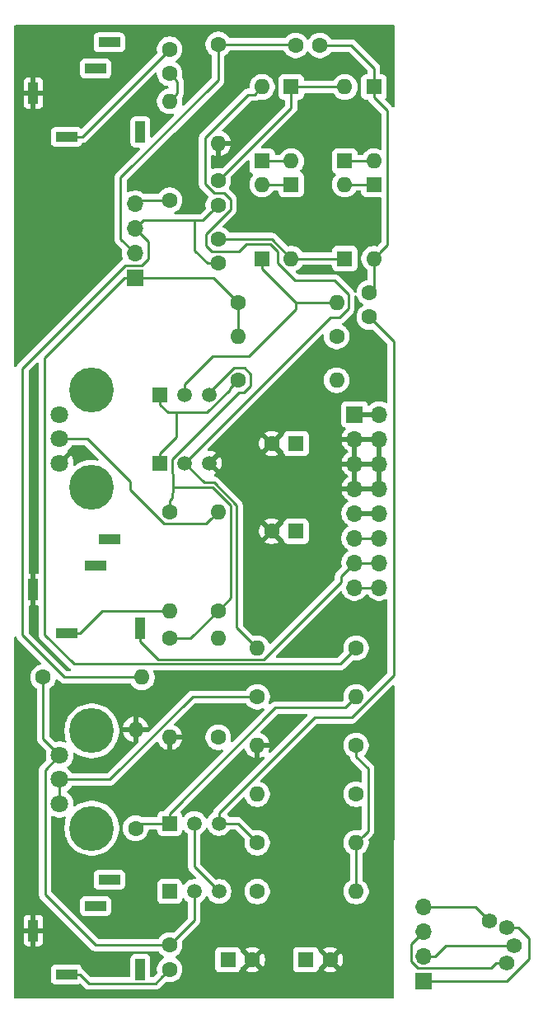
<source format=gbr>
G04 #@! TF.GenerationSoftware,KiCad,Pcbnew,9.0.0*
G04 #@! TF.CreationDate,2025-02-23T16:09:46-07:00*
G04 #@! TF.ProjectId,VCF_THT,5643465f-5448-4542-9e6b-696361645f70,rev?*
G04 #@! TF.SameCoordinates,Original*
G04 #@! TF.FileFunction,Copper,L1,Top*
G04 #@! TF.FilePolarity,Positive*
%FSLAX46Y46*%
G04 Gerber Fmt 4.6, Leading zero omitted, Abs format (unit mm)*
G04 Created by KiCad (PCBNEW 9.0.0) date 2025-02-23 16:09:46*
%MOMM*%
%LPD*%
G01*
G04 APERTURE LIST*
G04 #@! TA.AperFunction,ComponentPad*
%ADD10R,1.000000X2.200000*%
G04 #@! TD*
G04 #@! TA.AperFunction,ComponentPad*
%ADD11R,2.200000X1.000000*%
G04 #@! TD*
G04 #@! TA.AperFunction,ComponentPad*
%ADD12R,1.700000X1.700000*%
G04 #@! TD*
G04 #@! TA.AperFunction,ComponentPad*
%ADD13O,1.700000X1.700000*%
G04 #@! TD*
G04 #@! TA.AperFunction,ComponentPad*
%ADD14C,4.600000*%
G04 #@! TD*
G04 #@! TA.AperFunction,ComponentPad*
%ADD15C,1.800000*%
G04 #@! TD*
G04 #@! TA.AperFunction,ComponentPad*
%ADD16C,1.580000*%
G04 #@! TD*
G04 #@! TA.AperFunction,ComponentPad*
%ADD17R,1.600000X1.600000*%
G04 #@! TD*
G04 #@! TA.AperFunction,ComponentPad*
%ADD18C,1.600000*%
G04 #@! TD*
G04 #@! TA.AperFunction,ComponentPad*
%ADD19O,1.600000X1.600000*%
G04 #@! TD*
G04 #@! TA.AperFunction,ComponentPad*
%ADD20R,1.520000X1.520000*%
G04 #@! TD*
G04 #@! TA.AperFunction,ComponentPad*
%ADD21C,1.520000*%
G04 #@! TD*
G04 #@! TA.AperFunction,Conductor*
%ADD22C,0.250000*%
G04 #@! TD*
G04 #@! TA.AperFunction,Conductor*
%ADD23C,0.500000*%
G04 #@! TD*
G04 APERTURE END LIST*
D10*
X2000000Y-7000000D03*
X13000000Y-11000000D03*
D11*
X5400000Y-11500000D03*
X8400000Y-4500000D03*
X9800000Y-1800000D03*
D10*
X2000000Y-58000000D03*
X13000000Y-62000000D03*
D11*
X5400000Y-62500000D03*
X8400000Y-55500000D03*
X9800000Y-52800000D03*
D12*
X12440000Y-26000000D03*
D13*
X12440000Y-23460000D03*
X12440000Y-20920000D03*
X12440000Y-18380000D03*
D12*
X42080180Y-98163380D03*
D13*
X42080180Y-95623380D03*
X42080180Y-93083380D03*
X42080180Y-90543380D03*
D12*
X35000000Y-40000000D03*
D13*
X37540000Y-40000000D03*
X35000000Y-42540000D03*
X37540000Y-42540000D03*
X35000000Y-45080000D03*
X37540000Y-45080000D03*
X35000000Y-47620000D03*
X37540000Y-47620000D03*
X35000000Y-50160000D03*
X37540000Y-50160000D03*
X35000000Y-52700000D03*
X37540000Y-52700000D03*
X35000000Y-55240000D03*
X37540000Y-55240000D03*
X35000000Y-57780000D03*
X37540000Y-57780000D03*
D10*
X2000000Y-93000000D03*
X13000000Y-97000000D03*
D11*
X5400000Y-97500000D03*
X8400000Y-90500000D03*
X9800000Y-87800000D03*
D14*
X8000000Y-47500000D03*
X8000000Y-37500000D03*
D15*
X4700000Y-40000000D03*
X4700000Y-42500000D03*
X4700000Y-45000000D03*
D14*
X8000000Y-82500000D03*
X8000000Y-72500000D03*
D15*
X4700000Y-75000000D03*
X4700000Y-77500000D03*
X4700000Y-80000000D03*
D16*
X50673320Y-92727460D03*
X51417220Y-94523560D03*
X50673320Y-96319660D03*
X48877220Y-91983560D03*
D17*
X29000000Y-52000000D03*
D18*
X26500000Y-52000000D03*
X31452820Y-2115820D03*
X28952820Y-2115820D03*
X36500000Y-30000000D03*
X36500000Y-27500000D03*
X21000000Y-16000000D03*
X21000000Y-18500000D03*
D17*
X30000000Y-96000000D03*
D18*
X32500000Y-96000000D03*
D17*
X22000000Y-96000000D03*
D18*
X24500000Y-96000000D03*
X16000000Y-97000000D03*
X16000000Y-94500000D03*
D17*
X28500000Y-16380000D03*
D19*
X28500000Y-24000000D03*
D17*
X37000000Y-16380000D03*
D19*
X37000000Y-24000000D03*
D17*
X37000000Y-6380000D03*
D19*
X37000000Y-14000000D03*
D17*
X34000000Y-14000000D03*
D19*
X34000000Y-6380000D03*
D17*
X28500000Y-6380000D03*
D19*
X28500000Y-14000000D03*
D20*
X15000000Y-38000000D03*
D21*
X17540000Y-38000000D03*
X20080000Y-38000000D03*
D20*
X15000000Y-45000000D03*
D21*
X17540000Y-45000000D03*
X20080000Y-45000000D03*
D20*
X16000000Y-82000000D03*
D21*
X18540000Y-82000000D03*
X21080000Y-82000000D03*
D20*
X16000000Y-89000000D03*
D21*
X18540000Y-89000000D03*
X21080000Y-89000000D03*
D18*
X16000000Y-18000000D03*
D19*
X16000000Y-7840000D03*
D18*
X16000000Y-50000000D03*
D19*
X16000000Y-60160000D03*
D18*
X21000000Y-60160000D03*
D19*
X21000000Y-50000000D03*
D18*
X16000000Y-63000000D03*
D19*
X16000000Y-73160000D03*
D18*
X33160000Y-32000000D03*
D19*
X23000000Y-32000000D03*
D18*
X23000000Y-28500000D03*
D19*
X33160000Y-28500000D03*
D18*
X23000000Y-36500000D03*
D19*
X33160000Y-36500000D03*
D18*
X21000000Y-73160000D03*
D19*
X21000000Y-63000000D03*
D18*
X21000000Y-2000000D03*
D19*
X21000000Y-12160000D03*
D18*
X35160000Y-79000000D03*
D19*
X25000000Y-79000000D03*
D18*
X35160000Y-64000000D03*
D19*
X25000000Y-64000000D03*
D18*
X25000000Y-89000000D03*
D19*
X35160000Y-89000000D03*
D18*
X35160000Y-74000000D03*
D19*
X25000000Y-74000000D03*
D18*
X25000000Y-84000000D03*
D19*
X35160000Y-84000000D03*
D18*
X12500000Y-82500000D03*
D19*
X12500000Y-72340000D03*
D18*
X25000000Y-69000000D03*
D19*
X35160000Y-69000000D03*
D18*
X3000000Y-67000000D03*
D19*
X13160000Y-67000000D03*
D17*
X25500000Y-14000000D03*
D19*
X25500000Y-6380000D03*
D17*
X34000000Y-24000000D03*
D19*
X34000000Y-16380000D03*
D17*
X25500000Y-24000000D03*
D19*
X25500000Y-16380000D03*
D18*
X16000000Y-5000000D03*
X16000000Y-2500000D03*
X21000000Y-22000000D03*
X21000000Y-24500000D03*
D17*
X29000000Y-43000000D03*
D18*
X26500000Y-43000000D03*
D22*
X16799999Y-5799999D02*
X16799999Y-7040001D01*
X16000000Y-5000000D02*
X16799999Y-5799999D01*
X16799999Y-7040001D02*
X16000000Y-7840000D01*
X5400000Y-11500000D02*
X7000000Y-11500000D01*
X7000000Y-11500000D02*
X16000000Y-2500000D01*
X26500000Y-22000000D02*
X28500000Y-24000000D01*
X32950000Y-24000000D02*
X28500000Y-24000000D01*
X21000000Y-22000000D02*
X26500000Y-22000000D01*
X34000000Y-24000000D02*
X32950000Y-24000000D01*
X19868630Y-24500000D02*
X21000000Y-24500000D01*
X19429999Y-20070001D02*
X20200001Y-19299999D01*
X20200001Y-19299999D02*
X21000000Y-18500000D01*
X13804900Y-24020780D02*
X13804900Y-22284900D01*
X12440000Y-20920000D02*
X13289999Y-20070001D01*
X18532919Y-20070001D02*
X18532919Y-23164289D01*
X13289999Y-21769999D02*
X12440000Y-20920000D01*
X18532919Y-23164289D02*
X19868630Y-24500000D01*
X871220Y-62671960D02*
X871220Y-35283778D01*
X871220Y-35283778D02*
X11428098Y-24726900D01*
X11428098Y-24726900D02*
X13098780Y-24726900D01*
X13804900Y-22284900D02*
X13289999Y-21769999D01*
X13098780Y-24726900D02*
X13804900Y-24020780D01*
X5199260Y-67000000D02*
X871220Y-62671960D01*
X13289999Y-20070001D02*
X18532919Y-20070001D01*
X13160000Y-67000000D02*
X5199260Y-67000000D01*
X18532919Y-20070001D02*
X19429999Y-20070001D01*
X37000000Y-24000000D02*
X37000000Y-27000000D01*
X38397180Y-22602820D02*
X37799999Y-23200001D01*
X34673540Y-2115820D02*
X37000000Y-4442280D01*
X37799999Y-23200001D02*
X37000000Y-24000000D01*
X37000000Y-6380000D02*
X37000000Y-7430000D01*
X31452820Y-2115820D02*
X34673540Y-2115820D01*
X37000000Y-27000000D02*
X36500000Y-27500000D01*
X37000000Y-7430000D02*
X38397180Y-8827180D01*
X38397180Y-8827180D02*
X38397180Y-22602820D01*
X37000000Y-4442280D02*
X37000000Y-6380000D01*
X21000000Y-2000000D02*
X28837000Y-2000000D01*
X12440000Y-23460000D02*
X10957560Y-21977560D01*
X21000000Y-5644600D02*
X21000000Y-2000000D01*
X28837000Y-2000000D02*
X28952820Y-2115820D01*
X10957560Y-15687040D02*
X21000000Y-5644600D01*
X10957560Y-21977560D02*
X10957560Y-15687040D01*
X30890278Y-71114920D02*
X34710082Y-71114920D01*
X23000000Y-82000000D02*
X21080000Y-82000000D01*
X39009320Y-66815682D02*
X39009320Y-32509320D01*
X25000000Y-84000000D02*
X23000000Y-82000000D01*
X21080000Y-80925198D02*
X30890278Y-71114920D01*
X34710082Y-71114920D02*
X39009320Y-66815682D01*
X39009320Y-32509320D02*
X36500000Y-30000000D01*
X21080000Y-82000000D02*
X21080000Y-80925198D01*
X34000000Y-6380000D02*
X28500000Y-6380000D01*
X21000000Y-16000000D02*
X28500000Y-8500000D01*
X28500000Y-8500000D02*
X28500000Y-6380000D01*
X3205480Y-89321640D02*
X8383840Y-94500000D01*
X3000000Y-73300000D02*
X4700000Y-75000000D01*
X4700000Y-75000000D02*
X3205480Y-76494520D01*
X3000000Y-67000000D02*
X3000000Y-73300000D01*
X18540000Y-91960000D02*
X18540000Y-89000000D01*
X3205480Y-76494520D02*
X3205480Y-89321640D01*
X16000000Y-94500000D02*
X18540000Y-91960000D01*
X8383840Y-94500000D02*
X16000000Y-94500000D01*
X14574999Y-98425001D02*
X15200001Y-97799999D01*
X15200001Y-97799999D02*
X16000000Y-97000000D01*
X6750000Y-97500000D02*
X7675001Y-98425001D01*
X5400000Y-97500000D02*
X6750000Y-97500000D01*
X7675001Y-98425001D02*
X14574999Y-98425001D01*
X25500000Y-16380000D02*
X26631370Y-16380000D01*
X26631370Y-16380000D02*
X28500000Y-16380000D01*
X17540000Y-38000000D02*
X17540000Y-36925198D01*
X24175720Y-34015680D02*
X28950000Y-29241400D01*
X28950000Y-28500000D02*
X25500000Y-25050000D01*
X17540000Y-36925198D02*
X20449518Y-34015680D01*
X25500000Y-25050000D02*
X25500000Y-24000000D01*
X33160000Y-28500000D02*
X28950000Y-28500000D01*
X28950000Y-29241400D02*
X28950000Y-28500000D01*
X20449518Y-34015680D02*
X24175720Y-34015680D01*
X34000000Y-16380000D02*
X35131370Y-16380000D01*
X35131370Y-16380000D02*
X37000000Y-16380000D01*
X37000000Y-14000000D02*
X35868630Y-14000000D01*
X35868630Y-14000000D02*
X34000000Y-14000000D01*
X25500000Y-14000000D02*
X28500000Y-14000000D01*
X34366200Y-27696160D02*
X34366200Y-29136340D01*
X19735800Y-21455380D02*
X19735800Y-22650800D01*
X22895560Y-61895560D02*
X25000000Y-64000000D01*
X19557510Y-47017510D02*
X20564821Y-47017511D01*
X25500000Y-6380000D02*
X24700001Y-7179999D01*
X27122120Y-23291800D02*
X27122120Y-24444960D01*
X22252940Y-18938240D02*
X19735800Y-21455380D01*
X20548600Y-17259300D02*
X21590000Y-17259300D01*
X34366200Y-29136340D02*
X33454340Y-30048200D01*
X24074701Y-7179999D02*
X19651980Y-11602720D01*
X20564821Y-47017511D02*
X22895560Y-49348250D01*
X20359020Y-23274020D02*
X23121620Y-23274020D01*
X32907882Y-26237842D02*
X34366200Y-27696160D01*
X23121620Y-23274020D02*
X23893780Y-22501860D01*
X32491800Y-30048200D02*
X17540000Y-45000000D01*
X28915002Y-26237842D02*
X32907882Y-26237842D01*
X21590000Y-17259300D02*
X22252940Y-17922240D01*
X19651980Y-16362680D02*
X20548600Y-17259300D01*
X26332180Y-22501860D02*
X27122120Y-23291800D01*
X22252940Y-17922240D02*
X22252940Y-18938240D01*
X17540000Y-45000000D02*
X19557510Y-47017510D01*
X23893780Y-22501860D02*
X26332180Y-22501860D01*
X24700001Y-7179999D02*
X24074701Y-7179999D01*
X33454340Y-30048200D02*
X32491800Y-30048200D01*
X19651980Y-11602720D02*
X19651980Y-16362680D01*
X27122120Y-24444960D02*
X28915002Y-26237842D01*
X19735800Y-22650800D02*
X20359020Y-23274020D01*
X22895560Y-49348250D02*
X22895560Y-61895560D01*
X14834020Y-65184020D02*
X25636220Y-65184020D01*
X13000000Y-62000000D02*
X13000000Y-63350000D01*
X36202081Y-55240000D02*
X37540000Y-55240000D01*
X35000000Y-55240000D02*
X36202081Y-55240000D01*
X13000000Y-63350000D02*
X14834020Y-65184020D01*
X33611820Y-56628180D02*
X35000000Y-55240000D01*
X25636220Y-65184020D02*
X33611820Y-57208420D01*
X33611820Y-57208420D02*
X33611820Y-56628180D01*
X9090000Y-60160000D02*
X14868630Y-60160000D01*
X6750000Y-62500000D02*
X9090000Y-60160000D01*
X5400000Y-62500000D02*
X6750000Y-62500000D01*
X14868630Y-60160000D02*
X16000000Y-60160000D01*
X6203110Y-65634030D02*
X3169920Y-62600840D01*
X23000000Y-28500000D02*
X23000000Y-29631370D01*
X33525970Y-65634030D02*
X6203110Y-65634030D01*
X23000000Y-29631370D02*
X23000000Y-32000000D01*
X11340000Y-26000000D02*
X12440000Y-26000000D01*
X20500000Y-26000000D02*
X23000000Y-28500000D01*
X3169920Y-62600840D02*
X3169920Y-34170080D01*
X3169920Y-34170080D02*
X11340000Y-26000000D01*
X35160000Y-64000000D02*
X33525970Y-65634030D01*
X12440000Y-26000000D02*
X20500000Y-26000000D01*
X12820000Y-18000000D02*
X12440000Y-18380000D01*
X16000000Y-18000000D02*
X12820000Y-18000000D01*
X42080180Y-90543380D02*
X47437040Y-90543380D01*
X47437040Y-90543380D02*
X48877220Y-91983560D01*
X40802560Y-96199960D02*
X41478200Y-96875600D01*
X41478200Y-96875600D02*
X49000152Y-96875600D01*
X49000152Y-96875600D02*
X49556092Y-96319660D01*
X42080180Y-93083380D02*
X40802560Y-94361000D01*
X49556092Y-96319660D02*
X50673320Y-96319660D01*
X40802560Y-94361000D02*
X40802560Y-96199960D01*
X42080180Y-95623380D02*
X43282261Y-95623380D01*
X43282261Y-95623380D02*
X44382081Y-94523560D01*
X44382081Y-94523560D02*
X50299992Y-94523560D01*
X50299992Y-94523560D02*
X51417220Y-94523560D01*
X51790548Y-92727460D02*
X50673320Y-92727460D01*
X50660300Y-98163380D02*
X52890420Y-95933260D01*
X42080180Y-98163380D02*
X50660300Y-98163380D01*
X52890420Y-93827332D02*
X51790548Y-92727460D01*
X52890420Y-95933260D02*
X52890420Y-93827332D01*
X36337919Y-57780000D02*
X35000000Y-57780000D01*
X37540000Y-57780000D02*
X36337919Y-57780000D01*
X36337919Y-52700000D02*
X35000000Y-52700000D01*
X37540000Y-52700000D02*
X36337919Y-52700000D01*
D23*
X35000000Y-50160000D02*
X37540000Y-50160000D01*
X35000000Y-40000000D02*
X37540000Y-40000000D01*
D22*
X22200001Y-37299999D02*
X22200001Y-37485801D01*
X16649700Y-42340300D02*
X16649700Y-39822120D01*
X15000000Y-43990000D02*
X16649700Y-42340300D01*
X15814660Y-39824660D02*
X15000000Y-39010000D01*
X23000000Y-36500000D02*
X22200001Y-37299999D01*
X15000000Y-45000000D02*
X15000000Y-43990000D01*
X19861142Y-39824660D02*
X16649700Y-39822120D01*
X16649700Y-39822120D02*
X15814660Y-39824660D01*
X15000000Y-39010000D02*
X15000000Y-38000000D01*
X22200001Y-37485801D02*
X19861142Y-39824660D01*
X18540000Y-86460000D02*
X21080000Y-89000000D01*
X18540000Y-82000000D02*
X18540000Y-86460000D01*
X4704360Y-42504360D02*
X7543800Y-42504360D01*
X11930380Y-46890940D02*
X11930380Y-47718980D01*
X20200001Y-50799999D02*
X21000000Y-50000000D01*
X15430500Y-51219100D02*
X19780900Y-51219100D01*
X4700000Y-42500000D02*
X4704360Y-42504360D01*
X19780900Y-51219100D02*
X20200001Y-50799999D01*
X7543800Y-42504360D02*
X11930380Y-46890940D01*
X11930380Y-47718980D02*
X15430500Y-51219100D01*
X5200000Y-43000000D02*
X4700000Y-42500000D01*
X36385001Y-76356371D02*
X36385001Y-82774999D01*
X35959999Y-83200001D02*
X35160000Y-84000000D01*
X35160000Y-75131370D02*
X36385001Y-76356371D01*
X35160000Y-84000000D02*
X35160000Y-89000000D01*
X35160000Y-74000000D02*
X35160000Y-75131370D01*
X36385001Y-82774999D02*
X35959999Y-83200001D01*
X4700000Y-77500000D02*
X9846998Y-77500000D01*
X9846998Y-77500000D02*
X18346998Y-69000000D01*
X4700000Y-80000000D02*
X4908440Y-79791560D01*
X4700000Y-78727208D02*
X4700000Y-77500000D01*
X23868630Y-69000000D02*
X25000000Y-69000000D01*
X4700000Y-80000000D02*
X4700000Y-78727208D01*
X18346998Y-69000000D02*
X23868630Y-69000000D01*
X16327120Y-47467520D02*
X16304260Y-48564370D01*
X16000000Y-63000000D02*
X18160000Y-63000000D01*
X16000000Y-48868630D02*
X16000000Y-50000000D01*
X16304260Y-48564370D02*
X16000000Y-48868630D01*
X22584878Y-35250120D02*
X23680420Y-35250120D01*
X23680420Y-35250120D02*
X24348440Y-35918140D01*
X22301200Y-49390300D02*
X20378420Y-47467520D01*
X23660100Y-37767260D02*
X23166938Y-37767260D01*
X20378420Y-47467520D02*
X16327120Y-47467520D01*
X24348440Y-37078920D02*
X23660100Y-37767260D01*
X20080000Y-38000000D02*
X20080000Y-37754998D01*
X16304260Y-44629938D02*
X16327120Y-47467520D01*
X24348440Y-35918140D02*
X24348440Y-37078920D01*
X23166938Y-37767260D02*
X16304260Y-44629938D01*
X20080000Y-37754998D02*
X22584878Y-35250120D01*
X22301200Y-58858800D02*
X22301200Y-49390300D01*
X18160000Y-63000000D02*
X21000000Y-60160000D01*
X21000000Y-60160000D02*
X22301200Y-58858800D01*
X16000000Y-82000000D02*
X13000000Y-82000000D01*
X16000000Y-80990000D02*
X16000000Y-82000000D01*
X34034999Y-70125001D02*
X26864999Y-70125001D01*
X26864999Y-70125001D02*
X16000000Y-80990000D01*
X35160000Y-69000000D02*
X34034999Y-70125001D01*
X13000000Y-82000000D02*
X12500000Y-82500000D01*
G04 #@! TA.AperFunction,Conductor*
G36*
X236223Y-62829227D02*
G01*
X270145Y-62876255D01*
X309817Y-62972029D01*
X309819Y-62972034D01*
X329798Y-63001934D01*
X379149Y-63075793D01*
X379151Y-63075795D01*
X2806619Y-65503263D01*
X2840645Y-65565575D01*
X2835580Y-65636390D01*
X2793033Y-65693226D01*
X2737238Y-65716806D01*
X2693591Y-65723719D01*
X2497714Y-65787364D01*
X2497708Y-65787367D01*
X2314193Y-65880873D01*
X2147567Y-66001934D01*
X2147564Y-66001936D01*
X2001936Y-66147564D01*
X2001934Y-66147567D01*
X1880873Y-66314193D01*
X1787367Y-66497708D01*
X1787364Y-66497714D01*
X1723721Y-66693587D01*
X1723720Y-66693590D01*
X1723720Y-66693592D01*
X1691500Y-66897019D01*
X1691500Y-67102981D01*
X1723720Y-67306408D01*
X1723721Y-67306412D01*
X1784045Y-67492071D01*
X1787366Y-67502290D01*
X1880871Y-67685803D01*
X2001932Y-67852430D01*
X2001934Y-67852432D01*
X2001936Y-67852435D01*
X2147564Y-67998063D01*
X2147567Y-67998065D01*
X2147570Y-67998068D01*
X2314197Y-68119129D01*
X2314204Y-68119133D01*
X2314560Y-68119391D01*
X2357915Y-68175613D01*
X2366500Y-68221328D01*
X2366500Y-73237606D01*
X2366500Y-73362394D01*
X2390845Y-73484785D01*
X2438600Y-73600075D01*
X2507929Y-73703833D01*
X2507931Y-73703835D01*
X3307901Y-74503805D01*
X3341927Y-74566117D01*
X3338639Y-74631836D01*
X3326183Y-74670170D01*
X3326182Y-74670175D01*
X3326182Y-74670176D01*
X3291500Y-74889149D01*
X3291500Y-75110851D01*
X3318936Y-75284074D01*
X3326182Y-75329825D01*
X3338639Y-75368163D01*
X3340665Y-75439131D01*
X3307901Y-75496193D01*
X2801647Y-76002449D01*
X2713407Y-76090689D01*
X2713406Y-76090691D01*
X2644081Y-76194443D01*
X2596326Y-76309732D01*
X2571980Y-76432123D01*
X2571980Y-76432126D01*
X2571980Y-89259246D01*
X2571980Y-89384034D01*
X2596325Y-89506425D01*
X2644080Y-89621715D01*
X2713409Y-89725473D01*
X7891769Y-94903833D01*
X7980007Y-94992071D01*
X8083765Y-95061400D01*
X8199055Y-95109155D01*
X8321446Y-95133500D01*
X14778670Y-95133500D01*
X14846791Y-95153502D01*
X14880606Y-95185439D01*
X14934796Y-95260025D01*
X15001932Y-95352430D01*
X15001934Y-95352432D01*
X15001936Y-95352435D01*
X15147564Y-95498063D01*
X15147567Y-95498065D01*
X15147570Y-95498068D01*
X15314197Y-95619129D01*
X15350710Y-95637733D01*
X15402325Y-95686482D01*
X15419391Y-95755397D01*
X15396490Y-95822598D01*
X15350711Y-95862266D01*
X15317417Y-95879230D01*
X15314193Y-95880873D01*
X15147567Y-96001934D01*
X15147564Y-96001936D01*
X15001936Y-96147564D01*
X15001934Y-96147567D01*
X14880873Y-96314193D01*
X14787367Y-96497708D01*
X14787364Y-96497714D01*
X14723721Y-96693587D01*
X14723720Y-96693590D01*
X14723720Y-96693592D01*
X14691500Y-96897019D01*
X14691500Y-97102981D01*
X14714926Y-97250887D01*
X14723790Y-97306851D01*
X14714690Y-97377263D01*
X14688437Y-97415657D01*
X14349500Y-97754596D01*
X14322129Y-97769541D01*
X14295902Y-97786397D01*
X14289602Y-97787302D01*
X14287188Y-97788621D01*
X14260404Y-97791501D01*
X14134500Y-97791501D01*
X14066379Y-97771499D01*
X14019886Y-97717843D01*
X14008500Y-97665501D01*
X14008500Y-95851367D01*
X14008499Y-95851350D01*
X14001990Y-95790803D01*
X14001988Y-95790795D01*
X13950889Y-95653797D01*
X13950887Y-95653792D01*
X13863261Y-95536738D01*
X13746207Y-95449112D01*
X13746202Y-95449110D01*
X13609204Y-95398011D01*
X13609196Y-95398009D01*
X13548649Y-95391500D01*
X13548638Y-95391500D01*
X12451362Y-95391500D01*
X12451350Y-95391500D01*
X12390803Y-95398009D01*
X12390795Y-95398011D01*
X12253797Y-95449110D01*
X12253792Y-95449112D01*
X12136738Y-95536738D01*
X12049112Y-95653792D01*
X12049110Y-95653797D01*
X11998011Y-95790795D01*
X11998009Y-95790803D01*
X11991500Y-95851350D01*
X11991500Y-97665501D01*
X11971498Y-97733622D01*
X11917842Y-97780115D01*
X11865500Y-97791501D01*
X7989595Y-97791501D01*
X7921474Y-97771499D01*
X7900500Y-97754596D01*
X7153835Y-97007931D01*
X7153833Y-97007929D01*
X7050075Y-96938600D01*
X7050074Y-96938599D01*
X7044928Y-96935161D01*
X7046336Y-96933053D01*
X7003618Y-96891052D01*
X6995639Y-96873776D01*
X6950889Y-96753796D01*
X6950886Y-96753792D01*
X6950886Y-96753791D01*
X6863261Y-96636738D01*
X6746207Y-96549112D01*
X6746202Y-96549110D01*
X6609204Y-96498011D01*
X6609196Y-96498009D01*
X6548649Y-96491500D01*
X6548638Y-96491500D01*
X4251362Y-96491500D01*
X4251350Y-96491500D01*
X4190803Y-96498009D01*
X4190795Y-96498011D01*
X4053797Y-96549110D01*
X4053792Y-96549112D01*
X3936738Y-96636738D01*
X3849112Y-96753792D01*
X3849110Y-96753797D01*
X3798011Y-96890795D01*
X3798009Y-96890803D01*
X3791500Y-96951350D01*
X3791500Y-98048649D01*
X3798009Y-98109196D01*
X3798011Y-98109204D01*
X3849110Y-98246202D01*
X3849112Y-98246207D01*
X3936738Y-98363261D01*
X4053792Y-98450887D01*
X4053794Y-98450888D01*
X4053796Y-98450889D01*
X4073269Y-98458152D01*
X4190795Y-98501988D01*
X4190803Y-98501990D01*
X4251350Y-98508499D01*
X4251355Y-98508499D01*
X4251362Y-98508500D01*
X4251368Y-98508500D01*
X6548632Y-98508500D01*
X6548638Y-98508500D01*
X6548645Y-98508499D01*
X6548649Y-98508499D01*
X6609196Y-98501990D01*
X6609199Y-98501989D01*
X6609201Y-98501989D01*
X6713149Y-98463217D01*
X6783960Y-98458152D01*
X6846270Y-98492174D01*
X7182930Y-98828834D01*
X7271168Y-98917072D01*
X7374926Y-98986401D01*
X7490216Y-99034156D01*
X7612607Y-99058501D01*
X7612608Y-99058501D01*
X14637392Y-99058501D01*
X14637393Y-99058501D01*
X14759784Y-99034156D01*
X14875074Y-98986401D01*
X14978832Y-98917072D01*
X15584340Y-98311562D01*
X15646653Y-98277538D01*
X15693147Y-98276209D01*
X15693588Y-98276278D01*
X15693592Y-98276280D01*
X15897019Y-98308500D01*
X15897022Y-98308500D01*
X16102978Y-98308500D01*
X16102981Y-98308500D01*
X16306408Y-98276280D01*
X16502290Y-98212634D01*
X16685803Y-98119129D01*
X16852430Y-97998068D01*
X16998068Y-97852430D01*
X17119129Y-97685803D01*
X17212634Y-97502290D01*
X17276280Y-97306408D01*
X17308500Y-97102981D01*
X17308500Y-96897019D01*
X17276280Y-96693592D01*
X17212634Y-96497710D01*
X17119129Y-96314197D01*
X16998068Y-96147570D01*
X16998065Y-96147567D01*
X16998063Y-96147564D01*
X16852435Y-96001936D01*
X16852432Y-96001934D01*
X16852430Y-96001932D01*
X16685803Y-95880871D01*
X16649289Y-95862266D01*
X16597674Y-95813519D01*
X16580608Y-95744605D01*
X16603508Y-95677403D01*
X16649288Y-95637733D01*
X16685803Y-95619129D01*
X16852430Y-95498068D01*
X16998068Y-95352430D01*
X17119129Y-95185803D01*
X17136684Y-95151350D01*
X20691500Y-95151350D01*
X20691500Y-96848649D01*
X20698009Y-96909196D01*
X20698011Y-96909204D01*
X20749110Y-97046202D01*
X20749112Y-97046207D01*
X20836738Y-97163261D01*
X20953792Y-97250887D01*
X20953794Y-97250888D01*
X20953796Y-97250889D01*
X21012875Y-97272924D01*
X21090795Y-97301988D01*
X21090803Y-97301990D01*
X21151350Y-97308499D01*
X21151355Y-97308499D01*
X21151362Y-97308500D01*
X21151368Y-97308500D01*
X22848632Y-97308500D01*
X22848638Y-97308500D01*
X22848645Y-97308499D01*
X22848649Y-97308499D01*
X22909196Y-97301990D01*
X22909199Y-97301989D01*
X22909201Y-97301989D01*
X23046204Y-97250889D01*
X23097923Y-97212173D01*
X23163261Y-97163261D01*
X23250887Y-97046207D01*
X23250887Y-97046206D01*
X23250889Y-97046204D01*
X23301989Y-96909201D01*
X23308500Y-96848638D01*
X23308500Y-96839811D01*
X23312124Y-96825517D01*
X23324169Y-96805140D01*
X23332038Y-96782815D01*
X23341898Y-96775150D01*
X23348253Y-96764401D01*
X23369404Y-96753770D01*
X23388093Y-96739244D01*
X23402627Y-96737072D01*
X23404816Y-96735972D01*
X24100000Y-96040788D01*
X24100000Y-96052661D01*
X24127259Y-96154394D01*
X24179920Y-96245606D01*
X24254394Y-96320080D01*
X24345606Y-96372741D01*
X24447339Y-96400000D01*
X24459210Y-96400000D01*
X23771626Y-97087582D01*
X23771626Y-97087583D01*
X23814454Y-97118699D01*
X23997900Y-97212170D01*
X23997906Y-97212173D01*
X24193705Y-97275791D01*
X24193701Y-97275791D01*
X24397061Y-97308000D01*
X24602939Y-97308000D01*
X24806296Y-97275791D01*
X25002093Y-97212173D01*
X25002099Y-97212170D01*
X25185541Y-97118701D01*
X25228372Y-97087582D01*
X25228372Y-97087581D01*
X24540791Y-96400000D01*
X24552661Y-96400000D01*
X24654394Y-96372741D01*
X24745606Y-96320080D01*
X24820080Y-96245606D01*
X24872741Y-96154394D01*
X24900000Y-96052661D01*
X24900000Y-96040791D01*
X25587581Y-96728372D01*
X25587582Y-96728372D01*
X25618701Y-96685541D01*
X25712170Y-96502099D01*
X25712173Y-96502093D01*
X25775791Y-96306296D01*
X25808000Y-96102938D01*
X25808000Y-95897061D01*
X25775791Y-95693703D01*
X25712173Y-95497906D01*
X25712170Y-95497900D01*
X25618699Y-95314454D01*
X25587583Y-95271626D01*
X25587582Y-95271626D01*
X24900000Y-95959208D01*
X24900000Y-95947339D01*
X24872741Y-95845606D01*
X24820080Y-95754394D01*
X24745606Y-95679920D01*
X24654394Y-95627259D01*
X24552661Y-95600000D01*
X24540790Y-95600000D01*
X24989439Y-95151350D01*
X28691500Y-95151350D01*
X28691500Y-96848649D01*
X28698009Y-96909196D01*
X28698011Y-96909204D01*
X28749110Y-97046202D01*
X28749112Y-97046207D01*
X28836738Y-97163261D01*
X28953792Y-97250887D01*
X28953794Y-97250888D01*
X28953796Y-97250889D01*
X29012875Y-97272924D01*
X29090795Y-97301988D01*
X29090803Y-97301990D01*
X29151350Y-97308499D01*
X29151355Y-97308499D01*
X29151362Y-97308500D01*
X29151368Y-97308500D01*
X30848632Y-97308500D01*
X30848638Y-97308500D01*
X30848645Y-97308499D01*
X30848649Y-97308499D01*
X30909196Y-97301990D01*
X30909199Y-97301989D01*
X30909201Y-97301989D01*
X31046204Y-97250889D01*
X31097923Y-97212173D01*
X31163261Y-97163261D01*
X31250887Y-97046207D01*
X31250887Y-97046206D01*
X31250889Y-97046204D01*
X31301989Y-96909201D01*
X31308500Y-96848638D01*
X31308500Y-96839811D01*
X31312124Y-96825517D01*
X31324169Y-96805140D01*
X31332038Y-96782815D01*
X31341898Y-96775150D01*
X31348253Y-96764401D01*
X31369404Y-96753770D01*
X31388093Y-96739244D01*
X31402627Y-96737072D01*
X31404816Y-96735972D01*
X32100000Y-96040788D01*
X32100000Y-96052661D01*
X32127259Y-96154394D01*
X32179920Y-96245606D01*
X32254394Y-96320080D01*
X32345606Y-96372741D01*
X32447339Y-96400000D01*
X32459210Y-96400000D01*
X31771626Y-97087582D01*
X31771626Y-97087583D01*
X31814454Y-97118699D01*
X31997900Y-97212170D01*
X31997906Y-97212173D01*
X32193705Y-97275791D01*
X32193701Y-97275791D01*
X32397061Y-97308000D01*
X32602939Y-97308000D01*
X32806296Y-97275791D01*
X33002093Y-97212173D01*
X33002099Y-97212170D01*
X33185541Y-97118701D01*
X33228372Y-97087582D01*
X33228372Y-97087581D01*
X32540791Y-96400000D01*
X32552661Y-96400000D01*
X32654394Y-96372741D01*
X32745606Y-96320080D01*
X32820080Y-96245606D01*
X32872741Y-96154394D01*
X32900000Y-96052661D01*
X32900000Y-96040791D01*
X33587581Y-96728372D01*
X33587582Y-96728372D01*
X33618701Y-96685541D01*
X33712170Y-96502099D01*
X33712173Y-96502093D01*
X33775791Y-96306296D01*
X33808000Y-96102938D01*
X33808000Y-95897061D01*
X33775791Y-95693703D01*
X33712173Y-95497906D01*
X33712170Y-95497900D01*
X33618699Y-95314454D01*
X33587583Y-95271626D01*
X33587582Y-95271626D01*
X32900000Y-95959208D01*
X32900000Y-95947339D01*
X32872741Y-95845606D01*
X32820080Y-95754394D01*
X32745606Y-95679920D01*
X32654394Y-95627259D01*
X32552661Y-95600000D01*
X32540790Y-95600000D01*
X33228372Y-94912416D01*
X33185541Y-94881298D01*
X33185540Y-94881297D01*
X33002099Y-94787829D01*
X33002093Y-94787826D01*
X32806294Y-94724208D01*
X32806298Y-94724208D01*
X32602939Y-94692000D01*
X32397061Y-94692000D01*
X32193703Y-94724208D01*
X31997906Y-94787826D01*
X31997900Y-94787829D01*
X31814452Y-94881301D01*
X31771625Y-94912416D01*
X32459209Y-95600000D01*
X32447339Y-95600000D01*
X32345606Y-95627259D01*
X32254394Y-95679920D01*
X32179920Y-95754394D01*
X32127259Y-95845606D01*
X32100000Y-95947339D01*
X32100000Y-95959209D01*
X31400816Y-95260025D01*
X31374665Y-95254531D01*
X31324106Y-95204689D01*
X31312124Y-95174480D01*
X31308500Y-95160185D01*
X31308500Y-95151362D01*
X31301989Y-95090799D01*
X31267394Y-94998047D01*
X31267393Y-94998043D01*
X31250889Y-94953797D01*
X31250887Y-94953792D01*
X31163261Y-94836738D01*
X31046207Y-94749112D01*
X31046202Y-94749110D01*
X30909204Y-94698011D01*
X30909196Y-94698009D01*
X30848649Y-94691500D01*
X30848638Y-94691500D01*
X29151362Y-94691500D01*
X29151350Y-94691500D01*
X29090803Y-94698009D01*
X29090795Y-94698011D01*
X28953797Y-94749110D01*
X28953792Y-94749112D01*
X28836738Y-94836738D01*
X28749112Y-94953792D01*
X28749110Y-94953797D01*
X28698011Y-95090795D01*
X28698009Y-95090803D01*
X28691500Y-95151350D01*
X24989439Y-95151350D01*
X25228372Y-94912416D01*
X25185541Y-94881298D01*
X25185540Y-94881297D01*
X25002099Y-94787829D01*
X25002093Y-94787826D01*
X24806294Y-94724208D01*
X24806298Y-94724208D01*
X24602939Y-94692000D01*
X24397061Y-94692000D01*
X24193703Y-94724208D01*
X23997906Y-94787826D01*
X23997900Y-94787829D01*
X23814452Y-94881301D01*
X23771625Y-94912416D01*
X24459209Y-95600000D01*
X24447339Y-95600000D01*
X24345606Y-95627259D01*
X24254394Y-95679920D01*
X24179920Y-95754394D01*
X24127259Y-95845606D01*
X24100000Y-95947339D01*
X24100000Y-95959209D01*
X23400816Y-95260025D01*
X23374665Y-95254531D01*
X23324106Y-95204689D01*
X23312124Y-95174480D01*
X23308500Y-95160185D01*
X23308500Y-95151362D01*
X23301989Y-95090799D01*
X23267394Y-94998047D01*
X23267393Y-94998043D01*
X23250889Y-94953797D01*
X23250887Y-94953792D01*
X23163261Y-94836738D01*
X23046207Y-94749112D01*
X23046202Y-94749110D01*
X22909204Y-94698011D01*
X22909196Y-94698009D01*
X22848649Y-94691500D01*
X22848638Y-94691500D01*
X21151362Y-94691500D01*
X21151350Y-94691500D01*
X21090803Y-94698009D01*
X21090795Y-94698011D01*
X20953797Y-94749110D01*
X20953792Y-94749112D01*
X20836738Y-94836738D01*
X20749112Y-94953792D01*
X20749110Y-94953797D01*
X20698011Y-95090795D01*
X20698009Y-95090803D01*
X20691500Y-95151350D01*
X17136684Y-95151350D01*
X17212634Y-95002290D01*
X17276280Y-94806408D01*
X17308500Y-94602981D01*
X17308500Y-94397019D01*
X17276280Y-94193592D01*
X17276277Y-94193583D01*
X17276208Y-94193146D01*
X17285307Y-94122735D01*
X17311557Y-94084345D01*
X19032071Y-92363833D01*
X19101400Y-92260075D01*
X19149155Y-92144785D01*
X19173500Y-92022394D01*
X19173500Y-90171887D01*
X19193502Y-90103766D01*
X19225439Y-90069951D01*
X19366372Y-89967557D01*
X19507557Y-89826372D01*
X19624918Y-89664839D01*
X19697734Y-89521929D01*
X19746481Y-89470316D01*
X19815396Y-89453250D01*
X19882598Y-89476151D01*
X19922265Y-89521929D01*
X19995082Y-89664839D01*
X19995084Y-89664842D01*
X20112444Y-89826374D01*
X20253625Y-89967555D01*
X20306818Y-90006202D01*
X20415161Y-90084918D01*
X20593065Y-90175565D01*
X20782959Y-90237265D01*
X20980167Y-90268500D01*
X20980170Y-90268500D01*
X21179830Y-90268500D01*
X21179833Y-90268500D01*
X21377041Y-90237265D01*
X21566935Y-90175565D01*
X21744839Y-90084918D01*
X21906372Y-89967557D01*
X22047557Y-89826372D01*
X22164918Y-89664839D01*
X22255565Y-89486935D01*
X22317265Y-89297041D01*
X22348500Y-89099833D01*
X22348500Y-88900167D01*
X22348001Y-88897019D01*
X23691500Y-88897019D01*
X23691500Y-89102981D01*
X23723720Y-89306408D01*
X23723721Y-89306412D01*
X23785975Y-89498011D01*
X23787366Y-89502290D01*
X23880871Y-89685803D01*
X24001932Y-89852430D01*
X24001934Y-89852432D01*
X24001936Y-89852435D01*
X24147564Y-89998063D01*
X24147567Y-89998065D01*
X24147570Y-89998068D01*
X24314197Y-90119129D01*
X24497710Y-90212634D01*
X24693592Y-90276280D01*
X24897019Y-90308500D01*
X24897022Y-90308500D01*
X25102978Y-90308500D01*
X25102981Y-90308500D01*
X25306408Y-90276280D01*
X25502290Y-90212634D01*
X25685803Y-90119129D01*
X25852430Y-89998068D01*
X25998068Y-89852430D01*
X26119129Y-89685803D01*
X26212634Y-89502290D01*
X26276280Y-89306408D01*
X26308500Y-89102981D01*
X26308500Y-88897019D01*
X26276280Y-88693592D01*
X26212634Y-88497710D01*
X26119129Y-88314197D01*
X25998068Y-88147570D01*
X25998065Y-88147567D01*
X25998063Y-88147564D01*
X25852435Y-88001936D01*
X25852432Y-88001934D01*
X25852430Y-88001932D01*
X25685803Y-87880871D01*
X25502290Y-87787366D01*
X25502287Y-87787365D01*
X25502285Y-87787364D01*
X25306412Y-87723721D01*
X25306410Y-87723720D01*
X25306408Y-87723720D01*
X25102981Y-87691500D01*
X24897019Y-87691500D01*
X24693592Y-87723720D01*
X24693590Y-87723720D01*
X24693587Y-87723721D01*
X24497714Y-87787364D01*
X24497708Y-87787367D01*
X24314193Y-87880873D01*
X24147567Y-88001934D01*
X24147564Y-88001936D01*
X24001936Y-88147564D01*
X24001934Y-88147567D01*
X23880873Y-88314193D01*
X23787367Y-88497708D01*
X23787364Y-88497714D01*
X23723721Y-88693587D01*
X23723720Y-88693590D01*
X23723720Y-88693592D01*
X23691500Y-88897019D01*
X22348001Y-88897019D01*
X22317265Y-88702959D01*
X22255565Y-88513065D01*
X22164918Y-88335161D01*
X22047557Y-88173628D01*
X22047555Y-88173625D01*
X21906374Y-88032444D01*
X21744842Y-87915084D01*
X21744841Y-87915083D01*
X21744839Y-87915082D01*
X21566935Y-87824435D01*
X21566932Y-87824434D01*
X21566930Y-87824433D01*
X21377046Y-87762736D01*
X21377042Y-87762735D01*
X21377041Y-87762735D01*
X21179833Y-87731500D01*
X20980167Y-87731500D01*
X20808107Y-87758751D01*
X20737697Y-87749652D01*
X20699302Y-87723398D01*
X19210405Y-86234501D01*
X19176379Y-86172189D01*
X19173500Y-86145406D01*
X19173500Y-83171887D01*
X19193502Y-83103766D01*
X19225439Y-83069951D01*
X19366372Y-82967557D01*
X19507557Y-82826372D01*
X19624918Y-82664839D01*
X19697734Y-82521929D01*
X19746481Y-82470316D01*
X19815396Y-82453250D01*
X19882598Y-82476151D01*
X19922265Y-82521929D01*
X19995082Y-82664839D01*
X19995084Y-82664842D01*
X20112444Y-82826374D01*
X20253625Y-82967555D01*
X20287458Y-82992136D01*
X20415161Y-83084918D01*
X20593065Y-83175565D01*
X20782959Y-83237265D01*
X20980167Y-83268500D01*
X20980170Y-83268500D01*
X21179830Y-83268500D01*
X21179833Y-83268500D01*
X21377041Y-83237265D01*
X21566935Y-83175565D01*
X21744839Y-83084918D01*
X21906372Y-82967557D01*
X22047557Y-82826372D01*
X22149951Y-82685438D01*
X22206173Y-82642085D01*
X22251887Y-82633500D01*
X22685406Y-82633500D01*
X22753527Y-82653502D01*
X22774501Y-82670405D01*
X23688437Y-83584341D01*
X23722463Y-83646653D01*
X23723791Y-83693147D01*
X23723721Y-83693588D01*
X23723720Y-83693592D01*
X23691500Y-83897019D01*
X23691500Y-84102981D01*
X23723720Y-84306408D01*
X23723721Y-84306412D01*
X23745805Y-84374381D01*
X23787366Y-84502290D01*
X23880871Y-84685803D01*
X24001932Y-84852430D01*
X24001934Y-84852432D01*
X24001936Y-84852435D01*
X24147564Y-84998063D01*
X24147567Y-84998065D01*
X24147570Y-84998068D01*
X24314197Y-85119129D01*
X24497710Y-85212634D01*
X24693592Y-85276280D01*
X24897019Y-85308500D01*
X24897022Y-85308500D01*
X25102978Y-85308500D01*
X25102981Y-85308500D01*
X25306408Y-85276280D01*
X25502290Y-85212634D01*
X25685803Y-85119129D01*
X25852430Y-84998068D01*
X25998068Y-84852430D01*
X26119129Y-84685803D01*
X26212634Y-84502290D01*
X26276280Y-84306408D01*
X26308500Y-84102981D01*
X26308500Y-83897019D01*
X26276280Y-83693592D01*
X26212634Y-83497710D01*
X26119129Y-83314197D01*
X25998068Y-83147570D01*
X25998065Y-83147567D01*
X25998063Y-83147564D01*
X25852435Y-83001936D01*
X25852432Y-83001934D01*
X25852430Y-83001932D01*
X25685803Y-82880871D01*
X25502290Y-82787366D01*
X25502287Y-82787365D01*
X25502285Y-82787364D01*
X25306412Y-82723721D01*
X25306410Y-82723720D01*
X25306408Y-82723720D01*
X25102981Y-82691500D01*
X24897019Y-82691500D01*
X24693592Y-82723720D01*
X24693588Y-82723721D01*
X24693147Y-82723791D01*
X24622736Y-82714691D01*
X24584341Y-82688437D01*
X23403835Y-81507931D01*
X23403833Y-81507929D01*
X23300075Y-81438600D01*
X23184785Y-81390845D01*
X23111086Y-81376185D01*
X23062396Y-81366500D01*
X23062394Y-81366500D01*
X22251887Y-81366500D01*
X22183766Y-81346498D01*
X22149951Y-81314561D01*
X22135404Y-81294539D01*
X22047557Y-81173628D01*
X22047554Y-81173625D01*
X22047552Y-81173622D01*
X21976610Y-81102680D01*
X21942584Y-81040368D01*
X21947649Y-80969553D01*
X21976608Y-80924492D01*
X23546689Y-79354411D01*
X23608999Y-79320387D01*
X23679814Y-79325452D01*
X23736650Y-79367999D01*
X23755615Y-79404571D01*
X23787366Y-79502290D01*
X23880871Y-79685803D01*
X24001932Y-79852430D01*
X24001934Y-79852432D01*
X24001936Y-79852435D01*
X24147564Y-79998063D01*
X24147567Y-79998065D01*
X24147570Y-79998068D01*
X24314197Y-80119129D01*
X24497710Y-80212634D01*
X24693592Y-80276280D01*
X24897019Y-80308500D01*
X24897022Y-80308500D01*
X25102978Y-80308500D01*
X25102981Y-80308500D01*
X25306408Y-80276280D01*
X25502290Y-80212634D01*
X25685803Y-80119129D01*
X25852430Y-79998068D01*
X25998068Y-79852430D01*
X26119129Y-79685803D01*
X26212634Y-79502290D01*
X26276280Y-79306408D01*
X26308500Y-79102981D01*
X26308500Y-78897019D01*
X26276280Y-78693592D01*
X26212634Y-78497710D01*
X26119129Y-78314197D01*
X25998068Y-78147570D01*
X25998065Y-78147567D01*
X25998063Y-78147564D01*
X25852435Y-78001936D01*
X25852432Y-78001934D01*
X25852430Y-78001932D01*
X25685803Y-77880871D01*
X25502290Y-77787366D01*
X25421096Y-77760984D01*
X25404571Y-77755615D01*
X25345966Y-77715541D01*
X25318329Y-77650144D01*
X25330436Y-77580187D01*
X25354410Y-77546690D01*
X29004082Y-73897019D01*
X33851500Y-73897019D01*
X33851500Y-74102981D01*
X33883702Y-74306295D01*
X33883721Y-74306412D01*
X33947305Y-74502104D01*
X33947366Y-74502290D01*
X34040871Y-74685803D01*
X34161932Y-74852430D01*
X34161934Y-74852432D01*
X34161936Y-74852435D01*
X34307564Y-74998063D01*
X34307567Y-74998065D01*
X34307570Y-74998068D01*
X34474197Y-75119129D01*
X34474203Y-75119132D01*
X34478083Y-75121951D01*
X34521438Y-75178174D01*
X34527602Y-75199306D01*
X34536427Y-75243670D01*
X34550845Y-75316155D01*
X34598600Y-75431445D01*
X34667929Y-75535203D01*
X34667931Y-75535205D01*
X35714596Y-76581870D01*
X35748622Y-76644182D01*
X35751501Y-76670965D01*
X35751501Y-77642928D01*
X35731499Y-77711049D01*
X35677843Y-77757542D01*
X35607569Y-77767646D01*
X35586565Y-77762761D01*
X35466412Y-77723721D01*
X35466410Y-77723720D01*
X35466408Y-77723720D01*
X35262981Y-77691500D01*
X35057019Y-77691500D01*
X34853592Y-77723720D01*
X34853590Y-77723720D01*
X34853587Y-77723721D01*
X34657714Y-77787364D01*
X34657708Y-77787367D01*
X34474193Y-77880873D01*
X34307567Y-78001934D01*
X34307564Y-78001936D01*
X34161936Y-78147564D01*
X34161934Y-78147567D01*
X34040873Y-78314193D01*
X33947367Y-78497708D01*
X33947364Y-78497714D01*
X33883721Y-78693587D01*
X33883720Y-78693590D01*
X33883720Y-78693592D01*
X33851500Y-78897019D01*
X33851500Y-79102981D01*
X33883720Y-79306408D01*
X33883721Y-79306412D01*
X33933406Y-79459328D01*
X33947366Y-79502290D01*
X34040871Y-79685803D01*
X34161932Y-79852430D01*
X34161934Y-79852432D01*
X34161936Y-79852435D01*
X34307564Y-79998063D01*
X34307567Y-79998065D01*
X34307570Y-79998068D01*
X34474197Y-80119129D01*
X34657710Y-80212634D01*
X34853592Y-80276280D01*
X35057019Y-80308500D01*
X35057022Y-80308500D01*
X35262978Y-80308500D01*
X35262981Y-80308500D01*
X35466408Y-80276280D01*
X35586567Y-80237237D01*
X35657532Y-80235210D01*
X35718330Y-80271872D01*
X35749655Y-80335584D01*
X35751501Y-80357071D01*
X35751501Y-82460403D01*
X35742715Y-82490323D01*
X35736088Y-82520789D01*
X35732274Y-82525883D01*
X35731499Y-82528524D01*
X35714596Y-82549499D01*
X35575657Y-82688437D01*
X35513345Y-82722462D01*
X35466851Y-82723790D01*
X35409402Y-82714691D01*
X35262981Y-82691500D01*
X35057019Y-82691500D01*
X34853592Y-82723720D01*
X34853590Y-82723720D01*
X34853587Y-82723721D01*
X34657714Y-82787364D01*
X34657708Y-82787367D01*
X34474193Y-82880873D01*
X34307567Y-83001934D01*
X34307564Y-83001936D01*
X34161936Y-83147564D01*
X34161934Y-83147567D01*
X34040873Y-83314193D01*
X33947367Y-83497708D01*
X33947364Y-83497714D01*
X33883721Y-83693587D01*
X33883720Y-83693590D01*
X33883720Y-83693592D01*
X33851500Y-83897019D01*
X33851500Y-84102981D01*
X33883720Y-84306408D01*
X33883721Y-84306412D01*
X33905805Y-84374381D01*
X33947366Y-84502290D01*
X34040871Y-84685803D01*
X34161932Y-84852430D01*
X34161934Y-84852432D01*
X34161936Y-84852435D01*
X34307564Y-84998063D01*
X34307567Y-84998065D01*
X34307570Y-84998068D01*
X34474197Y-85119129D01*
X34474204Y-85119133D01*
X34474560Y-85119391D01*
X34517915Y-85175613D01*
X34526500Y-85221328D01*
X34526500Y-87778670D01*
X34506498Y-87846791D01*
X34474561Y-87880606D01*
X34307567Y-88001934D01*
X34307564Y-88001936D01*
X34161936Y-88147564D01*
X34161934Y-88147567D01*
X34040873Y-88314193D01*
X33947367Y-88497708D01*
X33947364Y-88497714D01*
X33883721Y-88693587D01*
X33883720Y-88693590D01*
X33883720Y-88693592D01*
X33851500Y-88897019D01*
X33851500Y-89102981D01*
X33883720Y-89306408D01*
X33883721Y-89306412D01*
X33945975Y-89498011D01*
X33947366Y-89502290D01*
X34040871Y-89685803D01*
X34161932Y-89852430D01*
X34161934Y-89852432D01*
X34161936Y-89852435D01*
X34307564Y-89998063D01*
X34307567Y-89998065D01*
X34307570Y-89998068D01*
X34474197Y-90119129D01*
X34657710Y-90212634D01*
X34853592Y-90276280D01*
X35057019Y-90308500D01*
X35057022Y-90308500D01*
X35262978Y-90308500D01*
X35262981Y-90308500D01*
X35466408Y-90276280D01*
X35662290Y-90212634D01*
X35845803Y-90119129D01*
X36012430Y-89998068D01*
X36158068Y-89852430D01*
X36279129Y-89685803D01*
X36372634Y-89502290D01*
X36436280Y-89306408D01*
X36468500Y-89102981D01*
X36468500Y-88897019D01*
X36436280Y-88693592D01*
X36372634Y-88497710D01*
X36279129Y-88314197D01*
X36158068Y-88147570D01*
X36158065Y-88147567D01*
X36158063Y-88147564D01*
X36012435Y-88001936D01*
X36012432Y-88001934D01*
X36012430Y-88001932D01*
X35928390Y-87940874D01*
X35845439Y-87880606D01*
X35802085Y-87824384D01*
X35793500Y-87778670D01*
X35793500Y-85221328D01*
X35813502Y-85153207D01*
X35845440Y-85119391D01*
X35845795Y-85119133D01*
X35845803Y-85119129D01*
X36012430Y-84998068D01*
X36158068Y-84852430D01*
X36279129Y-84685803D01*
X36372634Y-84502290D01*
X36436280Y-84306408D01*
X36468500Y-84102981D01*
X36468500Y-83897019D01*
X36436280Y-83693592D01*
X36436278Y-83693588D01*
X36436209Y-83693147D01*
X36436921Y-83687633D01*
X36434979Y-83682426D01*
X36441423Y-83652800D01*
X36445309Y-83622736D01*
X36449201Y-83617042D01*
X36450070Y-83613052D01*
X36471550Y-83584357D01*
X36471561Y-83584342D01*
X36479461Y-83576442D01*
X36877073Y-83178832D01*
X36946402Y-83075074D01*
X36980782Y-82992071D01*
X36994156Y-82959784D01*
X37018501Y-82837393D01*
X37018501Y-76293977D01*
X36994156Y-76171586D01*
X36946401Y-76056296D01*
X36877072Y-75952538D01*
X36788834Y-75864300D01*
X36056611Y-75132077D01*
X36022585Y-75069765D01*
X36027650Y-74998950D01*
X36056609Y-74953888D01*
X36158068Y-74852430D01*
X36279129Y-74685803D01*
X36372634Y-74502290D01*
X36436280Y-74306408D01*
X36468500Y-74102981D01*
X36468500Y-73897019D01*
X36436280Y-73693592D01*
X36372634Y-73497710D01*
X36279129Y-73314197D01*
X36158068Y-73147570D01*
X36158065Y-73147567D01*
X36158063Y-73147564D01*
X36012435Y-73001936D01*
X36012432Y-73001934D01*
X36012430Y-73001932D01*
X35880390Y-72906000D01*
X35845806Y-72880873D01*
X35845805Y-72880872D01*
X35845803Y-72880871D01*
X35662290Y-72787366D01*
X35662287Y-72787365D01*
X35662285Y-72787364D01*
X35466412Y-72723721D01*
X35466410Y-72723720D01*
X35466408Y-72723720D01*
X35262981Y-72691500D01*
X35057019Y-72691500D01*
X34853592Y-72723720D01*
X34853590Y-72723720D01*
X34853587Y-72723721D01*
X34657714Y-72787364D01*
X34657708Y-72787367D01*
X34474193Y-72880873D01*
X34307567Y-73001934D01*
X34307564Y-73001936D01*
X34161936Y-73147564D01*
X34161934Y-73147567D01*
X34040873Y-73314193D01*
X33947367Y-73497708D01*
X33947364Y-73497714D01*
X33883721Y-73693587D01*
X33883720Y-73693590D01*
X33883720Y-73693592D01*
X33851500Y-73897019D01*
X29004082Y-73897019D01*
X31115777Y-71785325D01*
X31178089Y-71751299D01*
X31204872Y-71748420D01*
X34772475Y-71748420D01*
X34772476Y-71748420D01*
X34894867Y-71724075D01*
X35010157Y-71676320D01*
X35113915Y-71606991D01*
X38880819Y-67840087D01*
X38943127Y-67806065D01*
X39013942Y-67811129D01*
X39070778Y-67853676D01*
X39095589Y-67920196D01*
X39095910Y-67929246D01*
X39080502Y-99848561D01*
X39060467Y-99916672D01*
X39006789Y-99963139D01*
X38954502Y-99974500D01*
X164052Y-99974500D01*
X95931Y-99954498D01*
X49438Y-99900842D01*
X38052Y-99848535D01*
X36460Y-94148597D01*
X992000Y-94148597D01*
X998505Y-94209093D01*
X1049555Y-94345964D01*
X1049555Y-94345965D01*
X1137095Y-94462904D01*
X1254034Y-94550444D01*
X1390906Y-94601494D01*
X1451402Y-94607999D01*
X1451415Y-94608000D01*
X1746000Y-94608000D01*
X2254000Y-94608000D01*
X2548585Y-94608000D01*
X2548597Y-94607999D01*
X2609093Y-94601494D01*
X2745964Y-94550444D01*
X2745965Y-94550444D01*
X2862904Y-94462904D01*
X2950444Y-94345965D01*
X2950444Y-94345964D01*
X3001494Y-94209093D01*
X3007999Y-94148597D01*
X3008000Y-94148585D01*
X3008000Y-93254000D01*
X2254000Y-93254000D01*
X2254000Y-94608000D01*
X1746000Y-94608000D01*
X1746000Y-93254000D01*
X992000Y-93254000D01*
X992000Y-94148597D01*
X36460Y-94148597D01*
X36195Y-93201844D01*
X35818Y-91851402D01*
X992000Y-91851402D01*
X992000Y-92746000D01*
X1746000Y-92746000D01*
X1746000Y-92560218D01*
X1800000Y-92560218D01*
X1800000Y-93439782D01*
X1830448Y-93513291D01*
X1886709Y-93569552D01*
X1960218Y-93600000D01*
X2039782Y-93600000D01*
X2113291Y-93569552D01*
X2169552Y-93513291D01*
X2200000Y-93439782D01*
X2200000Y-92746000D01*
X2254000Y-92746000D01*
X3008000Y-92746000D01*
X3008000Y-91851414D01*
X3007999Y-91851402D01*
X3001494Y-91790906D01*
X2950444Y-91654035D01*
X2950444Y-91654034D01*
X2862904Y-91537095D01*
X2745965Y-91449555D01*
X2609093Y-91398505D01*
X2548597Y-91392000D01*
X2254000Y-91392000D01*
X2254000Y-92746000D01*
X2200000Y-92746000D01*
X2200000Y-92560218D01*
X2169552Y-92486709D01*
X2113291Y-92430448D01*
X2039782Y-92400000D01*
X1960218Y-92400000D01*
X1886709Y-92430448D01*
X1830448Y-92486709D01*
X1800000Y-92560218D01*
X1746000Y-92560218D01*
X1746000Y-91392000D01*
X1451402Y-91392000D01*
X1390906Y-91398505D01*
X1254035Y-91449555D01*
X1254034Y-91449555D01*
X1137095Y-91537095D01*
X1049555Y-91654034D01*
X1049555Y-91654035D01*
X998505Y-91790906D01*
X992000Y-91851402D01*
X35818Y-91851402D01*
X35817Y-91848070D01*
X33932Y-85098799D01*
X27737Y-62924506D01*
X47720Y-62856383D01*
X101363Y-62809875D01*
X171634Y-62799751D01*
X236223Y-62829227D01*
G37*
G04 #@! TD.AperFunction*
G04 #@! TA.AperFunction,Conductor*
G36*
X23784003Y-69635066D02*
G01*
X23789452Y-69633962D01*
X23817704Y-69644961D01*
X23846791Y-69653502D01*
X23851805Y-69658238D01*
X23855612Y-69659720D01*
X23880606Y-69685439D01*
X23921553Y-69741797D01*
X24001932Y-69852430D01*
X24001934Y-69852432D01*
X24001936Y-69852435D01*
X24147564Y-69998063D01*
X24147567Y-69998065D01*
X24147570Y-69998068D01*
X24314197Y-70119129D01*
X24497710Y-70212634D01*
X24693592Y-70276280D01*
X24897019Y-70308500D01*
X24897022Y-70308500D01*
X25102978Y-70308500D01*
X25102981Y-70308500D01*
X25306408Y-70276280D01*
X25502290Y-70212634D01*
X25566540Y-70179896D01*
X25636315Y-70166792D01*
X25702099Y-70193491D01*
X25743006Y-70251518D01*
X25746048Y-70322450D01*
X25712837Y-70381258D01*
X22478253Y-73615842D01*
X22415941Y-73649868D01*
X22345126Y-73644803D01*
X22288290Y-73602256D01*
X22263479Y-73535736D01*
X22269325Y-73487812D01*
X22276280Y-73466408D01*
X22308500Y-73262981D01*
X22308500Y-73057019D01*
X22276280Y-72853592D01*
X22212634Y-72657710D01*
X22119129Y-72474197D01*
X21998068Y-72307570D01*
X21998065Y-72307567D01*
X21998063Y-72307564D01*
X21852435Y-72161936D01*
X21852432Y-72161934D01*
X21852430Y-72161932D01*
X21685803Y-72040871D01*
X21502290Y-71947366D01*
X21502287Y-71947365D01*
X21502285Y-71947364D01*
X21306412Y-71883721D01*
X21306410Y-71883720D01*
X21306408Y-71883720D01*
X21102981Y-71851500D01*
X20897019Y-71851500D01*
X20693592Y-71883720D01*
X20693590Y-71883720D01*
X20693587Y-71883721D01*
X20497714Y-71947364D01*
X20497708Y-71947367D01*
X20314193Y-72040873D01*
X20147567Y-72161934D01*
X20147564Y-72161936D01*
X20001936Y-72307564D01*
X20001934Y-72307567D01*
X19880873Y-72474193D01*
X19787367Y-72657708D01*
X19787364Y-72657714D01*
X19723721Y-72853587D01*
X19723720Y-72853590D01*
X19723720Y-72853592D01*
X19691500Y-73057019D01*
X19691500Y-73262981D01*
X19723720Y-73466408D01*
X19723720Y-73466410D01*
X19723721Y-73466412D01*
X19783329Y-73649868D01*
X19787366Y-73662290D01*
X19880871Y-73845803D01*
X20001932Y-74012430D01*
X20001934Y-74012432D01*
X20001936Y-74012435D01*
X20147564Y-74158063D01*
X20147567Y-74158065D01*
X20147570Y-74158068D01*
X20314197Y-74279129D01*
X20497710Y-74372634D01*
X20693592Y-74436280D01*
X20897019Y-74468500D01*
X20897022Y-74468500D01*
X21102978Y-74468500D01*
X21102981Y-74468500D01*
X21306408Y-74436280D01*
X21327810Y-74429325D01*
X21398774Y-74427296D01*
X21459573Y-74463957D01*
X21490901Y-74527668D01*
X21482810Y-74598202D01*
X21455842Y-74638253D01*
X15596167Y-80497929D01*
X15507931Y-80586164D01*
X15507926Y-80586171D01*
X15448237Y-80675502D01*
X15393760Y-80721030D01*
X15343472Y-80731500D01*
X15191350Y-80731500D01*
X15130803Y-80738009D01*
X15130795Y-80738011D01*
X14993797Y-80789110D01*
X14993792Y-80789112D01*
X14876738Y-80876738D01*
X14789112Y-80993792D01*
X14789110Y-80993797D01*
X14738011Y-81130795D01*
X14738009Y-81130803D01*
X14731500Y-81191350D01*
X14731500Y-81240500D01*
X14711498Y-81308621D01*
X14657842Y-81355114D01*
X14605500Y-81366500D01*
X13187849Y-81366500D01*
X13130646Y-81352767D01*
X13002286Y-81287364D01*
X12806412Y-81223721D01*
X12806410Y-81223720D01*
X12806408Y-81223720D01*
X12602981Y-81191500D01*
X12397019Y-81191500D01*
X12193592Y-81223720D01*
X12193590Y-81223720D01*
X12193587Y-81223721D01*
X11997714Y-81287364D01*
X11997708Y-81287367D01*
X11814193Y-81380873D01*
X11647567Y-81501934D01*
X11647564Y-81501936D01*
X11501936Y-81647564D01*
X11501934Y-81647567D01*
X11380873Y-81814193D01*
X11287367Y-81997708D01*
X11287364Y-81997714D01*
X11223721Y-82193587D01*
X11223720Y-82193590D01*
X11223720Y-82193592D01*
X11191500Y-82397019D01*
X11191500Y-82602981D01*
X11222043Y-82795818D01*
X11223721Y-82806412D01*
X11277258Y-82971182D01*
X11287366Y-83002290D01*
X11380871Y-83185803D01*
X11380873Y-83185806D01*
X11399097Y-83210889D01*
X11501932Y-83352430D01*
X11501934Y-83352432D01*
X11501936Y-83352435D01*
X11647564Y-83498063D01*
X11647567Y-83498065D01*
X11647570Y-83498068D01*
X11814197Y-83619129D01*
X11997710Y-83712634D01*
X12193592Y-83776280D01*
X12397019Y-83808500D01*
X12397022Y-83808500D01*
X12602978Y-83808500D01*
X12602981Y-83808500D01*
X12806408Y-83776280D01*
X13002290Y-83712634D01*
X13185803Y-83619129D01*
X13352430Y-83498068D01*
X13498068Y-83352430D01*
X13619129Y-83185803D01*
X13712634Y-83002290D01*
X13776280Y-82806408D01*
X13786831Y-82739787D01*
X13817244Y-82675636D01*
X13877512Y-82638109D01*
X13911280Y-82633500D01*
X14605500Y-82633500D01*
X14673621Y-82653502D01*
X14720114Y-82707158D01*
X14731500Y-82759500D01*
X14731500Y-82808649D01*
X14738009Y-82869196D01*
X14738011Y-82869204D01*
X14789110Y-83006202D01*
X14789112Y-83006207D01*
X14876738Y-83123261D01*
X14993792Y-83210887D01*
X14993794Y-83210888D01*
X14993796Y-83210889D01*
X15052875Y-83232924D01*
X15130795Y-83261988D01*
X15130803Y-83261990D01*
X15191350Y-83268499D01*
X15191355Y-83268499D01*
X15191362Y-83268500D01*
X15191368Y-83268500D01*
X16808632Y-83268500D01*
X16808638Y-83268500D01*
X16808645Y-83268499D01*
X16808649Y-83268499D01*
X16869196Y-83261990D01*
X16869199Y-83261989D01*
X16869201Y-83261989D01*
X17006204Y-83210889D01*
X17049029Y-83178831D01*
X17123261Y-83123261D01*
X17210887Y-83006207D01*
X17210887Y-83006206D01*
X17210889Y-83006204D01*
X17261989Y-82869201D01*
X17265409Y-82837395D01*
X17268499Y-82808649D01*
X17268500Y-82808632D01*
X17268500Y-82795818D01*
X17288502Y-82727697D01*
X17342158Y-82681204D01*
X17412432Y-82671100D01*
X17477012Y-82700594D01*
X17496433Y-82721754D01*
X17572443Y-82826372D01*
X17572445Y-82826374D01*
X17572447Y-82826377D01*
X17713622Y-82967552D01*
X17713625Y-82967554D01*
X17713628Y-82967557D01*
X17854561Y-83069951D01*
X17897915Y-83126173D01*
X17906500Y-83171887D01*
X17906500Y-86397606D01*
X17906500Y-86522394D01*
X17930845Y-86644785D01*
X17978600Y-86760075D01*
X18047929Y-86863833D01*
X18047931Y-86863835D01*
X18700501Y-87516405D01*
X18734527Y-87578717D01*
X18729462Y-87649532D01*
X18686915Y-87706368D01*
X18620395Y-87731179D01*
X18611406Y-87731500D01*
X18440167Y-87731500D01*
X18242959Y-87762735D01*
X18242953Y-87762736D01*
X18053069Y-87824433D01*
X18053063Y-87824436D01*
X17875157Y-87915084D01*
X17713625Y-88032444D01*
X17572444Y-88173625D01*
X17496436Y-88278242D01*
X17440213Y-88321596D01*
X17369477Y-88327671D01*
X17306685Y-88294539D01*
X17271774Y-88232719D01*
X17268500Y-88204181D01*
X17268500Y-88191367D01*
X17268499Y-88191350D01*
X17261990Y-88130803D01*
X17261988Y-88130795D01*
X17213924Y-88001934D01*
X17210889Y-87993796D01*
X17210888Y-87993794D01*
X17210887Y-87993792D01*
X17123261Y-87876738D01*
X17006207Y-87789112D01*
X17006202Y-87789110D01*
X16869204Y-87738011D01*
X16869196Y-87738009D01*
X16808649Y-87731500D01*
X16808638Y-87731500D01*
X15191362Y-87731500D01*
X15191350Y-87731500D01*
X15130803Y-87738009D01*
X15130795Y-87738011D01*
X14993797Y-87789110D01*
X14993792Y-87789112D01*
X14876738Y-87876738D01*
X14789112Y-87993792D01*
X14789110Y-87993797D01*
X14738011Y-88130795D01*
X14738009Y-88130803D01*
X14731500Y-88191350D01*
X14731500Y-89808649D01*
X14738009Y-89869196D01*
X14738011Y-89869204D01*
X14789110Y-90006202D01*
X14789112Y-90006207D01*
X14876738Y-90123261D01*
X14993792Y-90210887D01*
X14993794Y-90210888D01*
X14993796Y-90210889D01*
X15052875Y-90232924D01*
X15130795Y-90261988D01*
X15130803Y-90261990D01*
X15191350Y-90268499D01*
X15191355Y-90268499D01*
X15191362Y-90268500D01*
X15191368Y-90268500D01*
X16808632Y-90268500D01*
X16808638Y-90268500D01*
X16808645Y-90268499D01*
X16808649Y-90268499D01*
X16869196Y-90261990D01*
X16869199Y-90261989D01*
X16869201Y-90261989D01*
X17006204Y-90210889D01*
X17058305Y-90171887D01*
X17123261Y-90123261D01*
X17210887Y-90006207D01*
X17210887Y-90006206D01*
X17210889Y-90006204D01*
X17261989Y-89869201D01*
X17263792Y-89852435D01*
X17268499Y-89808649D01*
X17268500Y-89808632D01*
X17268500Y-89795818D01*
X17288502Y-89727697D01*
X17342158Y-89681204D01*
X17412432Y-89671100D01*
X17477012Y-89700594D01*
X17496433Y-89721754D01*
X17572443Y-89826372D01*
X17572445Y-89826374D01*
X17572447Y-89826377D01*
X17713622Y-89967552D01*
X17713625Y-89967554D01*
X17713628Y-89967557D01*
X17854561Y-90069951D01*
X17897915Y-90126173D01*
X17906500Y-90171887D01*
X17906500Y-91645405D01*
X17886498Y-91713526D01*
X17869595Y-91734500D01*
X16415658Y-93188436D01*
X16353346Y-93222462D01*
X16306853Y-93223790D01*
X16183850Y-93204308D01*
X16102981Y-93191500D01*
X15897019Y-93191500D01*
X15693592Y-93223720D01*
X15693590Y-93223720D01*
X15693587Y-93223721D01*
X15497714Y-93287364D01*
X15497708Y-93287367D01*
X15314193Y-93380873D01*
X15147567Y-93501934D01*
X15147564Y-93501936D01*
X15001936Y-93647564D01*
X15001934Y-93647567D01*
X14880606Y-93814561D01*
X14824384Y-93857915D01*
X14778670Y-93866500D01*
X8698434Y-93866500D01*
X8630313Y-93846498D01*
X8609339Y-93829595D01*
X4731094Y-89951350D01*
X6791500Y-89951350D01*
X6791500Y-91048649D01*
X6798009Y-91109196D01*
X6798011Y-91109204D01*
X6849110Y-91246202D01*
X6849112Y-91246207D01*
X6936738Y-91363261D01*
X7053792Y-91450887D01*
X7053794Y-91450888D01*
X7053796Y-91450889D01*
X7112875Y-91472924D01*
X7190795Y-91501988D01*
X7190803Y-91501990D01*
X7251350Y-91508499D01*
X7251355Y-91508499D01*
X7251362Y-91508500D01*
X7251368Y-91508500D01*
X9548632Y-91508500D01*
X9548638Y-91508500D01*
X9548645Y-91508499D01*
X9548649Y-91508499D01*
X9609196Y-91501990D01*
X9609199Y-91501989D01*
X9609201Y-91501989D01*
X9746204Y-91450889D01*
X9863261Y-91363261D01*
X9950889Y-91246204D01*
X10001989Y-91109201D01*
X10008500Y-91048638D01*
X10008500Y-89951362D01*
X10008499Y-89951350D01*
X10001990Y-89890803D01*
X10001988Y-89890795D01*
X9971342Y-89808632D01*
X9950889Y-89753796D01*
X9950888Y-89753794D01*
X9950887Y-89753792D01*
X9863261Y-89636738D01*
X9746207Y-89549112D01*
X9746202Y-89549110D01*
X9609204Y-89498011D01*
X9609196Y-89498009D01*
X9548649Y-89491500D01*
X9548638Y-89491500D01*
X7251362Y-89491500D01*
X7251350Y-89491500D01*
X7190803Y-89498009D01*
X7190795Y-89498011D01*
X7053797Y-89549110D01*
X7053792Y-89549112D01*
X6936738Y-89636738D01*
X6849112Y-89753792D01*
X6849110Y-89753797D01*
X6798011Y-89890795D01*
X6798009Y-89890803D01*
X6791500Y-89951350D01*
X4731094Y-89951350D01*
X3875885Y-89096141D01*
X3841859Y-89033829D01*
X3838980Y-89007046D01*
X3838980Y-87251350D01*
X8191500Y-87251350D01*
X8191500Y-88348649D01*
X8198009Y-88409196D01*
X8198011Y-88409204D01*
X8249110Y-88546202D01*
X8249112Y-88546207D01*
X8336738Y-88663261D01*
X8453792Y-88750887D01*
X8453794Y-88750888D01*
X8453796Y-88750889D01*
X8512875Y-88772924D01*
X8590795Y-88801988D01*
X8590803Y-88801990D01*
X8651350Y-88808499D01*
X8651355Y-88808499D01*
X8651362Y-88808500D01*
X8651368Y-88808500D01*
X10948632Y-88808500D01*
X10948638Y-88808500D01*
X10948645Y-88808499D01*
X10948649Y-88808499D01*
X11009196Y-88801990D01*
X11009199Y-88801989D01*
X11009201Y-88801989D01*
X11146204Y-88750889D01*
X11263261Y-88663261D01*
X11350889Y-88546204D01*
X11401989Y-88409201D01*
X11408500Y-88348638D01*
X11408500Y-87251362D01*
X11408499Y-87251350D01*
X11401990Y-87190803D01*
X11401988Y-87190795D01*
X11350889Y-87053797D01*
X11350887Y-87053792D01*
X11263261Y-86936738D01*
X11146207Y-86849112D01*
X11146202Y-86849110D01*
X11009204Y-86798011D01*
X11009196Y-86798009D01*
X10948649Y-86791500D01*
X10948638Y-86791500D01*
X8651362Y-86791500D01*
X8651350Y-86791500D01*
X8590803Y-86798009D01*
X8590795Y-86798011D01*
X8453797Y-86849110D01*
X8453792Y-86849112D01*
X8336738Y-86936738D01*
X8249112Y-87053792D01*
X8249110Y-87053797D01*
X8198011Y-87190795D01*
X8198009Y-87190803D01*
X8191500Y-87251350D01*
X3838980Y-87251350D01*
X3838980Y-81347697D01*
X3858982Y-81279576D01*
X3912638Y-81233083D01*
X3982912Y-81222979D01*
X4022176Y-81235427D01*
X4159324Y-81305308D01*
X4370176Y-81373818D01*
X4589149Y-81408500D01*
X4589152Y-81408500D01*
X4810848Y-81408500D01*
X4810851Y-81408500D01*
X5029824Y-81373818D01*
X5226611Y-81309877D01*
X5297576Y-81307850D01*
X5358374Y-81344513D01*
X5389699Y-81408225D01*
X5384474Y-81471326D01*
X5297013Y-81721275D01*
X5226819Y-82028814D01*
X5191500Y-82342276D01*
X5191500Y-82657723D01*
X5226819Y-82971185D01*
X5252778Y-83084915D01*
X5297012Y-83278718D01*
X5297014Y-83278724D01*
X5297013Y-83278724D01*
X5401189Y-83576442D01*
X5401200Y-83576469D01*
X5538063Y-83860668D01*
X5705890Y-84127762D01*
X5705894Y-84127768D01*
X5902563Y-84374381D01*
X5902572Y-84374391D01*
X6125608Y-84597427D01*
X6125618Y-84597436D01*
X6372231Y-84794105D01*
X6372238Y-84794109D01*
X6372241Y-84794112D01*
X6465054Y-84852430D01*
X6639331Y-84961936D01*
X6639334Y-84961937D01*
X6639335Y-84961938D01*
X6923540Y-85098804D01*
X6923556Y-85098809D01*
X6923557Y-85098810D01*
X7221275Y-85202986D01*
X7221278Y-85202986D01*
X7221282Y-85202988D01*
X7528818Y-85273181D01*
X7751088Y-85298225D01*
X7842276Y-85308500D01*
X7842278Y-85308500D01*
X8157724Y-85308500D01*
X8237332Y-85299529D01*
X8471182Y-85273181D01*
X8778718Y-85202988D01*
X9076460Y-85098804D01*
X9360665Y-84961938D01*
X9627759Y-84794112D01*
X9874383Y-84597435D01*
X10097435Y-84374383D01*
X10294112Y-84127759D01*
X10461938Y-83860665D01*
X10598804Y-83576460D01*
X10702988Y-83278718D01*
X10773181Y-82971182D01*
X10808500Y-82657722D01*
X10808500Y-82342278D01*
X10773181Y-82028818D01*
X10702988Y-81721282D01*
X10677195Y-81647570D01*
X10598810Y-81423557D01*
X10598809Y-81423556D01*
X10598804Y-81423540D01*
X10461938Y-81139335D01*
X10461937Y-81139334D01*
X10461936Y-81139331D01*
X10321032Y-80915084D01*
X10294112Y-80872241D01*
X10294109Y-80872237D01*
X10294105Y-80872231D01*
X10097436Y-80625618D01*
X10097427Y-80625608D01*
X9874391Y-80402572D01*
X9874381Y-80402563D01*
X9627768Y-80205894D01*
X9627762Y-80205890D01*
X9360668Y-80038063D01*
X9076469Y-79901200D01*
X9076464Y-79901198D01*
X9076460Y-79901196D01*
X9076454Y-79901193D01*
X9076442Y-79901189D01*
X8778724Y-79797013D01*
X8471185Y-79726819D01*
X8157724Y-79691500D01*
X8157722Y-79691500D01*
X7842278Y-79691500D01*
X7842276Y-79691500D01*
X7528814Y-79726819D01*
X7221275Y-79797013D01*
X6923557Y-79901189D01*
X6923530Y-79901200D01*
X6639331Y-80038063D01*
X6372241Y-80205888D01*
X6306930Y-80257971D01*
X6241199Y-80284804D01*
X6171396Y-80271842D01*
X6119682Y-80223198D01*
X6102476Y-80154318D01*
X6103923Y-80139746D01*
X6108500Y-80110851D01*
X6108500Y-79889152D01*
X6108500Y-79889149D01*
X6073818Y-79670176D01*
X6005308Y-79459324D01*
X5904657Y-79261785D01*
X5774343Y-79082424D01*
X5774341Y-79082421D01*
X5617578Y-78925658D01*
X5516108Y-78851936D01*
X5472754Y-78795713D01*
X5466679Y-78724977D01*
X5499811Y-78662186D01*
X5516108Y-78648064D01*
X5617576Y-78574343D01*
X5774343Y-78417576D01*
X5904657Y-78238215D01*
X5922959Y-78202296D01*
X5971707Y-78150681D01*
X6035225Y-78133500D01*
X9909391Y-78133500D01*
X9909392Y-78133500D01*
X10031783Y-78109155D01*
X10147073Y-78061400D01*
X10250831Y-77992071D01*
X14595323Y-73647578D01*
X14657631Y-73613556D01*
X14728446Y-73618620D01*
X14785282Y-73661167D01*
X14796681Y-73679473D01*
X14881299Y-73845544D01*
X15002315Y-74012107D01*
X15002317Y-74012110D01*
X15147889Y-74157682D01*
X15147892Y-74157684D01*
X15314454Y-74278699D01*
X15497900Y-74372170D01*
X15497906Y-74372173D01*
X15693705Y-74435791D01*
X15693717Y-74435794D01*
X15745999Y-74444074D01*
X15746000Y-74444074D01*
X15746000Y-73471686D01*
X15754394Y-73480080D01*
X15845606Y-73532741D01*
X15947339Y-73560000D01*
X16052661Y-73560000D01*
X16154394Y-73532741D01*
X16245606Y-73480080D01*
X16254000Y-73471686D01*
X16254000Y-74444074D01*
X16306282Y-74435794D01*
X16306294Y-74435791D01*
X16502093Y-74372173D01*
X16502099Y-74372170D01*
X16685545Y-74278699D01*
X16852107Y-74157684D01*
X16852110Y-74157682D01*
X16997682Y-74012110D01*
X16997684Y-74012107D01*
X17118699Y-73845545D01*
X17212170Y-73662099D01*
X17212173Y-73662093D01*
X17275791Y-73466295D01*
X17284074Y-73414000D01*
X16311686Y-73414000D01*
X16320080Y-73405606D01*
X16372741Y-73314394D01*
X16400000Y-73212661D01*
X16400000Y-73107339D01*
X16372741Y-73005606D01*
X16320080Y-72914394D01*
X16311686Y-72906000D01*
X17284074Y-72906000D01*
X17275791Y-72853704D01*
X17212173Y-72657906D01*
X17212170Y-72657900D01*
X17118699Y-72474454D01*
X16997684Y-72307892D01*
X16997682Y-72307889D01*
X16852110Y-72162317D01*
X16852107Y-72162315D01*
X16685544Y-72041299D01*
X16519473Y-71956681D01*
X16467858Y-71907932D01*
X16450792Y-71839017D01*
X16473693Y-71771816D01*
X16487570Y-71755331D01*
X18572497Y-69670405D01*
X18634809Y-69636379D01*
X18661592Y-69633500D01*
X23778670Y-69633500D01*
X23784003Y-69635066D01*
G37*
G04 #@! TD.AperFunction*
G04 #@! TA.AperFunction,Conductor*
G36*
X23676483Y-74313584D02*
G01*
X23733319Y-74356131D01*
X23752284Y-74392704D01*
X23787826Y-74502093D01*
X23787829Y-74502099D01*
X23881300Y-74685545D01*
X24002315Y-74852107D01*
X24002317Y-74852110D01*
X24147889Y-74997682D01*
X24147892Y-74997684D01*
X24314454Y-75118699D01*
X24497900Y-75212170D01*
X24497906Y-75212173D01*
X24693705Y-75275791D01*
X24693717Y-75275794D01*
X24745999Y-75284074D01*
X24746000Y-75284074D01*
X24746000Y-74311686D01*
X24754394Y-74320080D01*
X24845606Y-74372741D01*
X24947339Y-74400000D01*
X25052661Y-74400000D01*
X25154394Y-74372741D01*
X25245606Y-74320080D01*
X25254000Y-74311686D01*
X25254000Y-75284074D01*
X25306282Y-75275794D01*
X25306294Y-75275791D01*
X25502093Y-75212173D01*
X25502104Y-75212168D01*
X25598666Y-75162967D01*
X25668443Y-75149862D01*
X25734228Y-75176561D01*
X25775135Y-75234589D01*
X25778176Y-75305520D01*
X25744965Y-75364328D01*
X20676167Y-80433127D01*
X20587931Y-80521362D01*
X20587926Y-80521369D01*
X20544630Y-80586167D01*
X20518600Y-80625123D01*
X20518395Y-80625618D01*
X20470846Y-80740410D01*
X20449259Y-80848931D01*
X20416351Y-80911841D01*
X20399741Y-80926285D01*
X20253625Y-81032444D01*
X20112444Y-81173625D01*
X19995083Y-81335158D01*
X19922267Y-81478068D01*
X19873518Y-81529683D01*
X19804603Y-81546749D01*
X19737402Y-81523848D01*
X19697733Y-81478068D01*
X19694298Y-81471326D01*
X19624918Y-81335161D01*
X19615063Y-81321596D01*
X19507555Y-81173625D01*
X19366374Y-81032444D01*
X19204842Y-80915084D01*
X19204841Y-80915083D01*
X19204839Y-80915082D01*
X19026935Y-80824435D01*
X19026932Y-80824434D01*
X19026930Y-80824433D01*
X18837046Y-80762736D01*
X18837042Y-80762735D01*
X18837041Y-80762735D01*
X18639833Y-80731500D01*
X18440167Y-80731500D01*
X18242959Y-80762735D01*
X18242953Y-80762736D01*
X18053069Y-80824433D01*
X18053063Y-80824436D01*
X17875157Y-80915084D01*
X17713625Y-81032444D01*
X17572444Y-81173625D01*
X17496436Y-81278242D01*
X17440213Y-81321596D01*
X17369477Y-81327671D01*
X17306685Y-81294539D01*
X17271774Y-81232719D01*
X17268500Y-81204181D01*
X17268500Y-81191367D01*
X17268499Y-81191350D01*
X17261990Y-81130803D01*
X17261988Y-81130795D01*
X17210889Y-80993797D01*
X17210889Y-80993796D01*
X17192741Y-80969553D01*
X17139842Y-80898888D01*
X17115032Y-80832370D01*
X17130123Y-80762996D01*
X17151612Y-80734290D01*
X23543361Y-74342541D01*
X23605668Y-74308519D01*
X23676483Y-74313584D01*
G37*
G04 #@! TD.AperFunction*
G04 #@! TA.AperFunction,Conductor*
G36*
X33615888Y-58169233D02*
G01*
X33648727Y-58171582D01*
X33650965Y-58173257D01*
X33653742Y-58173576D01*
X33679221Y-58194410D01*
X33705563Y-58214129D01*
X33707201Y-58217288D01*
X33708704Y-58218517D01*
X33724528Y-58250701D01*
X33741028Y-58301483D01*
X33838106Y-58492009D01*
X33963794Y-58665004D01*
X33963796Y-58665006D01*
X33963798Y-58665009D01*
X34114990Y-58816201D01*
X34114993Y-58816203D01*
X34114996Y-58816206D01*
X34287991Y-58941894D01*
X34478517Y-59038972D01*
X34681878Y-59105047D01*
X34681879Y-59105047D01*
X34681884Y-59105049D01*
X34893084Y-59138500D01*
X34893087Y-59138500D01*
X35106913Y-59138500D01*
X35106916Y-59138500D01*
X35318116Y-59105049D01*
X35521483Y-59038972D01*
X35712009Y-58941894D01*
X35885004Y-58816206D01*
X36036206Y-58665004D01*
X36161894Y-58492009D01*
X36161899Y-58491997D01*
X36162561Y-58490920D01*
X36162924Y-58490591D01*
X36164804Y-58488004D01*
X36165347Y-58488398D01*
X36215204Y-58443283D01*
X36285244Y-58431670D01*
X36350445Y-58459766D01*
X36375021Y-58488130D01*
X36375196Y-58488004D01*
X36376668Y-58490030D01*
X36377439Y-58490920D01*
X36378105Y-58492007D01*
X36378106Y-58492009D01*
X36503794Y-58665004D01*
X36503796Y-58665006D01*
X36503798Y-58665009D01*
X36654990Y-58816201D01*
X36654993Y-58816203D01*
X36654996Y-58816206D01*
X36827991Y-58941894D01*
X37018517Y-59038972D01*
X37221878Y-59105047D01*
X37221879Y-59105047D01*
X37221884Y-59105049D01*
X37433084Y-59138500D01*
X37433087Y-59138500D01*
X37646913Y-59138500D01*
X37646916Y-59138500D01*
X37858116Y-59105049D01*
X38061483Y-59038972D01*
X38192619Y-58972154D01*
X38262394Y-58959051D01*
X38328178Y-58985751D01*
X38369085Y-59043778D01*
X38375820Y-59084422D01*
X38375820Y-66501086D01*
X38355818Y-66569207D01*
X38338915Y-66590181D01*
X36515094Y-68414001D01*
X36452782Y-68448027D01*
X36381966Y-68442962D01*
X36325131Y-68400415D01*
X36313733Y-68382110D01*
X36279128Y-68314196D01*
X36274990Y-68308500D01*
X36158068Y-68147570D01*
X36158065Y-68147567D01*
X36158063Y-68147564D01*
X36012435Y-68001936D01*
X36012432Y-68001934D01*
X36012430Y-68001932D01*
X35845803Y-67880871D01*
X35662290Y-67787366D01*
X35662287Y-67787365D01*
X35662285Y-67787364D01*
X35466412Y-67723721D01*
X35466410Y-67723720D01*
X35466408Y-67723720D01*
X35262981Y-67691500D01*
X35057019Y-67691500D01*
X34853592Y-67723720D01*
X34853590Y-67723720D01*
X34853587Y-67723721D01*
X34657714Y-67787364D01*
X34657708Y-67787367D01*
X34474193Y-67880873D01*
X34307567Y-68001934D01*
X34307564Y-68001936D01*
X34161936Y-68147564D01*
X34161934Y-68147567D01*
X34040873Y-68314193D01*
X33947367Y-68497708D01*
X33947364Y-68497714D01*
X33883721Y-68693587D01*
X33883720Y-68693590D01*
X33883720Y-68693592D01*
X33851500Y-68897019D01*
X33851500Y-69102981D01*
X33877117Y-69264720D01*
X33883790Y-69306851D01*
X33883077Y-69312362D01*
X33885020Y-69317570D01*
X33878575Y-69347197D01*
X33874690Y-69377263D01*
X33870797Y-69382955D01*
X33869930Y-69386945D01*
X33848439Y-69415655D01*
X33809502Y-69454594D01*
X33747190Y-69488621D01*
X33720404Y-69491501D01*
X26802602Y-69491501D01*
X26729567Y-69506029D01*
X26680214Y-69515846D01*
X26680212Y-69515846D01*
X26680211Y-69515847D01*
X26564922Y-69563602D01*
X26461170Y-69632927D01*
X26461168Y-69632928D01*
X26381258Y-69712838D01*
X26318945Y-69746863D01*
X26248130Y-69741797D01*
X26191294Y-69699250D01*
X26166484Y-69632730D01*
X26179896Y-69566540D01*
X26212634Y-69502290D01*
X26276280Y-69306408D01*
X26308500Y-69102981D01*
X26308500Y-68897019D01*
X26276280Y-68693592D01*
X26212634Y-68497710D01*
X26119129Y-68314197D01*
X25998068Y-68147570D01*
X25998065Y-68147567D01*
X25998063Y-68147564D01*
X25852435Y-68001936D01*
X25852432Y-68001934D01*
X25852430Y-68001932D01*
X25685803Y-67880871D01*
X25502290Y-67787366D01*
X25502287Y-67787365D01*
X25502285Y-67787364D01*
X25306412Y-67723721D01*
X25306410Y-67723720D01*
X25306408Y-67723720D01*
X25102981Y-67691500D01*
X24897019Y-67691500D01*
X24693592Y-67723720D01*
X24693590Y-67723720D01*
X24693587Y-67723721D01*
X24497714Y-67787364D01*
X24497708Y-67787367D01*
X24314193Y-67880873D01*
X24147567Y-68001934D01*
X24147564Y-68001936D01*
X24001936Y-68147564D01*
X24001934Y-68147567D01*
X23880606Y-68314561D01*
X23824384Y-68357915D01*
X23778670Y-68366500D01*
X18284601Y-68366500D01*
X18211566Y-68381028D01*
X18162213Y-68390845D01*
X18162211Y-68390845D01*
X18162210Y-68390846D01*
X18046921Y-68438601D01*
X17943169Y-68507926D01*
X17943162Y-68507931D01*
X13893998Y-72557095D01*
X13831686Y-72591121D01*
X13804903Y-72594000D01*
X12811686Y-72594000D01*
X12820080Y-72585606D01*
X12872741Y-72494394D01*
X12900000Y-72392661D01*
X12900000Y-72287339D01*
X12872741Y-72185606D01*
X12820080Y-72094394D01*
X12811686Y-72086000D01*
X13784074Y-72086000D01*
X13775791Y-72033704D01*
X13712173Y-71837906D01*
X13712170Y-71837900D01*
X13618699Y-71654454D01*
X13497684Y-71487892D01*
X13497682Y-71487889D01*
X13352110Y-71342317D01*
X13352107Y-71342315D01*
X13185545Y-71221300D01*
X13002099Y-71127829D01*
X13002093Y-71127826D01*
X12806294Y-71064208D01*
X12806296Y-71064208D01*
X12754000Y-71055925D01*
X12754000Y-72028314D01*
X12745606Y-72019920D01*
X12654394Y-71967259D01*
X12552661Y-71940000D01*
X12447339Y-71940000D01*
X12345606Y-71967259D01*
X12254394Y-72019920D01*
X12246000Y-72028314D01*
X12246000Y-71055925D01*
X12193704Y-71064208D01*
X11997906Y-71127826D01*
X11997900Y-71127829D01*
X11814454Y-71221300D01*
X11647892Y-71342315D01*
X11647889Y-71342317D01*
X11502317Y-71487889D01*
X11502315Y-71487892D01*
X11381300Y-71654454D01*
X11287829Y-71837900D01*
X11287826Y-71837906D01*
X11224208Y-72033704D01*
X11215926Y-72086000D01*
X12188314Y-72086000D01*
X12179920Y-72094394D01*
X12127259Y-72185606D01*
X12100000Y-72287339D01*
X12100000Y-72392661D01*
X12127259Y-72494394D01*
X12179920Y-72585606D01*
X12188314Y-72594000D01*
X11215926Y-72594000D01*
X11224208Y-72646295D01*
X11287826Y-72842093D01*
X11287829Y-72842099D01*
X11381300Y-73025545D01*
X11502315Y-73192107D01*
X11502317Y-73192110D01*
X11647889Y-73337682D01*
X11647892Y-73337684D01*
X11814454Y-73458699D01*
X11997900Y-73552170D01*
X11997906Y-73552173D01*
X12193705Y-73615791D01*
X12193717Y-73615794D01*
X12245999Y-73624074D01*
X12246000Y-73624074D01*
X12246000Y-72651686D01*
X12254394Y-72660080D01*
X12345606Y-72712741D01*
X12447339Y-72740000D01*
X12552661Y-72740000D01*
X12654394Y-72712741D01*
X12745606Y-72660080D01*
X12754000Y-72651686D01*
X12754000Y-73644903D01*
X12733998Y-73713024D01*
X12717095Y-73733998D01*
X9621499Y-76829595D01*
X9559187Y-76863621D01*
X9532404Y-76866500D01*
X6035225Y-76866500D01*
X5967104Y-76846498D01*
X5922959Y-76797704D01*
X5904656Y-76761784D01*
X5774341Y-76582421D01*
X5617578Y-76425658D01*
X5516108Y-76351936D01*
X5472754Y-76295713D01*
X5466679Y-76224977D01*
X5499811Y-76162186D01*
X5516108Y-76148064D01*
X5617576Y-76074343D01*
X5774343Y-75917576D01*
X5904657Y-75738215D01*
X6005308Y-75540676D01*
X6073818Y-75329824D01*
X6108500Y-75110851D01*
X6108500Y-74889149D01*
X6103922Y-74860247D01*
X6113021Y-74789840D01*
X6158743Y-74735525D01*
X6226571Y-74714552D01*
X6294970Y-74733578D01*
X6306931Y-74742029D01*
X6372231Y-74794105D01*
X6372238Y-74794109D01*
X6372241Y-74794112D01*
X6465054Y-74852430D01*
X6639331Y-74961936D01*
X6639334Y-74961937D01*
X6639335Y-74961938D01*
X6923540Y-75098804D01*
X6923556Y-75098809D01*
X6923557Y-75098810D01*
X7221275Y-75202986D01*
X7221278Y-75202986D01*
X7221282Y-75202988D01*
X7528818Y-75273181D01*
X7751088Y-75298225D01*
X7842276Y-75308500D01*
X7842278Y-75308500D01*
X8157724Y-75308500D01*
X8237332Y-75299529D01*
X8471182Y-75273181D01*
X8778718Y-75202988D01*
X9076460Y-75098804D01*
X9360665Y-74961938D01*
X9627759Y-74794112D01*
X9874383Y-74597435D01*
X10097435Y-74374383D01*
X10269945Y-74158063D01*
X10294105Y-74127768D01*
X10294105Y-74127766D01*
X10294112Y-74127759D01*
X10461938Y-73860665D01*
X10598804Y-73576460D01*
X10682356Y-73337682D01*
X10702986Y-73278724D01*
X10702986Y-73278723D01*
X10702988Y-73278718D01*
X10773181Y-72971182D01*
X10808500Y-72657722D01*
X10808500Y-72342278D01*
X10773181Y-72028818D01*
X10702988Y-71721282D01*
X10687255Y-71676320D01*
X10598810Y-71423557D01*
X10598809Y-71423556D01*
X10598804Y-71423540D01*
X10461938Y-71139335D01*
X10461937Y-71139334D01*
X10461936Y-71139331D01*
X10353661Y-70967013D01*
X10294112Y-70872241D01*
X10294109Y-70872237D01*
X10294105Y-70872231D01*
X10097436Y-70625618D01*
X10097427Y-70625608D01*
X9874391Y-70402572D01*
X9874381Y-70402563D01*
X9627768Y-70205894D01*
X9627762Y-70205890D01*
X9360668Y-70038063D01*
X9076469Y-69901200D01*
X9076464Y-69901198D01*
X9076460Y-69901196D01*
X9076454Y-69901193D01*
X9076442Y-69901189D01*
X8778724Y-69797013D01*
X8471185Y-69726819D01*
X8157724Y-69691500D01*
X8157722Y-69691500D01*
X7842278Y-69691500D01*
X7842276Y-69691500D01*
X7528814Y-69726819D01*
X7221275Y-69797013D01*
X6923557Y-69901189D01*
X6923530Y-69901200D01*
X6639331Y-70038063D01*
X6372237Y-70205890D01*
X6372231Y-70205894D01*
X6125618Y-70402563D01*
X6125608Y-70402572D01*
X5902572Y-70625608D01*
X5902563Y-70625618D01*
X5705894Y-70872231D01*
X5705890Y-70872237D01*
X5538063Y-71139331D01*
X5401200Y-71423530D01*
X5401189Y-71423557D01*
X5297013Y-71721275D01*
X5226819Y-72028814D01*
X5191500Y-72342276D01*
X5191500Y-72657723D01*
X5226819Y-72971185D01*
X5246411Y-73057022D01*
X5297012Y-73278718D01*
X5297014Y-73278724D01*
X5297013Y-73278724D01*
X5384474Y-73528673D01*
X5388093Y-73599577D01*
X5352804Y-73661183D01*
X5289811Y-73693929D01*
X5226609Y-73690121D01*
X5029827Y-73626183D01*
X5029831Y-73626183D01*
X4989063Y-73619726D01*
X4810851Y-73591500D01*
X4589149Y-73591500D01*
X4370176Y-73626182D01*
X4370170Y-73626183D01*
X4331836Y-73638639D01*
X4260868Y-73640666D01*
X4203805Y-73607901D01*
X3670405Y-73074501D01*
X3636379Y-73012189D01*
X3633500Y-72985406D01*
X3633500Y-68221328D01*
X3653502Y-68153207D01*
X3685440Y-68119391D01*
X3685795Y-68119133D01*
X3685803Y-68119129D01*
X3852430Y-67998068D01*
X3998068Y-67852430D01*
X4119129Y-67685803D01*
X4212634Y-67502290D01*
X4276280Y-67306408D01*
X4283192Y-67262762D01*
X4313604Y-67198611D01*
X4373873Y-67161084D01*
X4444862Y-67162098D01*
X4496736Y-67193380D01*
X4707189Y-67403833D01*
X4795427Y-67492071D01*
X4899185Y-67561400D01*
X5014475Y-67609155D01*
X5136866Y-67633500D01*
X11938670Y-67633500D01*
X12006791Y-67653502D01*
X12040606Y-67685439D01*
X12040873Y-67685806D01*
X12161932Y-67852430D01*
X12161934Y-67852432D01*
X12161936Y-67852435D01*
X12307564Y-67998063D01*
X12307567Y-67998065D01*
X12307570Y-67998068D01*
X12474197Y-68119129D01*
X12657710Y-68212634D01*
X12853592Y-68276280D01*
X13057019Y-68308500D01*
X13057022Y-68308500D01*
X13262978Y-68308500D01*
X13262981Y-68308500D01*
X13466408Y-68276280D01*
X13662290Y-68212634D01*
X13845803Y-68119129D01*
X14012430Y-67998068D01*
X14158068Y-67852430D01*
X14279129Y-67685803D01*
X14372634Y-67502290D01*
X14436280Y-67306408D01*
X14468500Y-67102981D01*
X14468500Y-66897019D01*
X14436280Y-66693592D01*
X14372634Y-66497710D01*
X14348697Y-66450732D01*
X14335593Y-66380957D01*
X14362293Y-66315172D01*
X14420320Y-66274265D01*
X14460964Y-66267530D01*
X33588363Y-66267530D01*
X33588364Y-66267530D01*
X33710755Y-66243185D01*
X33826045Y-66195430D01*
X33929803Y-66126101D01*
X34744340Y-65311562D01*
X34806653Y-65277538D01*
X34853147Y-65276209D01*
X34853588Y-65276278D01*
X34853592Y-65276280D01*
X35057019Y-65308500D01*
X35057022Y-65308500D01*
X35262978Y-65308500D01*
X35262981Y-65308500D01*
X35466408Y-65276280D01*
X35662290Y-65212634D01*
X35845803Y-65119129D01*
X36012430Y-64998068D01*
X36158068Y-64852430D01*
X36279129Y-64685803D01*
X36372634Y-64502290D01*
X36436280Y-64306408D01*
X36468500Y-64102981D01*
X36468500Y-63897019D01*
X36436280Y-63693592D01*
X36372634Y-63497710D01*
X36279129Y-63314197D01*
X36158068Y-63147570D01*
X36158065Y-63147567D01*
X36158063Y-63147564D01*
X36012435Y-63001936D01*
X36012432Y-63001934D01*
X36012430Y-63001932D01*
X35845803Y-62880871D01*
X35662290Y-62787366D01*
X35662287Y-62787365D01*
X35662285Y-62787364D01*
X35466412Y-62723721D01*
X35466410Y-62723720D01*
X35466408Y-62723720D01*
X35262981Y-62691500D01*
X35057019Y-62691500D01*
X34853592Y-62723720D01*
X34853590Y-62723720D01*
X34853587Y-62723721D01*
X34657714Y-62787364D01*
X34657708Y-62787367D01*
X34474193Y-62880873D01*
X34307567Y-63001934D01*
X34307564Y-63001936D01*
X34161936Y-63147564D01*
X34161934Y-63147567D01*
X34040873Y-63314193D01*
X33947367Y-63497708D01*
X33947364Y-63497714D01*
X33883721Y-63693587D01*
X33883720Y-63693590D01*
X33883720Y-63693592D01*
X33851500Y-63897019D01*
X33851500Y-64102981D01*
X33854058Y-64119129D01*
X33883790Y-64306851D01*
X33874690Y-64377263D01*
X33848437Y-64415657D01*
X33300471Y-64963625D01*
X33238158Y-64997650D01*
X33211375Y-65000530D01*
X27019804Y-65000530D01*
X26951683Y-64980528D01*
X26905190Y-64926872D01*
X26895086Y-64856598D01*
X26924580Y-64792018D01*
X26930709Y-64785435D01*
X30218135Y-61498009D01*
X33515602Y-58200541D01*
X33518051Y-58199204D01*
X33519496Y-58196809D01*
X33549032Y-58182287D01*
X33577912Y-58166517D01*
X33580701Y-58166716D01*
X33583208Y-58165484D01*
X33615888Y-58169233D01*
G37*
G04 #@! TD.AperFunction*
G04 #@! TA.AperFunction,Conductor*
G36*
X30114724Y-70778503D02*
G01*
X30161217Y-70832159D01*
X30171321Y-70902433D01*
X30141827Y-70967013D01*
X30135698Y-70973596D01*
X26364328Y-74744965D01*
X26302016Y-74778991D01*
X26231200Y-74773926D01*
X26174365Y-74731379D01*
X26149554Y-74664859D01*
X26162967Y-74598666D01*
X26212168Y-74502104D01*
X26212173Y-74502093D01*
X26275791Y-74306295D01*
X26284074Y-74254000D01*
X25311686Y-74254000D01*
X25320080Y-74245606D01*
X25372741Y-74154394D01*
X25400000Y-74052661D01*
X25400000Y-73947339D01*
X25372741Y-73845606D01*
X25320080Y-73754394D01*
X25311686Y-73746000D01*
X26284074Y-73746000D01*
X26275791Y-73693704D01*
X26212173Y-73497906D01*
X26212170Y-73497900D01*
X26118699Y-73314454D01*
X25997684Y-73147892D01*
X25997682Y-73147889D01*
X25852110Y-73002317D01*
X25852107Y-73002315D01*
X25685545Y-72881300D01*
X25502099Y-72787829D01*
X25502093Y-72787826D01*
X25392705Y-72752284D01*
X25334099Y-72712210D01*
X25306462Y-72646814D01*
X25318569Y-72576857D01*
X25342538Y-72543364D01*
X27090499Y-70795405D01*
X27152811Y-70761380D01*
X27179594Y-70758501D01*
X30046603Y-70758501D01*
X30114724Y-70778503D01*
G37*
G04 #@! TD.AperFunction*
G04 #@! TA.AperFunction,Conductor*
G36*
X2454452Y-34700616D02*
G01*
X2511288Y-34743163D01*
X2536099Y-34809683D01*
X2536420Y-34818672D01*
X2536420Y-56266000D01*
X2516418Y-56334121D01*
X2462762Y-56380614D01*
X2410420Y-56392000D01*
X2254000Y-56392000D01*
X2254000Y-59608000D01*
X2410420Y-59608000D01*
X2478541Y-59628002D01*
X2525034Y-59681658D01*
X2536420Y-59734000D01*
X2536420Y-62663236D01*
X2546105Y-62711926D01*
X2560765Y-62785625D01*
X2608520Y-62900915D01*
X2677849Y-63004673D01*
X5711039Y-66037863D01*
X5799277Y-66126101D01*
X5810604Y-66133669D01*
X5813695Y-66135735D01*
X5859223Y-66190212D01*
X5868071Y-66260655D01*
X5837429Y-66324699D01*
X5777027Y-66362011D01*
X5743693Y-66366500D01*
X5513854Y-66366500D01*
X5445733Y-66346498D01*
X5424759Y-66329595D01*
X1541625Y-62446461D01*
X1507599Y-62384149D01*
X1504720Y-62357366D01*
X1504720Y-59734000D01*
X1524722Y-59665879D01*
X1578378Y-59619386D01*
X1630720Y-59608000D01*
X1746000Y-59608000D01*
X1746000Y-57560218D01*
X1800000Y-57560218D01*
X1800000Y-58439782D01*
X1830448Y-58513291D01*
X1886709Y-58569552D01*
X1960218Y-58600000D01*
X2039782Y-58600000D01*
X2113291Y-58569552D01*
X2169552Y-58513291D01*
X2200000Y-58439782D01*
X2200000Y-57560218D01*
X2169552Y-57486709D01*
X2113291Y-57430448D01*
X2039782Y-57400000D01*
X1960218Y-57400000D01*
X1886709Y-57430448D01*
X1830448Y-57486709D01*
X1800000Y-57560218D01*
X1746000Y-57560218D01*
X1746000Y-56392000D01*
X1630720Y-56392000D01*
X1562599Y-56371998D01*
X1516106Y-56318342D01*
X1504720Y-56266000D01*
X1504720Y-35598372D01*
X1524722Y-35530251D01*
X1541625Y-35509277D01*
X2321325Y-34729577D01*
X2383637Y-34695551D01*
X2454452Y-34700616D01*
G37*
G04 #@! TD.AperFunction*
G04 #@! TA.AperFunction,Conductor*
G36*
X35158504Y-27794551D02*
G01*
X35174748Y-27796415D01*
X35190135Y-27808997D01*
X35208212Y-27817253D01*
X35217662Y-27831506D01*
X35229709Y-27841357D01*
X35245532Y-27873540D01*
X35287366Y-28002290D01*
X35380871Y-28185803D01*
X35501932Y-28352430D01*
X35501934Y-28352432D01*
X35501936Y-28352435D01*
X35647564Y-28498063D01*
X35647567Y-28498065D01*
X35647570Y-28498068D01*
X35814197Y-28619129D01*
X35850710Y-28637733D01*
X35902325Y-28686482D01*
X35919391Y-28755397D01*
X35896490Y-28822598D01*
X35850711Y-28862266D01*
X35817417Y-28879230D01*
X35814193Y-28880873D01*
X35647567Y-29001934D01*
X35647564Y-29001936D01*
X35501936Y-29147564D01*
X35501934Y-29147567D01*
X35380873Y-29314193D01*
X35287367Y-29497708D01*
X35287364Y-29497714D01*
X35223721Y-29693587D01*
X35223720Y-29693590D01*
X35223720Y-29693592D01*
X35191500Y-29897019D01*
X35191500Y-30102981D01*
X35223720Y-30306408D01*
X35223721Y-30306412D01*
X35241859Y-30362236D01*
X35287366Y-30502290D01*
X35380871Y-30685803D01*
X35501932Y-30852430D01*
X35501934Y-30852432D01*
X35501936Y-30852435D01*
X35647564Y-30998063D01*
X35647567Y-30998065D01*
X35647570Y-30998068D01*
X35814197Y-31119129D01*
X35997710Y-31212634D01*
X36193592Y-31276280D01*
X36397019Y-31308500D01*
X36397022Y-31308500D01*
X36602978Y-31308500D01*
X36602981Y-31308500D01*
X36806408Y-31276280D01*
X36806411Y-31276278D01*
X36806853Y-31276209D01*
X36877264Y-31285309D01*
X36915659Y-31311563D01*
X38338915Y-32734819D01*
X38372941Y-32797131D01*
X38375820Y-32823914D01*
X38375820Y-38695577D01*
X38355818Y-38763698D01*
X38302162Y-38810191D01*
X38231888Y-38820295D01*
X38192618Y-38807844D01*
X38061490Y-38741031D01*
X38061478Y-38741026D01*
X37858120Y-38674952D01*
X37858123Y-38674952D01*
X37818801Y-38668724D01*
X37646916Y-38641500D01*
X37433084Y-38641500D01*
X37221884Y-38674951D01*
X37221878Y-38674952D01*
X37018521Y-38741026D01*
X37018515Y-38741029D01*
X36827987Y-38838108D01*
X36654995Y-38963794D01*
X36552018Y-39066771D01*
X36489706Y-39100796D01*
X36418890Y-39095730D01*
X36362054Y-39053184D01*
X36344871Y-39021715D01*
X36300889Y-38903796D01*
X36300886Y-38903792D01*
X36300886Y-38903791D01*
X36213261Y-38786738D01*
X36096207Y-38699112D01*
X36096202Y-38699110D01*
X35959204Y-38648011D01*
X35959196Y-38648009D01*
X35898649Y-38641500D01*
X35898638Y-38641500D01*
X34101362Y-38641500D01*
X34101350Y-38641500D01*
X34040803Y-38648009D01*
X34040795Y-38648011D01*
X33903797Y-38699110D01*
X33903792Y-38699112D01*
X33786738Y-38786738D01*
X33699112Y-38903792D01*
X33699110Y-38903797D01*
X33648011Y-39040795D01*
X33648009Y-39040803D01*
X33641500Y-39101350D01*
X33641500Y-40898649D01*
X33648009Y-40959196D01*
X33648011Y-40959204D01*
X33699110Y-41096202D01*
X33699112Y-41096207D01*
X33786738Y-41213261D01*
X33903792Y-41300887D01*
X33903796Y-41300889D01*
X34022224Y-41345061D01*
X34079059Y-41387607D01*
X34103870Y-41454128D01*
X34088778Y-41523502D01*
X34067287Y-41552211D01*
X33964176Y-41655322D01*
X33838536Y-41828249D01*
X33741493Y-42018707D01*
X33741490Y-42018713D01*
X33675440Y-42221995D01*
X33665302Y-42286000D01*
X34569297Y-42286000D01*
X34534075Y-42347007D01*
X34500000Y-42474174D01*
X34500000Y-42605826D01*
X34534075Y-42732993D01*
X34569297Y-42794000D01*
X33665302Y-42794000D01*
X33675440Y-42858004D01*
X33741490Y-43061286D01*
X33741493Y-43061292D01*
X33838536Y-43251750D01*
X33964177Y-43424679D01*
X34115320Y-43575822D01*
X34288256Y-43701468D01*
X34290052Y-43702569D01*
X34290591Y-43703164D01*
X34292258Y-43704376D01*
X34292003Y-43704726D01*
X34337682Y-43755217D01*
X34349288Y-43825259D01*
X34321183Y-43890456D01*
X34292211Y-43915559D01*
X34292258Y-43915624D01*
X34291511Y-43916166D01*
X34290052Y-43917431D01*
X34288256Y-43918531D01*
X34115320Y-44044177D01*
X33964177Y-44195320D01*
X33838536Y-44368249D01*
X33741493Y-44558707D01*
X33741490Y-44558713D01*
X33675440Y-44761995D01*
X33665302Y-44826000D01*
X34569297Y-44826000D01*
X34534075Y-44887007D01*
X34500000Y-45014174D01*
X34500000Y-45145826D01*
X34534075Y-45272993D01*
X34569297Y-45334000D01*
X33665302Y-45334000D01*
X33675440Y-45398004D01*
X33741490Y-45601286D01*
X33741493Y-45601292D01*
X33838536Y-45791750D01*
X33964177Y-45964679D01*
X34115320Y-46115822D01*
X34288256Y-46241468D01*
X34290052Y-46242569D01*
X34290591Y-46243164D01*
X34292258Y-46244376D01*
X34292003Y-46244726D01*
X34337682Y-46295217D01*
X34349288Y-46365259D01*
X34321183Y-46430456D01*
X34292211Y-46455559D01*
X34292258Y-46455624D01*
X34291511Y-46456166D01*
X34290052Y-46457431D01*
X34288256Y-46458531D01*
X34115320Y-46584177D01*
X33964177Y-46735320D01*
X33838536Y-46908249D01*
X33741493Y-47098707D01*
X33741490Y-47098713D01*
X33675440Y-47301995D01*
X33665302Y-47366000D01*
X34569297Y-47366000D01*
X34534075Y-47427007D01*
X34500000Y-47554174D01*
X34500000Y-47685826D01*
X34534075Y-47812993D01*
X34569297Y-47874000D01*
X33665302Y-47874000D01*
X33675440Y-47938004D01*
X33741490Y-48141286D01*
X33741493Y-48141292D01*
X33838536Y-48331750D01*
X33964177Y-48504679D01*
X34115320Y-48655822D01*
X34288244Y-48781460D01*
X34289560Y-48782266D01*
X34289955Y-48782703D01*
X34292258Y-48784376D01*
X34291906Y-48784859D01*
X34337196Y-48834910D01*
X34348809Y-48904950D01*
X34320712Y-48970150D01*
X34291925Y-48995098D01*
X34291996Y-48995196D01*
X34290862Y-48996019D01*
X34289580Y-48997131D01*
X34287998Y-48998100D01*
X34114996Y-49123794D01*
X34114990Y-49123798D01*
X33963798Y-49274990D01*
X33963796Y-49274993D01*
X33838108Y-49447987D01*
X33741029Y-49638515D01*
X33741026Y-49638521D01*
X33674952Y-49841878D01*
X33674951Y-49841883D01*
X33674951Y-49841884D01*
X33641500Y-50053084D01*
X33641500Y-50266916D01*
X33669178Y-50441668D01*
X33674952Y-50478121D01*
X33697883Y-50548695D01*
X33741028Y-50681483D01*
X33838106Y-50872009D01*
X33963794Y-51045004D01*
X33963796Y-51045006D01*
X33963798Y-51045009D01*
X34114990Y-51196201D01*
X34114993Y-51196203D01*
X34114996Y-51196206D01*
X34287991Y-51321894D01*
X34287996Y-51321896D01*
X34289088Y-51322566D01*
X34289418Y-51322931D01*
X34291996Y-51324804D01*
X34291602Y-51325345D01*
X34336721Y-51375213D01*
X34348328Y-51445255D01*
X34320226Y-51510453D01*
X34291870Y-51535023D01*
X34291996Y-51535196D01*
X34289982Y-51536658D01*
X34289088Y-51537434D01*
X34287987Y-51538108D01*
X34114993Y-51663796D01*
X34114990Y-51663798D01*
X33963798Y-51814990D01*
X33963796Y-51814993D01*
X33838108Y-51987987D01*
X33741029Y-52178515D01*
X33741026Y-52178521D01*
X33674952Y-52381878D01*
X33674951Y-52381883D01*
X33674951Y-52381884D01*
X33641500Y-52593084D01*
X33641500Y-52806916D01*
X33657701Y-52909204D01*
X33674952Y-53018121D01*
X33738002Y-53212170D01*
X33741028Y-53221483D01*
X33838106Y-53412009D01*
X33963794Y-53585004D01*
X33963796Y-53585006D01*
X33963798Y-53585009D01*
X34114990Y-53736201D01*
X34114993Y-53736203D01*
X34114996Y-53736206D01*
X34287991Y-53861894D01*
X34287996Y-53861896D01*
X34289088Y-53862566D01*
X34289418Y-53862931D01*
X34291996Y-53864804D01*
X34291602Y-53865345D01*
X34336721Y-53915213D01*
X34348328Y-53985255D01*
X34320226Y-54050453D01*
X34291870Y-54075023D01*
X34291996Y-54075196D01*
X34289982Y-54076658D01*
X34289088Y-54077434D01*
X34287987Y-54078108D01*
X34114993Y-54203796D01*
X34114990Y-54203798D01*
X33963798Y-54354990D01*
X33963796Y-54354993D01*
X33838108Y-54527987D01*
X33741029Y-54718515D01*
X33741026Y-54718521D01*
X33674952Y-54921878D01*
X33674951Y-54921883D01*
X33674951Y-54921884D01*
X33641500Y-55133084D01*
X33641500Y-55346916D01*
X33674951Y-55558116D01*
X33674952Y-55558122D01*
X33678320Y-55568488D01*
X33680344Y-55639456D01*
X33647581Y-55696513D01*
X33207987Y-56136109D01*
X33119747Y-56224349D01*
X33119746Y-56224351D01*
X33105143Y-56246207D01*
X33050420Y-56328105D01*
X33002665Y-56443395D01*
X32992848Y-56492748D01*
X32978320Y-56565783D01*
X32978320Y-56893825D01*
X32958318Y-56961946D01*
X32941415Y-56982920D01*
X26407493Y-63516841D01*
X26345181Y-63550867D01*
X26274366Y-63545802D01*
X26217530Y-63503255D01*
X26206136Y-63484957D01*
X26119129Y-63314197D01*
X25998068Y-63147570D01*
X25998065Y-63147567D01*
X25998063Y-63147564D01*
X25852435Y-63001936D01*
X25852432Y-63001934D01*
X25852430Y-63001932D01*
X25685803Y-62880871D01*
X25502290Y-62787366D01*
X25502287Y-62787365D01*
X25502285Y-62787364D01*
X25306412Y-62723721D01*
X25306410Y-62723720D01*
X25306408Y-62723720D01*
X25102981Y-62691500D01*
X24897019Y-62691500D01*
X24829533Y-62702188D01*
X24693146Y-62723790D01*
X24622735Y-62714690D01*
X24584341Y-62688436D01*
X23565965Y-61670060D01*
X23531939Y-61607748D01*
X23529060Y-61580965D01*
X23529060Y-51897061D01*
X25192000Y-51897061D01*
X25192000Y-52102938D01*
X25224208Y-52306296D01*
X25287826Y-52502093D01*
X25287829Y-52502099D01*
X25381297Y-52685540D01*
X25381298Y-52685541D01*
X25412416Y-52728372D01*
X26100000Y-52040788D01*
X26100000Y-52052661D01*
X26127259Y-52154394D01*
X26179920Y-52245606D01*
X26254394Y-52320080D01*
X26345606Y-52372741D01*
X26447339Y-52400000D01*
X26459210Y-52400000D01*
X25771626Y-53087582D01*
X25771626Y-53087583D01*
X25814454Y-53118699D01*
X25997900Y-53212170D01*
X25997906Y-53212173D01*
X26193705Y-53275791D01*
X26193701Y-53275791D01*
X26397061Y-53308000D01*
X26602939Y-53308000D01*
X26806296Y-53275791D01*
X27002093Y-53212173D01*
X27002099Y-53212170D01*
X27185541Y-53118701D01*
X27228372Y-53087582D01*
X27228372Y-53087581D01*
X26540791Y-52400000D01*
X26552661Y-52400000D01*
X26654394Y-52372741D01*
X26745606Y-52320080D01*
X26820080Y-52245606D01*
X26872741Y-52154394D01*
X26900000Y-52052661D01*
X26900000Y-52040791D01*
X27599179Y-52739970D01*
X27625330Y-52745463D01*
X27675891Y-52795304D01*
X27690305Y-52845372D01*
X27691139Y-52845283D01*
X27698009Y-52909196D01*
X27698011Y-52909204D01*
X27749110Y-53046202D01*
X27749112Y-53046207D01*
X27836738Y-53163261D01*
X27953792Y-53250887D01*
X27953794Y-53250888D01*
X27953796Y-53250889D01*
X28012875Y-53272924D01*
X28090795Y-53301988D01*
X28090803Y-53301990D01*
X28151350Y-53308499D01*
X28151355Y-53308499D01*
X28151362Y-53308500D01*
X28151368Y-53308500D01*
X29848632Y-53308500D01*
X29848638Y-53308500D01*
X29848645Y-53308499D01*
X29848649Y-53308499D01*
X29909196Y-53301990D01*
X29909199Y-53301989D01*
X29909201Y-53301989D01*
X30046204Y-53250889D01*
X30085485Y-53221484D01*
X30163261Y-53163261D01*
X30250887Y-53046207D01*
X30250887Y-53046206D01*
X30250889Y-53046204D01*
X30301989Y-52909201D01*
X30308500Y-52848638D01*
X30308500Y-51151362D01*
X30308499Y-51151350D01*
X30301990Y-51090803D01*
X30301988Y-51090795D01*
X30272924Y-51012875D01*
X30250889Y-50953796D01*
X30250888Y-50953794D01*
X30250887Y-50953792D01*
X30163261Y-50836738D01*
X30046207Y-50749112D01*
X30046202Y-50749110D01*
X29909204Y-50698011D01*
X29909196Y-50698009D01*
X29848649Y-50691500D01*
X29848638Y-50691500D01*
X28151362Y-50691500D01*
X28151350Y-50691500D01*
X28090803Y-50698009D01*
X28090795Y-50698011D01*
X27953797Y-50749110D01*
X27953792Y-50749112D01*
X27836738Y-50836738D01*
X27749112Y-50953792D01*
X27749110Y-50953797D01*
X27698011Y-51090795D01*
X27698009Y-51090803D01*
X27691139Y-51154717D01*
X27690034Y-51154598D01*
X27667925Y-51217233D01*
X27611849Y-51260777D01*
X27596079Y-51263129D01*
X26900000Y-51959208D01*
X26900000Y-51947339D01*
X26872741Y-51845606D01*
X26820080Y-51754394D01*
X26745606Y-51679920D01*
X26654394Y-51627259D01*
X26552661Y-51600000D01*
X26540790Y-51600000D01*
X27228372Y-50912416D01*
X27185541Y-50881298D01*
X27185540Y-50881297D01*
X27002099Y-50787829D01*
X27002093Y-50787826D01*
X26806294Y-50724208D01*
X26806298Y-50724208D01*
X26602939Y-50692000D01*
X26397061Y-50692000D01*
X26193703Y-50724208D01*
X25997906Y-50787826D01*
X25997900Y-50787829D01*
X25814452Y-50881301D01*
X25771625Y-50912416D01*
X26459209Y-51600000D01*
X26447339Y-51600000D01*
X26345606Y-51627259D01*
X26254394Y-51679920D01*
X26179920Y-51754394D01*
X26127259Y-51845606D01*
X26100000Y-51947339D01*
X26100000Y-51959209D01*
X25412416Y-51271625D01*
X25381301Y-51314452D01*
X25287829Y-51497900D01*
X25287826Y-51497906D01*
X25224208Y-51693703D01*
X25192000Y-51897061D01*
X23529060Y-51897061D01*
X23529060Y-49285857D01*
X23529059Y-49285853D01*
X23504715Y-49163465D01*
X23488283Y-49123794D01*
X23456961Y-49048175D01*
X23387632Y-48944417D01*
X23387627Y-48944411D01*
X20968659Y-46525444D01*
X20968653Y-46525439D01*
X20911285Y-46487107D01*
X20911283Y-46487105D01*
X20864900Y-46456113D01*
X20864899Y-46456112D01*
X20864897Y-46456111D01*
X20749607Y-46408356D01*
X20688176Y-46396136D01*
X20645206Y-46387589D01*
X20582296Y-46354681D01*
X20547165Y-46292986D01*
X20550966Y-46222091D01*
X20592491Y-46164505D01*
X20612586Y-46151743D01*
X20744578Y-46084490D01*
X20779734Y-46058946D01*
X20120790Y-45400000D01*
X20132661Y-45400000D01*
X20234394Y-45372741D01*
X20325606Y-45320080D01*
X20400080Y-45245606D01*
X20452741Y-45154394D01*
X20480000Y-45052661D01*
X20480000Y-45040788D01*
X21138946Y-45699734D01*
X21164488Y-45664580D01*
X21255100Y-45486744D01*
X21255103Y-45486738D01*
X21316776Y-45296930D01*
X21319992Y-45276628D01*
X21319992Y-45276626D01*
X21348000Y-45099791D01*
X21348000Y-44900209D01*
X21316776Y-44703070D01*
X21255103Y-44513261D01*
X21255100Y-44513255D01*
X21164489Y-44335421D01*
X21164483Y-44335410D01*
X21138947Y-44300264D01*
X21138944Y-44300264D01*
X20480000Y-44959208D01*
X20480000Y-44947339D01*
X20452741Y-44845606D01*
X20400080Y-44754394D01*
X20325606Y-44679920D01*
X20234394Y-44627259D01*
X20132661Y-44600000D01*
X20120789Y-44600000D01*
X20770322Y-43950466D01*
X20779734Y-43941054D01*
X20779734Y-43941053D01*
X20744576Y-43915509D01*
X20566744Y-43824899D01*
X20566738Y-43824896D01*
X20376929Y-43763223D01*
X20179791Y-43732000D01*
X20008092Y-43732000D01*
X19939971Y-43711998D01*
X19893478Y-43658342D01*
X19883374Y-43588068D01*
X19912868Y-43523488D01*
X19918983Y-43516919D01*
X20538841Y-42897061D01*
X25192000Y-42897061D01*
X25192000Y-43102938D01*
X25224208Y-43306296D01*
X25287826Y-43502093D01*
X25287829Y-43502099D01*
X25381297Y-43685540D01*
X25381298Y-43685541D01*
X25412416Y-43728372D01*
X26100000Y-43040788D01*
X26100000Y-43052661D01*
X26127259Y-43154394D01*
X26179920Y-43245606D01*
X26254394Y-43320080D01*
X26345606Y-43372741D01*
X26447339Y-43400000D01*
X26459210Y-43400000D01*
X25771626Y-44087582D01*
X25771626Y-44087583D01*
X25814454Y-44118699D01*
X25997900Y-44212170D01*
X25997906Y-44212173D01*
X26193705Y-44275791D01*
X26193701Y-44275791D01*
X26397061Y-44308000D01*
X26602939Y-44308000D01*
X26806296Y-44275791D01*
X27002093Y-44212173D01*
X27002099Y-44212170D01*
X27185541Y-44118701D01*
X27228372Y-44087582D01*
X27228372Y-44087581D01*
X26540791Y-43400000D01*
X26552661Y-43400000D01*
X26654394Y-43372741D01*
X26745606Y-43320080D01*
X26820080Y-43245606D01*
X26872741Y-43154394D01*
X26900000Y-43052661D01*
X26900000Y-43040791D01*
X27599179Y-43739970D01*
X27625330Y-43745463D01*
X27675891Y-43795304D01*
X27690305Y-43845372D01*
X27691139Y-43845283D01*
X27698009Y-43909196D01*
X27698011Y-43909204D01*
X27749110Y-44046202D01*
X27749112Y-44046207D01*
X27836738Y-44163261D01*
X27953792Y-44250887D01*
X27953794Y-44250888D01*
X27953796Y-44250889D01*
X28012875Y-44272924D01*
X28090795Y-44301988D01*
X28090803Y-44301990D01*
X28151350Y-44308499D01*
X28151355Y-44308499D01*
X28151362Y-44308500D01*
X28151368Y-44308500D01*
X29848632Y-44308500D01*
X29848638Y-44308500D01*
X29848645Y-44308499D01*
X29848649Y-44308499D01*
X29909196Y-44301990D01*
X29909199Y-44301989D01*
X29909201Y-44301989D01*
X30046204Y-44250889D01*
X30097923Y-44212173D01*
X30163261Y-44163261D01*
X30250887Y-44046207D01*
X30250887Y-44046206D01*
X30250889Y-44046204D01*
X30298509Y-43918531D01*
X30301988Y-43909204D01*
X30301990Y-43909196D01*
X30308499Y-43848649D01*
X30308500Y-43848632D01*
X30308500Y-42151367D01*
X30308499Y-42151350D01*
X30301990Y-42090803D01*
X30301988Y-42090795D01*
X30250889Y-41953797D01*
X30250887Y-41953792D01*
X30163261Y-41836738D01*
X30046207Y-41749112D01*
X30046202Y-41749110D01*
X29909204Y-41698011D01*
X29909196Y-41698009D01*
X29848649Y-41691500D01*
X29848638Y-41691500D01*
X28151362Y-41691500D01*
X28151350Y-41691500D01*
X28090803Y-41698009D01*
X28090795Y-41698011D01*
X27953797Y-41749110D01*
X27953792Y-41749112D01*
X27836738Y-41836738D01*
X27749112Y-41953792D01*
X27749110Y-41953797D01*
X27698011Y-42090795D01*
X27698009Y-42090803D01*
X27691139Y-42154717D01*
X27690034Y-42154598D01*
X27667925Y-42217233D01*
X27611849Y-42260777D01*
X27596079Y-42263129D01*
X26900000Y-42959208D01*
X26900000Y-42947339D01*
X26872741Y-42845606D01*
X26820080Y-42754394D01*
X26745606Y-42679920D01*
X26654394Y-42627259D01*
X26552661Y-42600000D01*
X26540790Y-42600000D01*
X27228372Y-41912416D01*
X27185541Y-41881298D01*
X27185540Y-41881297D01*
X27002099Y-41787829D01*
X27002093Y-41787826D01*
X26806294Y-41724208D01*
X26806298Y-41724208D01*
X26602939Y-41692000D01*
X26397061Y-41692000D01*
X26193703Y-41724208D01*
X25997906Y-41787826D01*
X25997900Y-41787829D01*
X25814452Y-41881301D01*
X25771625Y-41912416D01*
X26459209Y-42600000D01*
X26447339Y-42600000D01*
X26345606Y-42627259D01*
X26254394Y-42679920D01*
X26179920Y-42754394D01*
X26127259Y-42845606D01*
X26100000Y-42947339D01*
X26100000Y-42959209D01*
X25412416Y-42271625D01*
X25381301Y-42314452D01*
X25287829Y-42497900D01*
X25287826Y-42497906D01*
X25224208Y-42693703D01*
X25192000Y-42897061D01*
X20538841Y-42897061D01*
X27038883Y-36397019D01*
X31851500Y-36397019D01*
X31851500Y-36602981D01*
X31880981Y-36789112D01*
X31883721Y-36806412D01*
X31944604Y-36993792D01*
X31947366Y-37002290D01*
X32040871Y-37185803D01*
X32161932Y-37352430D01*
X32161934Y-37352432D01*
X32161936Y-37352435D01*
X32307564Y-37498063D01*
X32307567Y-37498065D01*
X32307570Y-37498068D01*
X32474197Y-37619129D01*
X32657710Y-37712634D01*
X32853592Y-37776280D01*
X33057019Y-37808500D01*
X33057022Y-37808500D01*
X33262978Y-37808500D01*
X33262981Y-37808500D01*
X33466408Y-37776280D01*
X33662290Y-37712634D01*
X33845803Y-37619129D01*
X34012430Y-37498068D01*
X34158068Y-37352430D01*
X34279129Y-37185803D01*
X34372634Y-37002290D01*
X34436280Y-36806408D01*
X34468500Y-36602981D01*
X34468500Y-36397019D01*
X34436280Y-36193592D01*
X34372634Y-35997710D01*
X34279129Y-35814197D01*
X34158068Y-35647570D01*
X34158065Y-35647567D01*
X34158063Y-35647564D01*
X34012435Y-35501936D01*
X34012432Y-35501934D01*
X34012430Y-35501932D01*
X33845803Y-35380871D01*
X33662290Y-35287366D01*
X33662287Y-35287365D01*
X33662285Y-35287364D01*
X33466412Y-35223721D01*
X33466410Y-35223720D01*
X33466408Y-35223720D01*
X33262981Y-35191500D01*
X33057019Y-35191500D01*
X32853592Y-35223720D01*
X32853590Y-35223720D01*
X32853587Y-35223721D01*
X32657714Y-35287364D01*
X32657708Y-35287367D01*
X32474193Y-35380873D01*
X32307567Y-35501934D01*
X32307564Y-35501936D01*
X32161936Y-35647564D01*
X32161934Y-35647567D01*
X32040873Y-35814193D01*
X31947367Y-35997708D01*
X31947364Y-35997714D01*
X31883721Y-36193587D01*
X31883720Y-36193590D01*
X31883720Y-36193592D01*
X31851500Y-36397019D01*
X27038883Y-36397019D01*
X31636703Y-31799199D01*
X31699013Y-31765175D01*
X31769828Y-31770240D01*
X31826664Y-31812787D01*
X31851475Y-31879307D01*
X31851431Y-31892068D01*
X31851500Y-31892068D01*
X31851500Y-31897019D01*
X31851500Y-32102981D01*
X31883720Y-32306408D01*
X31947366Y-32502290D01*
X32040871Y-32685803D01*
X32161932Y-32852430D01*
X32161934Y-32852432D01*
X32161936Y-32852435D01*
X32307564Y-32998063D01*
X32307567Y-32998065D01*
X32307570Y-32998068D01*
X32474197Y-33119129D01*
X32657710Y-33212634D01*
X32853592Y-33276280D01*
X33057019Y-33308500D01*
X33057022Y-33308500D01*
X33262978Y-33308500D01*
X33262981Y-33308500D01*
X33466408Y-33276280D01*
X33662290Y-33212634D01*
X33845803Y-33119129D01*
X34012430Y-32998068D01*
X34158068Y-32852430D01*
X34279129Y-32685803D01*
X34372634Y-32502290D01*
X34436280Y-32306408D01*
X34468500Y-32102981D01*
X34468500Y-31897019D01*
X34436280Y-31693592D01*
X34372634Y-31497710D01*
X34279129Y-31314197D01*
X34158068Y-31147570D01*
X34158065Y-31147567D01*
X34158063Y-31147564D01*
X34012435Y-31001936D01*
X34012432Y-31001934D01*
X34012430Y-31001932D01*
X33959649Y-30963584D01*
X33845806Y-30880872D01*
X33754275Y-30834235D01*
X33702660Y-30785486D01*
X33685594Y-30716571D01*
X33708495Y-30649370D01*
X33749393Y-30613226D01*
X33749268Y-30613039D01*
X33750649Y-30612116D01*
X33752092Y-30610841D01*
X33754407Y-30609603D01*
X33754415Y-30609600D01*
X33858173Y-30540271D01*
X34858272Y-29540173D01*
X34927601Y-29436415D01*
X34975355Y-29321125D01*
X34999700Y-29198734D01*
X34999700Y-29073946D01*
X34999700Y-27912477D01*
X35004306Y-27896790D01*
X35003839Y-27880446D01*
X35014102Y-27863425D01*
X35019702Y-27844356D01*
X35032059Y-27833648D01*
X35040502Y-27819648D01*
X35058336Y-27810879D01*
X35073358Y-27797863D01*
X35089541Y-27795536D01*
X35104214Y-27788322D01*
X35123959Y-27790587D01*
X35143632Y-27787759D01*
X35158504Y-27794551D01*
G37*
G04 #@! TD.AperFunction*
G04 #@! TA.AperFunction,Conductor*
G36*
X37074075Y-47427007D02*
G01*
X37040000Y-47554174D01*
X37040000Y-47685826D01*
X37074075Y-47812993D01*
X37109297Y-47874000D01*
X35430703Y-47874000D01*
X35465925Y-47812993D01*
X35500000Y-47685826D01*
X35500000Y-47554174D01*
X35465925Y-47427007D01*
X35430703Y-47366000D01*
X37109297Y-47366000D01*
X37074075Y-47427007D01*
G37*
G04 #@! TD.AperFunction*
G04 #@! TA.AperFunction,Conductor*
G36*
X35254000Y-47189297D02*
G01*
X35192993Y-47154075D01*
X35065826Y-47120000D01*
X34934174Y-47120000D01*
X34807007Y-47154075D01*
X34746000Y-47189297D01*
X34746000Y-45510702D01*
X34807007Y-45545925D01*
X34934174Y-45580000D01*
X35065826Y-45580000D01*
X35192993Y-45545925D01*
X35254000Y-45510702D01*
X35254000Y-47189297D01*
G37*
G04 #@! TD.AperFunction*
G04 #@! TA.AperFunction,Conductor*
G36*
X37794000Y-47189297D02*
G01*
X37732993Y-47154075D01*
X37605826Y-47120000D01*
X37474174Y-47120000D01*
X37347007Y-47154075D01*
X37286000Y-47189297D01*
X37286000Y-45510702D01*
X37347007Y-45545925D01*
X37474174Y-45580000D01*
X37605826Y-45580000D01*
X37732993Y-45545925D01*
X37794000Y-45510702D01*
X37794000Y-47189297D01*
G37*
G04 #@! TD.AperFunction*
G04 #@! TA.AperFunction,Conductor*
G36*
X37074075Y-44887007D02*
G01*
X37040000Y-45014174D01*
X37040000Y-45145826D01*
X37074075Y-45272993D01*
X37109297Y-45334000D01*
X35430703Y-45334000D01*
X35465925Y-45272993D01*
X35500000Y-45145826D01*
X35500000Y-45014174D01*
X35465925Y-44887007D01*
X35430703Y-44826000D01*
X37109297Y-44826000D01*
X37074075Y-44887007D01*
G37*
G04 #@! TD.AperFunction*
G04 #@! TA.AperFunction,Conductor*
G36*
X7297327Y-43157862D02*
G01*
X7318301Y-43174765D01*
X8679151Y-44535615D01*
X8713177Y-44597927D01*
X8708112Y-44668742D01*
X8665565Y-44725578D01*
X8599045Y-44750389D01*
X8562019Y-44747551D01*
X8471187Y-44726819D01*
X8157724Y-44691500D01*
X8157722Y-44691500D01*
X7842278Y-44691500D01*
X7842276Y-44691500D01*
X7528814Y-44726819D01*
X7221275Y-44797013D01*
X6923557Y-44901189D01*
X6923530Y-44901200D01*
X6639331Y-45038063D01*
X6372237Y-45205890D01*
X6372233Y-45205893D01*
X6306351Y-45258432D01*
X6240621Y-45285266D01*
X6170817Y-45272304D01*
X6119103Y-45223661D01*
X6101897Y-45154781D01*
X6103343Y-45140209D01*
X6108000Y-45110807D01*
X6108000Y-44889191D01*
X6073329Y-44670289D01*
X6004844Y-44459516D01*
X6004843Y-44459514D01*
X5904229Y-44262047D01*
X5859174Y-44200035D01*
X5184157Y-44875051D01*
X5165925Y-44807007D01*
X5100099Y-44692993D01*
X5007007Y-44599901D01*
X4892993Y-44534075D01*
X4824946Y-44515841D01*
X5499963Y-43840824D01*
X5499177Y-43830839D01*
X5472328Y-43796019D01*
X5466254Y-43725283D01*
X5499387Y-43662492D01*
X5515676Y-43648377D01*
X5617576Y-43574343D01*
X5774343Y-43417576D01*
X5904657Y-43238215D01*
X5920737Y-43206655D01*
X5969484Y-43155042D01*
X6033003Y-43137860D01*
X7229206Y-43137860D01*
X7297327Y-43157862D01*
G37*
G04 #@! TD.AperFunction*
G04 #@! TA.AperFunction,Conductor*
G36*
X35254000Y-44649297D02*
G01*
X35192993Y-44614075D01*
X35065826Y-44580000D01*
X34934174Y-44580000D01*
X34807007Y-44614075D01*
X34746000Y-44649297D01*
X34746000Y-42970702D01*
X34807007Y-43005925D01*
X34934174Y-43040000D01*
X35065826Y-43040000D01*
X35192993Y-43005925D01*
X35254000Y-42970702D01*
X35254000Y-44649297D01*
G37*
G04 #@! TD.AperFunction*
G04 #@! TA.AperFunction,Conductor*
G36*
X37794000Y-44649297D02*
G01*
X37732993Y-44614075D01*
X37605826Y-44580000D01*
X37474174Y-44580000D01*
X37347007Y-44614075D01*
X37286000Y-44649297D01*
X37286000Y-42970702D01*
X37347007Y-43005925D01*
X37474174Y-43040000D01*
X37605826Y-43040000D01*
X37732993Y-43005925D01*
X37794000Y-42970702D01*
X37794000Y-44649297D01*
G37*
G04 #@! TD.AperFunction*
G04 #@! TA.AperFunction,Conductor*
G36*
X37074075Y-42347007D02*
G01*
X37040000Y-42474174D01*
X37040000Y-42605826D01*
X37074075Y-42732993D01*
X37109297Y-42794000D01*
X35430703Y-42794000D01*
X35465925Y-42732993D01*
X35500000Y-42605826D01*
X35500000Y-42474174D01*
X35465925Y-42347007D01*
X35430703Y-42286000D01*
X37109297Y-42286000D01*
X37074075Y-42347007D01*
G37*
G04 #@! TD.AperFunction*
G04 #@! TA.AperFunction,Conductor*
G36*
X39070751Y-45502D02*
G01*
X39117244Y-99158D01*
X39128630Y-151561D01*
X39124667Y-8360367D01*
X39104632Y-8428478D01*
X39050954Y-8474945D01*
X38980675Y-8485015D01*
X38916109Y-8455491D01*
X38893901Y-8430306D01*
X38889254Y-8423352D01*
X38889251Y-8423347D01*
X38801013Y-8335109D01*
X38174492Y-7708588D01*
X38140466Y-7646276D01*
X38145531Y-7575461D01*
X38162719Y-7543983D01*
X38163257Y-7543263D01*
X38163261Y-7543261D01*
X38250889Y-7426204D01*
X38301989Y-7289201D01*
X38305774Y-7254000D01*
X38308499Y-7228649D01*
X38308500Y-7228632D01*
X38308500Y-5531367D01*
X38308499Y-5531350D01*
X38301990Y-5470803D01*
X38301988Y-5470795D01*
X38261879Y-5363261D01*
X38250889Y-5333796D01*
X38250888Y-5333794D01*
X38250887Y-5333792D01*
X38163261Y-5216738D01*
X38046207Y-5129112D01*
X38046202Y-5129110D01*
X37909204Y-5078011D01*
X37909196Y-5078009D01*
X37848649Y-5071500D01*
X37848638Y-5071500D01*
X37759500Y-5071500D01*
X37691379Y-5051498D01*
X37644886Y-4997842D01*
X37633500Y-4945500D01*
X37633500Y-4379887D01*
X37633499Y-4379883D01*
X37609155Y-4257495D01*
X37561400Y-4142205D01*
X37492071Y-4038447D01*
X37403833Y-3950209D01*
X35077373Y-1623749D01*
X34973615Y-1554420D01*
X34858325Y-1506665D01*
X34784626Y-1492005D01*
X34735936Y-1482320D01*
X34735934Y-1482320D01*
X32674150Y-1482320D01*
X32606029Y-1462318D01*
X32572214Y-1430381D01*
X32511269Y-1346498D01*
X32450888Y-1263390D01*
X32450885Y-1263387D01*
X32450883Y-1263384D01*
X32305255Y-1117756D01*
X32305252Y-1117754D01*
X32305250Y-1117752D01*
X32145842Y-1001936D01*
X32138626Y-996693D01*
X32138625Y-996692D01*
X32138623Y-996691D01*
X31955110Y-903186D01*
X31955107Y-903185D01*
X31955105Y-903184D01*
X31759232Y-839541D01*
X31759230Y-839540D01*
X31759228Y-839540D01*
X31555801Y-807320D01*
X31349839Y-807320D01*
X31146412Y-839540D01*
X31146410Y-839540D01*
X31146407Y-839541D01*
X30950534Y-903184D01*
X30950528Y-903187D01*
X30767013Y-996693D01*
X30600387Y-1117754D01*
X30600384Y-1117756D01*
X30454756Y-1263384D01*
X30454754Y-1263387D01*
X30333693Y-1430013D01*
X30315087Y-1466530D01*
X30266338Y-1518145D01*
X30197423Y-1535211D01*
X30130222Y-1512310D01*
X30090553Y-1466530D01*
X30072134Y-1430381D01*
X30071949Y-1430017D01*
X29950888Y-1263390D01*
X29950885Y-1263387D01*
X29950883Y-1263384D01*
X29805255Y-1117756D01*
X29805252Y-1117754D01*
X29805250Y-1117752D01*
X29645842Y-1001936D01*
X29638626Y-996693D01*
X29638625Y-996692D01*
X29638623Y-996691D01*
X29455110Y-903186D01*
X29455107Y-903185D01*
X29455105Y-903184D01*
X29259232Y-839541D01*
X29259230Y-839540D01*
X29259228Y-839540D01*
X29055801Y-807320D01*
X28849839Y-807320D01*
X28646412Y-839540D01*
X28646410Y-839540D01*
X28646407Y-839541D01*
X28450534Y-903184D01*
X28450528Y-903187D01*
X28267013Y-996693D01*
X28100387Y-1117754D01*
X28100384Y-1117756D01*
X27954752Y-1263388D01*
X27917575Y-1314560D01*
X27861353Y-1357914D01*
X27815638Y-1366500D01*
X22221330Y-1366500D01*
X22153209Y-1346498D01*
X22119394Y-1314561D01*
X22071241Y-1248285D01*
X21998068Y-1147570D01*
X21998065Y-1147567D01*
X21998063Y-1147564D01*
X21852435Y-1001936D01*
X21852432Y-1001934D01*
X21852430Y-1001932D01*
X21726999Y-910802D01*
X21685806Y-880873D01*
X21685805Y-880872D01*
X21685803Y-880871D01*
X21502290Y-787366D01*
X21502287Y-787365D01*
X21502285Y-787364D01*
X21306412Y-723721D01*
X21306410Y-723720D01*
X21306408Y-723720D01*
X21102981Y-691500D01*
X20897019Y-691500D01*
X20693592Y-723720D01*
X20693590Y-723720D01*
X20693587Y-723721D01*
X20497714Y-787364D01*
X20497708Y-787367D01*
X20314193Y-880873D01*
X20147567Y-1001934D01*
X20147564Y-1001936D01*
X20001936Y-1147564D01*
X20001934Y-1147567D01*
X19880873Y-1314193D01*
X19787367Y-1497708D01*
X19787364Y-1497714D01*
X19723721Y-1693587D01*
X19723720Y-1693590D01*
X19723720Y-1693592D01*
X19691500Y-1897019D01*
X19691500Y-2102981D01*
X19705851Y-2193587D01*
X19723721Y-2306412D01*
X19757119Y-2409201D01*
X19787366Y-2502290D01*
X19880686Y-2685439D01*
X19880873Y-2685806D01*
X19900990Y-2713494D01*
X20001932Y-2852430D01*
X20001934Y-2852432D01*
X20001936Y-2852435D01*
X20147564Y-2998063D01*
X20147567Y-2998065D01*
X20147570Y-2998068D01*
X20314197Y-3119129D01*
X20314204Y-3119133D01*
X20314560Y-3119391D01*
X20357915Y-3175613D01*
X20366500Y-3221328D01*
X20366500Y-5330006D01*
X20346498Y-5398127D01*
X20329595Y-5419101D01*
X17489135Y-8259560D01*
X17426823Y-8293586D01*
X17356007Y-8288521D01*
X17299172Y-8245974D01*
X17274361Y-8179454D01*
X17275591Y-8150754D01*
X17276278Y-8146411D01*
X17276280Y-8146408D01*
X17308500Y-7942981D01*
X17308500Y-7737019D01*
X17276280Y-7533592D01*
X17276277Y-7533585D01*
X17275527Y-7528845D01*
X17284626Y-7458434D01*
X17295207Y-7439138D01*
X17361399Y-7340076D01*
X17409154Y-7224786D01*
X17433499Y-7102395D01*
X17433499Y-5737605D01*
X17409154Y-5615214D01*
X17361399Y-5499924D01*
X17295210Y-5400866D01*
X17273996Y-5333114D01*
X17275527Y-5311154D01*
X17276277Y-5306415D01*
X17276280Y-5306408D01*
X17308500Y-5102981D01*
X17308500Y-4897019D01*
X17276280Y-4693592D01*
X17212634Y-4497710D01*
X17119129Y-4314197D01*
X16998068Y-4147570D01*
X16998065Y-4147567D01*
X16998063Y-4147564D01*
X16852435Y-4001936D01*
X16852432Y-4001934D01*
X16852430Y-4001932D01*
X16685803Y-3880871D01*
X16649289Y-3862266D01*
X16597674Y-3813519D01*
X16580608Y-3744605D01*
X16603508Y-3677403D01*
X16649288Y-3637733D01*
X16685803Y-3619129D01*
X16852430Y-3498068D01*
X16998068Y-3352430D01*
X17119129Y-3185803D01*
X17212634Y-3002290D01*
X17276280Y-2806408D01*
X17308500Y-2602981D01*
X17308500Y-2397019D01*
X17276280Y-2193592D01*
X17212634Y-1997710D01*
X17119129Y-1814197D01*
X16998068Y-1647570D01*
X16998065Y-1647567D01*
X16998063Y-1647564D01*
X16852435Y-1501936D01*
X16852432Y-1501934D01*
X16852430Y-1501932D01*
X16685803Y-1380871D01*
X16502290Y-1287366D01*
X16502287Y-1287365D01*
X16502285Y-1287364D01*
X16306412Y-1223721D01*
X16306410Y-1223720D01*
X16306408Y-1223720D01*
X16102981Y-1191500D01*
X15897019Y-1191500D01*
X15693592Y-1223720D01*
X15693590Y-1223720D01*
X15693587Y-1223721D01*
X15497714Y-1287364D01*
X15497708Y-1287367D01*
X15314193Y-1380873D01*
X15147567Y-1501934D01*
X15147564Y-1501936D01*
X15001936Y-1647564D01*
X15001934Y-1647567D01*
X14880873Y-1814193D01*
X14787367Y-1997708D01*
X14787364Y-1997714D01*
X14723721Y-2193587D01*
X14723720Y-2193590D01*
X14723720Y-2193592D01*
X14691500Y-2397019D01*
X14691500Y-2602981D01*
X14696334Y-2633500D01*
X14723790Y-2806853D01*
X14714690Y-2877264D01*
X14688436Y-2915658D01*
X6999993Y-10604101D01*
X6937681Y-10638127D01*
X6866866Y-10633062D01*
X6835389Y-10615874D01*
X6746207Y-10549112D01*
X6746202Y-10549110D01*
X6609204Y-10498011D01*
X6609196Y-10498009D01*
X6548649Y-10491500D01*
X6548638Y-10491500D01*
X4251362Y-10491500D01*
X4251350Y-10491500D01*
X4190803Y-10498009D01*
X4190795Y-10498011D01*
X4053797Y-10549110D01*
X4053792Y-10549112D01*
X3936738Y-10636738D01*
X3849112Y-10753792D01*
X3849110Y-10753797D01*
X3798011Y-10890795D01*
X3798009Y-10890803D01*
X3791500Y-10951350D01*
X3791500Y-12048649D01*
X3798009Y-12109196D01*
X3798011Y-12109204D01*
X3849110Y-12246202D01*
X3849112Y-12246207D01*
X3936738Y-12363261D01*
X4053792Y-12450887D01*
X4053794Y-12450888D01*
X4053796Y-12450889D01*
X4095101Y-12466295D01*
X4190795Y-12501988D01*
X4190803Y-12501990D01*
X4251350Y-12508499D01*
X4251355Y-12508499D01*
X4251362Y-12508500D01*
X4251368Y-12508500D01*
X6548632Y-12508500D01*
X6548638Y-12508500D01*
X6548645Y-12508499D01*
X6548649Y-12508499D01*
X6609196Y-12501990D01*
X6609199Y-12501989D01*
X6609201Y-12501989D01*
X6746204Y-12450889D01*
X6863261Y-12363261D01*
X6950887Y-12246207D01*
X6950887Y-12246206D01*
X6950889Y-12246204D01*
X6962805Y-12214256D01*
X7005349Y-12157423D01*
X7056913Y-12137682D01*
X7056322Y-12134708D01*
X7071099Y-12131768D01*
X7184785Y-12109155D01*
X7300075Y-12061400D01*
X7403833Y-11992071D01*
X14476405Y-4919497D01*
X14538717Y-4885472D01*
X14609532Y-4890537D01*
X14666368Y-4933084D01*
X14691179Y-4999604D01*
X14691500Y-5008593D01*
X14691500Y-5102981D01*
X14714185Y-5246204D01*
X14723721Y-5306412D01*
X14787268Y-5501990D01*
X14787366Y-5502290D01*
X14874267Y-5672842D01*
X14880873Y-5685806D01*
X14910802Y-5726999D01*
X15001932Y-5852430D01*
X15001934Y-5852432D01*
X15001936Y-5852435D01*
X15147564Y-5998063D01*
X15147567Y-5998065D01*
X15147570Y-5998068D01*
X15314197Y-6119129D01*
X15497710Y-6212634D01*
X15693592Y-6276280D01*
X15815267Y-6295551D01*
X15879419Y-6325964D01*
X15916946Y-6386232D01*
X15915932Y-6457221D01*
X15876699Y-6516393D01*
X15815267Y-6544448D01*
X15693592Y-6563720D01*
X15693590Y-6563720D01*
X15693587Y-6563721D01*
X15497714Y-6627364D01*
X15497708Y-6627367D01*
X15314193Y-6720873D01*
X15147567Y-6841934D01*
X15147564Y-6841936D01*
X15001936Y-6987564D01*
X15001934Y-6987567D01*
X14880873Y-7154193D01*
X14787367Y-7337708D01*
X14787364Y-7337714D01*
X14723721Y-7533587D01*
X14723720Y-7533590D01*
X14723720Y-7533592D01*
X14691500Y-7737019D01*
X14691500Y-7942981D01*
X14723720Y-8146408D01*
X14723721Y-8146412D01*
X14785032Y-8335109D01*
X14787366Y-8342290D01*
X14880871Y-8525803D01*
X14880873Y-8525806D01*
X14910802Y-8566999D01*
X15001932Y-8692430D01*
X15001934Y-8692432D01*
X15001936Y-8692435D01*
X15147564Y-8838063D01*
X15147567Y-8838065D01*
X15147570Y-8838068D01*
X15314197Y-8959129D01*
X15497710Y-9052634D01*
X15693592Y-9116280D01*
X15897019Y-9148500D01*
X15897022Y-9148500D01*
X16102978Y-9148500D01*
X16102981Y-9148500D01*
X16306408Y-9116280D01*
X16306411Y-9116278D01*
X16310754Y-9115591D01*
X16381165Y-9124691D01*
X16435479Y-9170412D01*
X16456452Y-9238241D01*
X16437425Y-9306640D01*
X16419560Y-9329135D01*
X14223595Y-11525101D01*
X14161283Y-11559126D01*
X14090468Y-11554062D01*
X14033632Y-11511515D01*
X14008821Y-11444995D01*
X14008500Y-11436006D01*
X14008500Y-9851367D01*
X14008499Y-9851350D01*
X14001990Y-9790803D01*
X14001988Y-9790795D01*
X13950889Y-9653797D01*
X13950887Y-9653792D01*
X13863261Y-9536738D01*
X13746207Y-9449112D01*
X13746202Y-9449110D01*
X13609204Y-9398011D01*
X13609196Y-9398009D01*
X13548649Y-9391500D01*
X13548638Y-9391500D01*
X12451362Y-9391500D01*
X12451350Y-9391500D01*
X12390803Y-9398009D01*
X12390795Y-9398011D01*
X12253797Y-9449110D01*
X12253792Y-9449112D01*
X12136738Y-9536738D01*
X12049112Y-9653792D01*
X12049110Y-9653797D01*
X11998011Y-9790795D01*
X11998009Y-9790803D01*
X11991500Y-9851350D01*
X11991500Y-12148649D01*
X11998009Y-12209196D01*
X11998011Y-12209204D01*
X12049110Y-12346202D01*
X12049112Y-12346207D01*
X12136738Y-12463261D01*
X12253792Y-12550887D01*
X12253794Y-12550888D01*
X12253796Y-12550889D01*
X12312875Y-12572924D01*
X12390795Y-12601988D01*
X12390803Y-12601990D01*
X12451350Y-12608499D01*
X12451355Y-12608499D01*
X12451362Y-12608500D01*
X12836006Y-12608500D01*
X12904127Y-12628502D01*
X12950620Y-12682158D01*
X12960724Y-12752432D01*
X12931230Y-12817012D01*
X12925101Y-12823595D01*
X10465491Y-15283204D01*
X10465486Y-15283211D01*
X10396161Y-15386963D01*
X10348406Y-15502252D01*
X10324060Y-15624643D01*
X10324060Y-15624646D01*
X10324060Y-21915166D01*
X10324060Y-22039954D01*
X10348405Y-22162345D01*
X10396160Y-22277635D01*
X10465489Y-22381393D01*
X10465491Y-22381395D01*
X11087581Y-23003485D01*
X11121607Y-23065797D01*
X11118321Y-23131510D01*
X11114952Y-23141879D01*
X11114951Y-23141882D01*
X11114951Y-23141884D01*
X11081500Y-23353084D01*
X11081500Y-23566916D01*
X11113047Y-23766093D01*
X11114952Y-23778121D01*
X11181026Y-23981478D01*
X11181029Y-23981485D01*
X11187331Y-23993853D01*
X11200434Y-24063630D01*
X11173733Y-24129414D01*
X11132426Y-24160602D01*
X11133484Y-24162581D01*
X11128023Y-24165499D01*
X11024269Y-24234826D01*
X11024262Y-24234831D01*
X379151Y-34879942D01*
X379146Y-34879949D01*
X309819Y-34983703D01*
X309817Y-34983707D01*
X267908Y-35084884D01*
X223360Y-35140165D01*
X155996Y-35162585D01*
X87205Y-35145026D01*
X38827Y-35093064D01*
X25500Y-35036665D01*
X25500Y-8148597D01*
X992000Y-8148597D01*
X998505Y-8209093D01*
X1049555Y-8345964D01*
X1049555Y-8345965D01*
X1137095Y-8462904D01*
X1254034Y-8550444D01*
X1390906Y-8601494D01*
X1451402Y-8607999D01*
X1451415Y-8608000D01*
X1746000Y-8608000D01*
X2254000Y-8608000D01*
X2548585Y-8608000D01*
X2548597Y-8607999D01*
X2609093Y-8601494D01*
X2745964Y-8550444D01*
X2745965Y-8550444D01*
X2862904Y-8462904D01*
X2950444Y-8345965D01*
X2950444Y-8345964D01*
X3001494Y-8209093D01*
X3007999Y-8148597D01*
X3008000Y-8148585D01*
X3008000Y-7254000D01*
X2254000Y-7254000D01*
X2254000Y-8608000D01*
X1746000Y-8608000D01*
X1746000Y-7254000D01*
X992000Y-7254000D01*
X992000Y-8148597D01*
X25500Y-8148597D01*
X25500Y-5851402D01*
X992000Y-5851402D01*
X992000Y-6746000D01*
X1746000Y-6746000D01*
X1746000Y-6560218D01*
X1800000Y-6560218D01*
X1800000Y-7439782D01*
X1830448Y-7513291D01*
X1886709Y-7569552D01*
X1960218Y-7600000D01*
X2039782Y-7600000D01*
X2113291Y-7569552D01*
X2169552Y-7513291D01*
X2200000Y-7439782D01*
X2200000Y-6746000D01*
X2254000Y-6746000D01*
X3008000Y-6746000D01*
X3008000Y-5851414D01*
X3007999Y-5851402D01*
X3001494Y-5790906D01*
X2950444Y-5654035D01*
X2950444Y-5654034D01*
X2862904Y-5537095D01*
X2745965Y-5449555D01*
X2609093Y-5398505D01*
X2548597Y-5392000D01*
X2254000Y-5392000D01*
X2254000Y-6746000D01*
X2200000Y-6746000D01*
X2200000Y-6560218D01*
X2169552Y-6486709D01*
X2113291Y-6430448D01*
X2039782Y-6400000D01*
X1960218Y-6400000D01*
X1886709Y-6430448D01*
X1830448Y-6486709D01*
X1800000Y-6560218D01*
X1746000Y-6560218D01*
X1746000Y-5392000D01*
X1451402Y-5392000D01*
X1390906Y-5398505D01*
X1254035Y-5449555D01*
X1254034Y-5449555D01*
X1137095Y-5537095D01*
X1049555Y-5654034D01*
X1049555Y-5654035D01*
X998505Y-5790906D01*
X992000Y-5851402D01*
X25500Y-5851402D01*
X25500Y-3951350D01*
X6791500Y-3951350D01*
X6791500Y-5048649D01*
X6798009Y-5109196D01*
X6798011Y-5109204D01*
X6849110Y-5246202D01*
X6849112Y-5246207D01*
X6936738Y-5363261D01*
X7053792Y-5450887D01*
X7053794Y-5450888D01*
X7053796Y-5450889D01*
X7107166Y-5470795D01*
X7190795Y-5501988D01*
X7190803Y-5501990D01*
X7251350Y-5508499D01*
X7251355Y-5508499D01*
X7251362Y-5508500D01*
X7251368Y-5508500D01*
X9548632Y-5508500D01*
X9548638Y-5508500D01*
X9548645Y-5508499D01*
X9548649Y-5508499D01*
X9609196Y-5501990D01*
X9609199Y-5501989D01*
X9609201Y-5501989D01*
X9614738Y-5499924D01*
X9628045Y-5494960D01*
X9746204Y-5450889D01*
X9813026Y-5400867D01*
X9863261Y-5363261D01*
X9950887Y-5246207D01*
X9950887Y-5246206D01*
X9950889Y-5246204D01*
X10001989Y-5109201D01*
X10002579Y-5103721D01*
X10008499Y-5048649D01*
X10008500Y-5048632D01*
X10008500Y-3951367D01*
X10008499Y-3951350D01*
X10001990Y-3890803D01*
X10001988Y-3890795D01*
X9950889Y-3753797D01*
X9950887Y-3753792D01*
X9863261Y-3636738D01*
X9746207Y-3549112D01*
X9746202Y-3549110D01*
X9609204Y-3498011D01*
X9609196Y-3498009D01*
X9548649Y-3491500D01*
X9548638Y-3491500D01*
X7251362Y-3491500D01*
X7251350Y-3491500D01*
X7190803Y-3498009D01*
X7190795Y-3498011D01*
X7053797Y-3549110D01*
X7053792Y-3549112D01*
X6936738Y-3636738D01*
X6849112Y-3753792D01*
X6849110Y-3753797D01*
X6798011Y-3890795D01*
X6798009Y-3890803D01*
X6791500Y-3951350D01*
X25500Y-3951350D01*
X25500Y-1251350D01*
X8191500Y-1251350D01*
X8191500Y-2348649D01*
X8198009Y-2409196D01*
X8198011Y-2409204D01*
X8249110Y-2546202D01*
X8249112Y-2546207D01*
X8336738Y-2663261D01*
X8453792Y-2750887D01*
X8453794Y-2750888D01*
X8453796Y-2750889D01*
X8491924Y-2765110D01*
X8590795Y-2801988D01*
X8590803Y-2801990D01*
X8651350Y-2808499D01*
X8651355Y-2808499D01*
X8651362Y-2808500D01*
X8651368Y-2808500D01*
X10948632Y-2808500D01*
X10948638Y-2808500D01*
X10948645Y-2808499D01*
X10948649Y-2808499D01*
X11009196Y-2801990D01*
X11009199Y-2801989D01*
X11009201Y-2801989D01*
X11010175Y-2801626D01*
X11051465Y-2786225D01*
X11146204Y-2750889D01*
X11188365Y-2719328D01*
X11263261Y-2663261D01*
X11350887Y-2546207D01*
X11350887Y-2546206D01*
X11350889Y-2546204D01*
X11401989Y-2409201D01*
X11403299Y-2397022D01*
X11408499Y-2348649D01*
X11408500Y-2348632D01*
X11408500Y-1251367D01*
X11408499Y-1251350D01*
X11401990Y-1190803D01*
X11401988Y-1190795D01*
X11350889Y-1053797D01*
X11350887Y-1053792D01*
X11263261Y-936738D01*
X11146207Y-849112D01*
X11146202Y-849110D01*
X11009204Y-798011D01*
X11009196Y-798009D01*
X10948649Y-791500D01*
X10948638Y-791500D01*
X8651362Y-791500D01*
X8651350Y-791500D01*
X8590803Y-798009D01*
X8590795Y-798011D01*
X8453797Y-849110D01*
X8453792Y-849112D01*
X8336738Y-936738D01*
X8249112Y-1053792D01*
X8249110Y-1053797D01*
X8198011Y-1190795D01*
X8198009Y-1190803D01*
X8191500Y-1251350D01*
X25500Y-1251350D01*
X25500Y-151500D01*
X45502Y-83379D01*
X99158Y-36886D01*
X151500Y-25500D01*
X39002630Y-25500D01*
X39070751Y-45502D01*
G37*
G04 #@! TD.AperFunction*
G04 #@! TA.AperFunction,Conductor*
G36*
X27738936Y-2653502D02*
G01*
X27783081Y-2702296D01*
X27825845Y-2786225D01*
X27833693Y-2801626D01*
X27837167Y-2806408D01*
X27954752Y-2968250D01*
X27954754Y-2968252D01*
X27954756Y-2968255D01*
X28100384Y-3113883D01*
X28100387Y-3113885D01*
X28100390Y-3113888D01*
X28267017Y-3234949D01*
X28450530Y-3328454D01*
X28646412Y-3392100D01*
X28849839Y-3424320D01*
X28849842Y-3424320D01*
X29055798Y-3424320D01*
X29055801Y-3424320D01*
X29259228Y-3392100D01*
X29455110Y-3328454D01*
X29638623Y-3234949D01*
X29805250Y-3113888D01*
X29950888Y-2968250D01*
X30071949Y-2801623D01*
X30090553Y-2765109D01*
X30139301Y-2713494D01*
X30208215Y-2696428D01*
X30275417Y-2719328D01*
X30315086Y-2765108D01*
X30333691Y-2801623D01*
X30454752Y-2968250D01*
X30454754Y-2968252D01*
X30454756Y-2968255D01*
X30600384Y-3113883D01*
X30600387Y-3113885D01*
X30600390Y-3113888D01*
X30767017Y-3234949D01*
X30950530Y-3328454D01*
X31146412Y-3392100D01*
X31349839Y-3424320D01*
X31349842Y-3424320D01*
X31555798Y-3424320D01*
X31555801Y-3424320D01*
X31759228Y-3392100D01*
X31955110Y-3328454D01*
X32138623Y-3234949D01*
X32305250Y-3113888D01*
X32450888Y-2968250D01*
X32566953Y-2808500D01*
X32572214Y-2801259D01*
X32628436Y-2757905D01*
X32674150Y-2749320D01*
X34358946Y-2749320D01*
X34427067Y-2769322D01*
X34448041Y-2786225D01*
X36329595Y-4667779D01*
X36344539Y-4695147D01*
X36361396Y-4721376D01*
X36362301Y-4727674D01*
X36363621Y-4730091D01*
X36366500Y-4756874D01*
X36366500Y-4945500D01*
X36346498Y-5013621D01*
X36292842Y-5060114D01*
X36240500Y-5071500D01*
X36151350Y-5071500D01*
X36090803Y-5078009D01*
X36090795Y-5078011D01*
X35953797Y-5129110D01*
X35953792Y-5129112D01*
X35836738Y-5216738D01*
X35749112Y-5333792D01*
X35749110Y-5333797D01*
X35698011Y-5470795D01*
X35698009Y-5470803D01*
X35691500Y-5531350D01*
X35691500Y-7228649D01*
X35698009Y-7289196D01*
X35698011Y-7289204D01*
X35749110Y-7426202D01*
X35749112Y-7426207D01*
X35836738Y-7543261D01*
X35953792Y-7630887D01*
X35953794Y-7630888D01*
X35953796Y-7630889D01*
X35995050Y-7646276D01*
X36090795Y-7681988D01*
X36090803Y-7681990D01*
X36151350Y-7688499D01*
X36151355Y-7688499D01*
X36151362Y-7688500D01*
X36343472Y-7688500D01*
X36411593Y-7708502D01*
X36448237Y-7744498D01*
X36507929Y-7833833D01*
X36507931Y-7833835D01*
X37726775Y-9052679D01*
X37760801Y-9114991D01*
X37763680Y-9141774D01*
X37763680Y-12714937D01*
X37743678Y-12783058D01*
X37690022Y-12829551D01*
X37619748Y-12839655D01*
X37580478Y-12827204D01*
X37502297Y-12787369D01*
X37502285Y-12787364D01*
X37306412Y-12723721D01*
X37306410Y-12723720D01*
X37306408Y-12723720D01*
X37102981Y-12691500D01*
X36897019Y-12691500D01*
X36693592Y-12723720D01*
X36693590Y-12723720D01*
X36693587Y-12723721D01*
X36497714Y-12787364D01*
X36497708Y-12787367D01*
X36314193Y-12880873D01*
X36147567Y-13001934D01*
X36147564Y-13001936D01*
X36001936Y-13147564D01*
X36001934Y-13147567D01*
X35880606Y-13314561D01*
X35824384Y-13357915D01*
X35778670Y-13366500D01*
X35434500Y-13366500D01*
X35366379Y-13346498D01*
X35319886Y-13292842D01*
X35308500Y-13240500D01*
X35308500Y-13151367D01*
X35308499Y-13151350D01*
X35301990Y-13090803D01*
X35301988Y-13090795D01*
X35250889Y-12953797D01*
X35250887Y-12953792D01*
X35163261Y-12836738D01*
X35046207Y-12749112D01*
X35046202Y-12749110D01*
X34909204Y-12698011D01*
X34909196Y-12698009D01*
X34848649Y-12691500D01*
X34848638Y-12691500D01*
X33151362Y-12691500D01*
X33151350Y-12691500D01*
X33090803Y-12698009D01*
X33090795Y-12698011D01*
X32953797Y-12749110D01*
X32953792Y-12749112D01*
X32836738Y-12836738D01*
X32749112Y-12953792D01*
X32749110Y-12953797D01*
X32698011Y-13090795D01*
X32698009Y-13090803D01*
X32691500Y-13151350D01*
X32691500Y-14848649D01*
X32698009Y-14909196D01*
X32698011Y-14909204D01*
X32749110Y-15046202D01*
X32749112Y-15046207D01*
X32836738Y-15163261D01*
X32953792Y-15250887D01*
X32953794Y-15250887D01*
X32953796Y-15250889D01*
X33006677Y-15270613D01*
X33063511Y-15313158D01*
X33088322Y-15379678D01*
X33073231Y-15449052D01*
X33051739Y-15477762D01*
X33001932Y-15527569D01*
X32880873Y-15694193D01*
X32787367Y-15877708D01*
X32787364Y-15877714D01*
X32723721Y-16073587D01*
X32723720Y-16073590D01*
X32723720Y-16073592D01*
X32691500Y-16277019D01*
X32691500Y-16482981D01*
X32723720Y-16686408D01*
X32723721Y-16686412D01*
X32786905Y-16880873D01*
X32787366Y-16882290D01*
X32880871Y-17065803D01*
X33001932Y-17232430D01*
X33001934Y-17232432D01*
X33001936Y-17232435D01*
X33147564Y-17378063D01*
X33147567Y-17378065D01*
X33147570Y-17378068D01*
X33314197Y-17499129D01*
X33497710Y-17592634D01*
X33693592Y-17656280D01*
X33897019Y-17688500D01*
X33897022Y-17688500D01*
X34102978Y-17688500D01*
X34102981Y-17688500D01*
X34306408Y-17656280D01*
X34502290Y-17592634D01*
X34685803Y-17499129D01*
X34852430Y-17378068D01*
X34998068Y-17232430D01*
X35119127Y-17065806D01*
X35119394Y-17065439D01*
X35175616Y-17022085D01*
X35221330Y-17013500D01*
X35565500Y-17013500D01*
X35633621Y-17033502D01*
X35680114Y-17087158D01*
X35691500Y-17139500D01*
X35691500Y-17228649D01*
X35698009Y-17289196D01*
X35698011Y-17289204D01*
X35749110Y-17426202D01*
X35749112Y-17426207D01*
X35836738Y-17543261D01*
X35953792Y-17630887D01*
X35953794Y-17630888D01*
X35953796Y-17630889D01*
X35998519Y-17647570D01*
X36090795Y-17681988D01*
X36090803Y-17681990D01*
X36151350Y-17688499D01*
X36151355Y-17688499D01*
X36151362Y-17688500D01*
X37637680Y-17688500D01*
X37705801Y-17708502D01*
X37752294Y-17762158D01*
X37763680Y-17814500D01*
X37763680Y-22288226D01*
X37743678Y-22356347D01*
X37726779Y-22377316D01*
X37470596Y-22633500D01*
X37415658Y-22688438D01*
X37353346Y-22722463D01*
X37306852Y-22723791D01*
X37306412Y-22723721D01*
X37306408Y-22723720D01*
X37102981Y-22691500D01*
X36897019Y-22691500D01*
X36693592Y-22723720D01*
X36693590Y-22723720D01*
X36693587Y-22723721D01*
X36497714Y-22787364D01*
X36497708Y-22787367D01*
X36314193Y-22880873D01*
X36147567Y-23001934D01*
X36147564Y-23001936D01*
X36001936Y-23147564D01*
X36001934Y-23147567D01*
X35880873Y-23314193D01*
X35787367Y-23497708D01*
X35787364Y-23497714D01*
X35723721Y-23693587D01*
X35723720Y-23693590D01*
X35723720Y-23693592D01*
X35691500Y-23897019D01*
X35691500Y-24102981D01*
X35717162Y-24265000D01*
X35723721Y-24306412D01*
X35728413Y-24320854D01*
X35787366Y-24502290D01*
X35880871Y-24685803D01*
X36001932Y-24852430D01*
X36001934Y-24852432D01*
X36001936Y-24852435D01*
X36147564Y-24998063D01*
X36147567Y-24998065D01*
X36147570Y-24998068D01*
X36314197Y-25119129D01*
X36314204Y-25119133D01*
X36314560Y-25119391D01*
X36357915Y-25175613D01*
X36366500Y-25221328D01*
X36366500Y-26088719D01*
X36346498Y-26156840D01*
X36292842Y-26203333D01*
X36260213Y-26213167D01*
X36193591Y-26223719D01*
X35997714Y-26287364D01*
X35997708Y-26287367D01*
X35814193Y-26380873D01*
X35647567Y-26501934D01*
X35647564Y-26501936D01*
X35501936Y-26647564D01*
X35501934Y-26647567D01*
X35380873Y-26814193D01*
X35287367Y-26997708D01*
X35287364Y-26997714D01*
X35223721Y-27193587D01*
X35223720Y-27193590D01*
X35223720Y-27193592D01*
X35191648Y-27396089D01*
X35191500Y-27397022D01*
X35191500Y-27399750D01*
X35191205Y-27400751D01*
X35191111Y-27401957D01*
X35190857Y-27401937D01*
X35171498Y-27467871D01*
X35117842Y-27514364D01*
X35047568Y-27524468D01*
X34982988Y-27494974D01*
X34949092Y-27447969D01*
X34927602Y-27396089D01*
X34927600Y-27396085D01*
X34902486Y-27358499D01*
X34858271Y-27292327D01*
X34770033Y-27204089D01*
X33311715Y-25745771D01*
X33207957Y-25676442D01*
X33092667Y-25628687D01*
X33018968Y-25614027D01*
X32970278Y-25604342D01*
X32970276Y-25604342D01*
X29229596Y-25604342D01*
X29199680Y-25595558D01*
X29169211Y-25588930D01*
X29164115Y-25585115D01*
X29161475Y-25584340D01*
X29140501Y-25567437D01*
X28981435Y-25408371D01*
X28947409Y-25346059D01*
X28952474Y-25275244D01*
X28995021Y-25218408D01*
X29013315Y-25207016D01*
X29185803Y-25119129D01*
X29352430Y-24998068D01*
X29498068Y-24852430D01*
X29619127Y-24685806D01*
X29619394Y-24685439D01*
X29675616Y-24642085D01*
X29721330Y-24633500D01*
X32565500Y-24633500D01*
X32633621Y-24653502D01*
X32680114Y-24707158D01*
X32691500Y-24759500D01*
X32691500Y-24848649D01*
X32698009Y-24909196D01*
X32698011Y-24909204D01*
X32749110Y-25046202D01*
X32749112Y-25046207D01*
X32836738Y-25163261D01*
X32953792Y-25250887D01*
X32953794Y-25250888D01*
X32953796Y-25250889D01*
X32995050Y-25266276D01*
X33090795Y-25301988D01*
X33090803Y-25301990D01*
X33151350Y-25308499D01*
X33151355Y-25308499D01*
X33151362Y-25308500D01*
X33151368Y-25308500D01*
X34848632Y-25308500D01*
X34848638Y-25308500D01*
X34848645Y-25308499D01*
X34848649Y-25308499D01*
X34909196Y-25301990D01*
X34909199Y-25301989D01*
X34909201Y-25301989D01*
X35046204Y-25250889D01*
X35089594Y-25218408D01*
X35163261Y-25163261D01*
X35250887Y-25046207D01*
X35250887Y-25046206D01*
X35250889Y-25046204D01*
X35301989Y-24909201D01*
X35308093Y-24852430D01*
X35308499Y-24848649D01*
X35308500Y-24848632D01*
X35308500Y-23151367D01*
X35308499Y-23151350D01*
X35301990Y-23090803D01*
X35301988Y-23090795D01*
X35263108Y-22986556D01*
X35250889Y-22953796D01*
X35250888Y-22953794D01*
X35250887Y-22953792D01*
X35163261Y-22836738D01*
X35046207Y-22749112D01*
X35046202Y-22749110D01*
X34909204Y-22698011D01*
X34909196Y-22698009D01*
X34848649Y-22691500D01*
X34848638Y-22691500D01*
X33151362Y-22691500D01*
X33151350Y-22691500D01*
X33090803Y-22698009D01*
X33090795Y-22698011D01*
X32953797Y-22749110D01*
X32953792Y-22749112D01*
X32836738Y-22836738D01*
X32749112Y-22953792D01*
X32749110Y-22953797D01*
X32698011Y-23090795D01*
X32698009Y-23090803D01*
X32691500Y-23151350D01*
X32691500Y-23240500D01*
X32671498Y-23308621D01*
X32617842Y-23355114D01*
X32565500Y-23366500D01*
X29721330Y-23366500D01*
X29653209Y-23346498D01*
X29619394Y-23314561D01*
X29555548Y-23226685D01*
X29498068Y-23147570D01*
X29498065Y-23147567D01*
X29498063Y-23147564D01*
X29352435Y-23001936D01*
X29352432Y-23001934D01*
X29352430Y-23001932D01*
X29185803Y-22880871D01*
X29002290Y-22787366D01*
X29002287Y-22787365D01*
X29002285Y-22787364D01*
X28806412Y-22723721D01*
X28806410Y-22723720D01*
X28806408Y-22723720D01*
X28602981Y-22691500D01*
X28397019Y-22691500D01*
X28193592Y-22723720D01*
X28193588Y-22723721D01*
X28193147Y-22723791D01*
X28122736Y-22714691D01*
X28084341Y-22688437D01*
X26903835Y-21507931D01*
X26903833Y-21507929D01*
X26800075Y-21438600D01*
X26684785Y-21390845D01*
X26611086Y-21376185D01*
X26562396Y-21366500D01*
X26562394Y-21366500D01*
X22221330Y-21366500D01*
X22153209Y-21346498D01*
X22119394Y-21314561D01*
X22071241Y-21248285D01*
X21998068Y-21147570D01*
X21998065Y-21147567D01*
X21998063Y-21147564D01*
X21852435Y-21001936D01*
X21852432Y-21001934D01*
X21852430Y-21001932D01*
X21685803Y-20880871D01*
X21522615Y-20797722D01*
X21471000Y-20748973D01*
X21453934Y-20680058D01*
X21476835Y-20612857D01*
X21490716Y-20596366D01*
X22745012Y-19342073D01*
X22814341Y-19238315D01*
X22862095Y-19123024D01*
X22863649Y-19115215D01*
X22868265Y-19092012D01*
X22886439Y-19000639D01*
X22886440Y-19000632D01*
X22886440Y-17859847D01*
X22886439Y-17859843D01*
X22877420Y-17814500D01*
X22862095Y-17737455D01*
X22848108Y-17703687D01*
X22814341Y-17622165D01*
X22745012Y-17518407D01*
X22108233Y-16881628D01*
X22074207Y-16819316D01*
X22079272Y-16748501D01*
X22095389Y-16718477D01*
X22119129Y-16685803D01*
X22212634Y-16502290D01*
X22276280Y-16306408D01*
X22308500Y-16102981D01*
X22308500Y-15897019D01*
X22276280Y-15693592D01*
X22276277Y-15693583D01*
X22276208Y-15693146D01*
X22285307Y-15622735D01*
X22311559Y-15584343D01*
X23976406Y-13919496D01*
X24038717Y-13885472D01*
X24109533Y-13890537D01*
X24166368Y-13933084D01*
X24191179Y-13999604D01*
X24191500Y-14008593D01*
X24191500Y-14848649D01*
X24198009Y-14909196D01*
X24198011Y-14909204D01*
X24249110Y-15046202D01*
X24249112Y-15046207D01*
X24336738Y-15163261D01*
X24453792Y-15250887D01*
X24453794Y-15250887D01*
X24453796Y-15250889D01*
X24506677Y-15270613D01*
X24563511Y-15313158D01*
X24588322Y-15379678D01*
X24573231Y-15449052D01*
X24551739Y-15477762D01*
X24501932Y-15527569D01*
X24380873Y-15694193D01*
X24287367Y-15877708D01*
X24287364Y-15877714D01*
X24223721Y-16073587D01*
X24223720Y-16073590D01*
X24223720Y-16073592D01*
X24191500Y-16277019D01*
X24191500Y-16482981D01*
X24223720Y-16686408D01*
X24223721Y-16686412D01*
X24286905Y-16880873D01*
X24287366Y-16882290D01*
X24380871Y-17065803D01*
X24501932Y-17232430D01*
X24501934Y-17232432D01*
X24501936Y-17232435D01*
X24647564Y-17378063D01*
X24647567Y-17378065D01*
X24647570Y-17378068D01*
X24814197Y-17499129D01*
X24997710Y-17592634D01*
X25193592Y-17656280D01*
X25397019Y-17688500D01*
X25397022Y-17688500D01*
X25602978Y-17688500D01*
X25602981Y-17688500D01*
X25806408Y-17656280D01*
X26002290Y-17592634D01*
X26185803Y-17499129D01*
X26352430Y-17378068D01*
X26498068Y-17232430D01*
X26619127Y-17065806D01*
X26619394Y-17065439D01*
X26675616Y-17022085D01*
X26721330Y-17013500D01*
X27065500Y-17013500D01*
X27133621Y-17033502D01*
X27180114Y-17087158D01*
X27191500Y-17139500D01*
X27191500Y-17228649D01*
X27198009Y-17289196D01*
X27198011Y-17289204D01*
X27249110Y-17426202D01*
X27249112Y-17426207D01*
X27336738Y-17543261D01*
X27453792Y-17630887D01*
X27453794Y-17630888D01*
X27453796Y-17630889D01*
X27498519Y-17647570D01*
X27590795Y-17681988D01*
X27590803Y-17681990D01*
X27651350Y-17688499D01*
X27651355Y-17688499D01*
X27651362Y-17688500D01*
X27651368Y-17688500D01*
X29348632Y-17688500D01*
X29348638Y-17688500D01*
X29348645Y-17688499D01*
X29348649Y-17688499D01*
X29409196Y-17681990D01*
X29409199Y-17681989D01*
X29409201Y-17681989D01*
X29546204Y-17630889D01*
X29549993Y-17628053D01*
X29663261Y-17543261D01*
X29750887Y-17426207D01*
X29750887Y-17426206D01*
X29750889Y-17426204D01*
X29801989Y-17289201D01*
X29808093Y-17232430D01*
X29808499Y-17228649D01*
X29808500Y-17228632D01*
X29808500Y-15531367D01*
X29808499Y-15531350D01*
X29801990Y-15470803D01*
X29801988Y-15470795D01*
X29768002Y-15379678D01*
X29750889Y-15333796D01*
X29750888Y-15333794D01*
X29750887Y-15333792D01*
X29663261Y-15216738D01*
X29546207Y-15129112D01*
X29546203Y-15129110D01*
X29493323Y-15109387D01*
X29436487Y-15066841D01*
X29411677Y-15000320D01*
X29426769Y-14930946D01*
X29448258Y-14902239D01*
X29498068Y-14852430D01*
X29619129Y-14685803D01*
X29712634Y-14502290D01*
X29776280Y-14306408D01*
X29808500Y-14102981D01*
X29808500Y-13897019D01*
X29776280Y-13693592D01*
X29712634Y-13497710D01*
X29619129Y-13314197D01*
X29498068Y-13147570D01*
X29498065Y-13147567D01*
X29498063Y-13147564D01*
X29352435Y-13001936D01*
X29352432Y-13001934D01*
X29352430Y-13001932D01*
X29185803Y-12880871D01*
X29002290Y-12787366D01*
X29002287Y-12787365D01*
X29002285Y-12787364D01*
X28806412Y-12723721D01*
X28806410Y-12723720D01*
X28806408Y-12723720D01*
X28602981Y-12691500D01*
X28397019Y-12691500D01*
X28193592Y-12723720D01*
X28193590Y-12723720D01*
X28193587Y-12723721D01*
X27997714Y-12787364D01*
X27997708Y-12787367D01*
X27814193Y-12880873D01*
X27647567Y-13001934D01*
X27647564Y-13001936D01*
X27501936Y-13147564D01*
X27501934Y-13147567D01*
X27380606Y-13314561D01*
X27324384Y-13357915D01*
X27278670Y-13366500D01*
X26934500Y-13366500D01*
X26866379Y-13346498D01*
X26819886Y-13292842D01*
X26808500Y-13240500D01*
X26808500Y-13151367D01*
X26808499Y-13151350D01*
X26801990Y-13090803D01*
X26801988Y-13090795D01*
X26750889Y-12953797D01*
X26750887Y-12953792D01*
X26663261Y-12836738D01*
X26546207Y-12749112D01*
X26546202Y-12749110D01*
X26409204Y-12698011D01*
X26409196Y-12698009D01*
X26348649Y-12691500D01*
X26348638Y-12691500D01*
X25508595Y-12691500D01*
X25440474Y-12671498D01*
X25393981Y-12617842D01*
X25383877Y-12547568D01*
X25413371Y-12482988D01*
X25419500Y-12476405D01*
X27199635Y-10696270D01*
X28992072Y-8903833D01*
X29061401Y-8800075D01*
X29109155Y-8684784D01*
X29133500Y-8562393D01*
X29133500Y-8437606D01*
X29133500Y-7814500D01*
X29153502Y-7746379D01*
X29207158Y-7699886D01*
X29259500Y-7688500D01*
X29348632Y-7688500D01*
X29348638Y-7688500D01*
X29348645Y-7688499D01*
X29348649Y-7688499D01*
X29409196Y-7681990D01*
X29409199Y-7681989D01*
X29409201Y-7681989D01*
X29546204Y-7630889D01*
X29628141Y-7569552D01*
X29663261Y-7543261D01*
X29750887Y-7426207D01*
X29750887Y-7426206D01*
X29750889Y-7426204D01*
X29801989Y-7289201D01*
X29805774Y-7254000D01*
X29808499Y-7228649D01*
X29808500Y-7228632D01*
X29808500Y-7139500D01*
X29828502Y-7071379D01*
X29882158Y-7024886D01*
X29934500Y-7013500D01*
X32778670Y-7013500D01*
X32846791Y-7033502D01*
X32880606Y-7065439D01*
X32907458Y-7102397D01*
X33001932Y-7232430D01*
X33001934Y-7232432D01*
X33001936Y-7232435D01*
X33147564Y-7378063D01*
X33147567Y-7378065D01*
X33147570Y-7378068D01*
X33314197Y-7499129D01*
X33497710Y-7592634D01*
X33693592Y-7656280D01*
X33897019Y-7688500D01*
X33897022Y-7688500D01*
X34102978Y-7688500D01*
X34102981Y-7688500D01*
X34306408Y-7656280D01*
X34502290Y-7592634D01*
X34685803Y-7499129D01*
X34852430Y-7378068D01*
X34998068Y-7232430D01*
X35119129Y-7065803D01*
X35212634Y-6882290D01*
X35276280Y-6686408D01*
X35308500Y-6482981D01*
X35308500Y-6277019D01*
X35276280Y-6073592D01*
X35212634Y-5877710D01*
X35119129Y-5694197D01*
X34998068Y-5527570D01*
X34998065Y-5527567D01*
X34998063Y-5527564D01*
X34852435Y-5381936D01*
X34852432Y-5381934D01*
X34852430Y-5381932D01*
X34685803Y-5260871D01*
X34502290Y-5167366D01*
X34502287Y-5167365D01*
X34502285Y-5167364D01*
X34306412Y-5103721D01*
X34306410Y-5103720D01*
X34306408Y-5103720D01*
X34102981Y-5071500D01*
X33897019Y-5071500D01*
X33693592Y-5103720D01*
X33693590Y-5103720D01*
X33693587Y-5103721D01*
X33497714Y-5167364D01*
X33497708Y-5167367D01*
X33314193Y-5260873D01*
X33147567Y-5381934D01*
X33147564Y-5381936D01*
X33001936Y-5527564D01*
X33001934Y-5527567D01*
X32880606Y-5694561D01*
X32824384Y-5737915D01*
X32778670Y-5746500D01*
X29934500Y-5746500D01*
X29866379Y-5726498D01*
X29819886Y-5672842D01*
X29808500Y-5620500D01*
X29808500Y-5531367D01*
X29808499Y-5531350D01*
X29801990Y-5470803D01*
X29801988Y-5470795D01*
X29761879Y-5363261D01*
X29750889Y-5333796D01*
X29750888Y-5333794D01*
X29750887Y-5333792D01*
X29663261Y-5216738D01*
X29546207Y-5129112D01*
X29546202Y-5129110D01*
X29409204Y-5078011D01*
X29409196Y-5078009D01*
X29348649Y-5071500D01*
X29348638Y-5071500D01*
X27651362Y-5071500D01*
X27651350Y-5071500D01*
X27590803Y-5078009D01*
X27590795Y-5078011D01*
X27453797Y-5129110D01*
X27453792Y-5129112D01*
X27336738Y-5216738D01*
X27249112Y-5333792D01*
X27249110Y-5333797D01*
X27198011Y-5470795D01*
X27198009Y-5470803D01*
X27191500Y-5531350D01*
X27191500Y-7228649D01*
X27198009Y-7289196D01*
X27198011Y-7289204D01*
X27249110Y-7426202D01*
X27249112Y-7426207D01*
X27336738Y-7543261D01*
X27453792Y-7630887D01*
X27453794Y-7630888D01*
X27453796Y-7630889D01*
X27495050Y-7646276D01*
X27590795Y-7681988D01*
X27590803Y-7681990D01*
X27651350Y-7688499D01*
X27651355Y-7688499D01*
X27651362Y-7688500D01*
X27740500Y-7688500D01*
X27808621Y-7708502D01*
X27855114Y-7762158D01*
X27866500Y-7814500D01*
X27866500Y-8185405D01*
X27846498Y-8253526D01*
X27829595Y-8274500D01*
X21415658Y-14688436D01*
X21353346Y-14722462D01*
X21306853Y-14723790D01*
X21183850Y-14704308D01*
X21102981Y-14691500D01*
X20897019Y-14691500D01*
X20693592Y-14723720D01*
X20693590Y-14723720D01*
X20693587Y-14723721D01*
X20497714Y-14787364D01*
X20497707Y-14787367D01*
X20468681Y-14802157D01*
X20398905Y-14815260D01*
X20333120Y-14788559D01*
X20292215Y-14730531D01*
X20285480Y-14689889D01*
X20285480Y-13469550D01*
X20305482Y-13401429D01*
X20359138Y-13354936D01*
X20429412Y-13344832D01*
X20468685Y-13357284D01*
X20497901Y-13372171D01*
X20497906Y-13372173D01*
X20693705Y-13435791D01*
X20693717Y-13435794D01*
X20745999Y-13444074D01*
X20746000Y-13444074D01*
X20746000Y-12471686D01*
X20754394Y-12480080D01*
X20845606Y-12532741D01*
X20947339Y-12560000D01*
X21052661Y-12560000D01*
X21154394Y-12532741D01*
X21245606Y-12480080D01*
X21254000Y-12471686D01*
X21254000Y-13444074D01*
X21306282Y-13435794D01*
X21306294Y-13435791D01*
X21502093Y-13372173D01*
X21502099Y-13372170D01*
X21685545Y-13278699D01*
X21852107Y-13157684D01*
X21852110Y-13157682D01*
X21997682Y-13012110D01*
X21997684Y-13012107D01*
X22118699Y-12845545D01*
X22212170Y-12662099D01*
X22212173Y-12662093D01*
X22275791Y-12466295D01*
X22284074Y-12414000D01*
X21311686Y-12414000D01*
X21320080Y-12405606D01*
X21372741Y-12314394D01*
X21400000Y-12212661D01*
X21400000Y-12107339D01*
X21372741Y-12005606D01*
X21320080Y-11914394D01*
X21311686Y-11906000D01*
X22284074Y-11906000D01*
X22275791Y-11853704D01*
X22212173Y-11657906D01*
X22212170Y-11657900D01*
X22118699Y-11474454D01*
X21997684Y-11307892D01*
X21997682Y-11307889D01*
X21852110Y-11162317D01*
X21852107Y-11162315D01*
X21685545Y-11041300D01*
X21502099Y-10947829D01*
X21502092Y-10947826D01*
X21471726Y-10937959D01*
X21413122Y-10897885D01*
X21385486Y-10832487D01*
X21397594Y-10762531D01*
X21421564Y-10729039D01*
X24300200Y-7850404D01*
X24362512Y-7816378D01*
X24389295Y-7813499D01*
X24762394Y-7813499D01*
X24762395Y-7813499D01*
X24884786Y-7789154D01*
X25000076Y-7741399D01*
X25099134Y-7675210D01*
X25166884Y-7653996D01*
X25188845Y-7655527D01*
X25193585Y-7656277D01*
X25193592Y-7656280D01*
X25397019Y-7688500D01*
X25397022Y-7688500D01*
X25602978Y-7688500D01*
X25602981Y-7688500D01*
X25806408Y-7656280D01*
X26002290Y-7592634D01*
X26185803Y-7499129D01*
X26352430Y-7378068D01*
X26498068Y-7232430D01*
X26619129Y-7065803D01*
X26712634Y-6882290D01*
X26776280Y-6686408D01*
X26808500Y-6482981D01*
X26808500Y-6277019D01*
X26776280Y-6073592D01*
X26712634Y-5877710D01*
X26619129Y-5694197D01*
X26498068Y-5527570D01*
X26498065Y-5527567D01*
X26498063Y-5527564D01*
X26352435Y-5381936D01*
X26352432Y-5381934D01*
X26352430Y-5381932D01*
X26185803Y-5260871D01*
X26002290Y-5167366D01*
X26002287Y-5167365D01*
X26002285Y-5167364D01*
X25806412Y-5103721D01*
X25806410Y-5103720D01*
X25806408Y-5103720D01*
X25602981Y-5071500D01*
X25397019Y-5071500D01*
X25193592Y-5103720D01*
X25193590Y-5103720D01*
X25193587Y-5103721D01*
X24997714Y-5167364D01*
X24997708Y-5167367D01*
X24814193Y-5260873D01*
X24647567Y-5381934D01*
X24647564Y-5381936D01*
X24501936Y-5527564D01*
X24501934Y-5527567D01*
X24380873Y-5694193D01*
X24287367Y-5877708D01*
X24287364Y-5877714D01*
X24223721Y-6073587D01*
X24223720Y-6073590D01*
X24223720Y-6073592D01*
X24191618Y-6276280D01*
X24191500Y-6277022D01*
X24191500Y-6420499D01*
X24171498Y-6488620D01*
X24117842Y-6535113D01*
X24065500Y-6546499D01*
X24012304Y-6546499D01*
X23943337Y-6560218D01*
X23889916Y-6570844D01*
X23889914Y-6570844D01*
X23889913Y-6570845D01*
X23774624Y-6618600D01*
X23670872Y-6687925D01*
X23670865Y-6687930D01*
X19159911Y-11198884D01*
X19159909Y-11198887D01*
X19090580Y-11302645D01*
X19042825Y-11417935D01*
X19033008Y-11467288D01*
X19018480Y-11540323D01*
X19018480Y-11540326D01*
X19018480Y-16300286D01*
X19018480Y-16425074D01*
X19042825Y-16547465D01*
X19090580Y-16662755D01*
X19159909Y-16766513D01*
X19159911Y-16766515D01*
X19942263Y-17548867D01*
X19976289Y-17611179D01*
X19971224Y-17681994D01*
X19955104Y-17712023D01*
X19880873Y-17814193D01*
X19787367Y-17997708D01*
X19787364Y-17997714D01*
X19723721Y-18193587D01*
X19723720Y-18193590D01*
X19723720Y-18193592D01*
X19691500Y-18397019D01*
X19691500Y-18602981D01*
X19706568Y-18698116D01*
X19723790Y-18806851D01*
X19714690Y-18877263D01*
X19688437Y-18915657D01*
X19204500Y-19399596D01*
X19142187Y-19433621D01*
X19115404Y-19436501D01*
X16587753Y-19436501D01*
X16519632Y-19416499D01*
X16473139Y-19362843D01*
X16463035Y-19292569D01*
X16492529Y-19227989D01*
X16530547Y-19198236D01*
X16685803Y-19119129D01*
X16852430Y-18998068D01*
X16998068Y-18852430D01*
X17119129Y-18685803D01*
X17212634Y-18502290D01*
X17276280Y-18306408D01*
X17308500Y-18102981D01*
X17308500Y-17897019D01*
X17276280Y-17693592D01*
X17212634Y-17497710D01*
X17119129Y-17314197D01*
X16998068Y-17147570D01*
X16998065Y-17147567D01*
X16998063Y-17147564D01*
X16852435Y-17001936D01*
X16852432Y-17001934D01*
X16852430Y-17001932D01*
X16726999Y-16910802D01*
X16685806Y-16880873D01*
X16685805Y-16880872D01*
X16685803Y-16880871D01*
X16502290Y-16787366D01*
X16502287Y-16787365D01*
X16502285Y-16787364D01*
X16306412Y-16723721D01*
X16306410Y-16723720D01*
X16306408Y-16723720D01*
X16102981Y-16691500D01*
X15897019Y-16691500D01*
X15693592Y-16723720D01*
X15693590Y-16723720D01*
X15693587Y-16723721D01*
X15497714Y-16787364D01*
X15497708Y-16787367D01*
X15314193Y-16880873D01*
X15147567Y-17001934D01*
X15147564Y-17001936D01*
X15001936Y-17147564D01*
X15001934Y-17147567D01*
X14880606Y-17314561D01*
X14824384Y-17357915D01*
X14778670Y-17366500D01*
X13397196Y-17366500D01*
X13329075Y-17346498D01*
X13323135Y-17342436D01*
X13152012Y-17218108D01*
X13152011Y-17218107D01*
X13152009Y-17218106D01*
X12961483Y-17121028D01*
X12961480Y-17121027D01*
X12961478Y-17121026D01*
X12758120Y-17054952D01*
X12758123Y-17054952D01*
X12718801Y-17048724D01*
X12546916Y-17021500D01*
X12333084Y-17021500D01*
X12121884Y-17054951D01*
X12121878Y-17054952D01*
X11918521Y-17121026D01*
X11918509Y-17121031D01*
X11774262Y-17194529D01*
X11704486Y-17207633D01*
X11638701Y-17180933D01*
X11597795Y-17122905D01*
X11591060Y-17082262D01*
X11591060Y-16001634D01*
X11611062Y-15933513D01*
X11627965Y-15912539D01*
X16499204Y-11041300D01*
X21492071Y-6048433D01*
X21561400Y-5944675D01*
X21609155Y-5829385D01*
X21633500Y-5706994D01*
X21633500Y-5582206D01*
X21633500Y-3221328D01*
X21653502Y-3153207D01*
X21685440Y-3119391D01*
X21685795Y-3119133D01*
X21685803Y-3119129D01*
X21852430Y-2998068D01*
X21998068Y-2852430D01*
X22094772Y-2719328D01*
X22119394Y-2685439D01*
X22175616Y-2642085D01*
X22221330Y-2633500D01*
X27670815Y-2633500D01*
X27738936Y-2653502D01*
G37*
G04 #@! TD.AperFunction*
M02*

</source>
